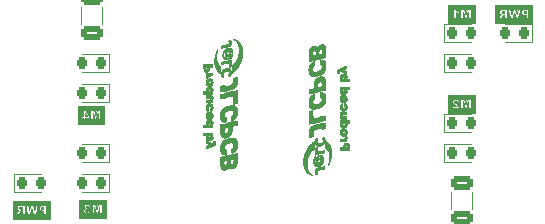
<source format=gbr>
%TF.GenerationSoftware,KiCad,Pcbnew,7.0.6*%
%TF.CreationDate,2023-12-17T00:49:34+09:00*%
%TF.ProjectId,MotorDriver_TB6612FNG_20230704,4d6f746f-7244-4726-9976-65725f544236,rev?*%
%TF.SameCoordinates,Original*%
%TF.FileFunction,Legend,Bot*%
%TF.FilePolarity,Positive*%
%FSLAX46Y46*%
G04 Gerber Fmt 4.6, Leading zero omitted, Abs format (unit mm)*
G04 Created by KiCad (PCBNEW 7.0.6) date 2023-12-17 00:49:34*
%MOMM*%
%LPD*%
G01*
G04 APERTURE LIST*
G04 Aperture macros list*
%AMRoundRect*
0 Rectangle with rounded corners*
0 $1 Rounding radius*
0 $2 $3 $4 $5 $6 $7 $8 $9 X,Y pos of 4 corners*
0 Add a 4 corners polygon primitive as box body*
4,1,4,$2,$3,$4,$5,$6,$7,$8,$9,$2,$3,0*
0 Add four circle primitives for the rounded corners*
1,1,$1+$1,$2,$3*
1,1,$1+$1,$4,$5*
1,1,$1+$1,$6,$7*
1,1,$1+$1,$8,$9*
0 Add four rect primitives between the rounded corners*
20,1,$1+$1,$2,$3,$4,$5,0*
20,1,$1+$1,$4,$5,$6,$7,0*
20,1,$1+$1,$6,$7,$8,$9,0*
20,1,$1+$1,$8,$9,$2,$3,0*%
G04 Aperture macros list end*
%ADD10C,0.004000*%
%ADD11C,0.008000*%
%ADD12C,0.120000*%
%ADD13RoundRect,0.250001X1.555634X0.000000X0.000000X1.555634X-1.555634X0.000000X0.000000X-1.555634X0*%
%ADD14C,2.700000*%
%ADD15C,3.200000*%
%ADD16R,1.720000X1.720000*%
%ADD17C,1.720000*%
%ADD18C,0.700000*%
%ADD19RoundRect,0.250001X0.000000X-1.555634X1.555634X0.000000X0.000000X1.555634X-1.555634X0.000000X0*%
%ADD20RoundRect,0.250001X1.099999X-1.099999X1.099999X1.099999X-1.099999X1.099999X-1.099999X-1.099999X0*%
%ADD21RoundRect,0.250000X-0.725000X0.600000X-0.725000X-0.600000X0.725000X-0.600000X0.725000X0.600000X0*%
%ADD22O,1.950000X1.700000*%
%ADD23RoundRect,0.250000X0.725000X-0.600000X0.725000X0.600000X-0.725000X0.600000X-0.725000X-0.600000X0*%
%ADD24RoundRect,0.250001X-1.555634X0.000000X0.000000X-1.555634X1.555634X0.000000X0.000000X1.555634X0*%
%ADD25RoundRect,0.250001X0.000000X1.555634X-1.555634X0.000000X0.000000X-1.555634X1.555634X0.000000X0*%
%ADD26RoundRect,0.250001X-1.099999X1.099999X-1.099999X-1.099999X1.099999X-1.099999X1.099999X1.099999X0*%
%ADD27RoundRect,0.218750X0.218750X0.256250X-0.218750X0.256250X-0.218750X-0.256250X0.218750X-0.256250X0*%
%ADD28RoundRect,0.218750X-0.218750X-0.256250X0.218750X-0.256250X0.218750X0.256250X-0.218750X0.256250X0*%
%ADD29RoundRect,0.250000X0.650000X-0.325000X0.650000X0.325000X-0.650000X0.325000X-0.650000X-0.325000X0*%
%ADD30RoundRect,0.250000X-0.650000X0.325000X-0.650000X-0.325000X0.650000X-0.325000X0.650000X0.325000X0*%
G04 APERTURE END LIST*
D10*
X83133110Y-107319582D02*
X83074549Y-107319582D01*
X83062373Y-107319423D01*
X83049899Y-107318975D01*
X83037491Y-107318279D01*
X83025513Y-107317377D01*
X83014329Y-107316309D01*
X83004302Y-107315117D01*
X82995797Y-107313842D01*
X82989177Y-107312526D01*
X82984039Y-107311217D01*
X82979079Y-107309678D01*
X82974301Y-107307917D01*
X82969711Y-107305943D01*
X82965311Y-107303767D01*
X82961107Y-107301397D01*
X82957103Y-107298842D01*
X82953304Y-107296111D01*
X82949713Y-107293214D01*
X82946335Y-107290160D01*
X82943175Y-107286957D01*
X82940237Y-107283616D01*
X82937525Y-107280145D01*
X82935044Y-107276554D01*
X82932799Y-107272851D01*
X82930792Y-107269046D01*
X82929030Y-107265148D01*
X82927515Y-107261166D01*
X82926254Y-107257110D01*
X82925250Y-107252988D01*
X82924507Y-107248810D01*
X82924030Y-107244584D01*
X82923823Y-107240321D01*
X82923891Y-107236028D01*
X82924238Y-107231717D01*
X82924868Y-107227394D01*
X82925786Y-107223071D01*
X82926997Y-107218755D01*
X82928504Y-107214456D01*
X82930312Y-107210184D01*
X82932426Y-107205947D01*
X82934849Y-107201754D01*
X82936505Y-107199288D01*
X82938302Y-107196916D01*
X82940243Y-107194637D01*
X82942332Y-107192449D01*
X82944573Y-107190353D01*
X82946969Y-107188347D01*
X82949525Y-107186430D01*
X82952245Y-107184600D01*
X82955133Y-107182857D01*
X82958191Y-107181201D01*
X82961425Y-107179628D01*
X82964838Y-107178140D01*
X82968434Y-107176734D01*
X82972216Y-107175410D01*
X82976189Y-107174166D01*
X82980357Y-107173003D01*
X82984724Y-107171917D01*
X82989292Y-107170909D01*
X82999052Y-107169122D01*
X83009667Y-107167632D01*
X83021169Y-107166432D01*
X83033589Y-107165513D01*
X83046958Y-107164867D01*
X83061306Y-107164485D01*
X83076666Y-107164359D01*
X83133110Y-107164359D01*
X83133110Y-107319582D01*
G36*
X83133110Y-107319582D02*
G01*
X83074549Y-107319582D01*
X83062373Y-107319423D01*
X83049899Y-107318975D01*
X83037491Y-107318279D01*
X83025513Y-107317377D01*
X83014329Y-107316309D01*
X83004302Y-107315117D01*
X82995797Y-107313842D01*
X82989177Y-107312526D01*
X82984039Y-107311217D01*
X82979079Y-107309678D01*
X82974301Y-107307917D01*
X82969711Y-107305943D01*
X82965311Y-107303767D01*
X82961107Y-107301397D01*
X82957103Y-107298842D01*
X82953304Y-107296111D01*
X82949713Y-107293214D01*
X82946335Y-107290160D01*
X82943175Y-107286957D01*
X82940237Y-107283616D01*
X82937525Y-107280145D01*
X82935044Y-107276554D01*
X82932799Y-107272851D01*
X82930792Y-107269046D01*
X82929030Y-107265148D01*
X82927515Y-107261166D01*
X82926254Y-107257110D01*
X82925250Y-107252988D01*
X82924507Y-107248810D01*
X82924030Y-107244584D01*
X82923823Y-107240321D01*
X82923891Y-107236028D01*
X82924238Y-107231717D01*
X82924868Y-107227394D01*
X82925786Y-107223071D01*
X82926997Y-107218755D01*
X82928504Y-107214456D01*
X82930312Y-107210184D01*
X82932426Y-107205947D01*
X82934849Y-107201754D01*
X82936505Y-107199288D01*
X82938302Y-107196916D01*
X82940243Y-107194637D01*
X82942332Y-107192449D01*
X82944573Y-107190353D01*
X82946969Y-107188347D01*
X82949525Y-107186430D01*
X82952245Y-107184600D01*
X82955133Y-107182857D01*
X82958191Y-107181201D01*
X82961425Y-107179628D01*
X82964838Y-107178140D01*
X82968434Y-107176734D01*
X82972216Y-107175410D01*
X82976189Y-107174166D01*
X82980357Y-107173003D01*
X82984724Y-107171917D01*
X82989292Y-107170909D01*
X82999052Y-107169122D01*
X83009667Y-107167632D01*
X83021169Y-107166432D01*
X83033589Y-107165513D01*
X83046958Y-107164867D01*
X83061306Y-107164485D01*
X83076666Y-107164359D01*
X83133110Y-107164359D01*
X83133110Y-107319582D01*
G37*
X85503777Y-108166248D02*
X82399332Y-108166248D01*
X82399332Y-107771137D01*
X82624405Y-107771137D01*
X82891104Y-107771137D01*
X82959543Y-107642021D01*
X82984288Y-107596651D01*
X83005890Y-107559129D01*
X83015647Y-107543137D01*
X83024780Y-107528899D01*
X83033342Y-107516345D01*
X83041388Y-107505407D01*
X83048971Y-107496016D01*
X83056144Y-107488101D01*
X83062962Y-107481593D01*
X83069478Y-107476425D01*
X83075746Y-107472525D01*
X83081820Y-107469825D01*
X83087753Y-107468256D01*
X83093599Y-107467748D01*
X83095358Y-107467724D01*
X83097185Y-107467653D01*
X83100985Y-107467385D01*
X83104885Y-107466967D01*
X83108768Y-107466425D01*
X83112519Y-107465785D01*
X83116022Y-107465069D01*
X83119162Y-107464305D01*
X83121821Y-107463515D01*
X83122723Y-107463243D01*
X83123155Y-107463155D01*
X83123576Y-107463102D01*
X83123985Y-107463087D01*
X83124382Y-107463112D01*
X83124768Y-107463179D01*
X83125142Y-107463290D01*
X83125506Y-107463449D01*
X83125858Y-107463658D01*
X83126200Y-107463918D01*
X83126531Y-107464233D01*
X83126852Y-107464604D01*
X83127162Y-107465035D01*
X83127462Y-107465527D01*
X83127752Y-107466084D01*
X83128033Y-107466706D01*
X83128303Y-107467398D01*
X83128565Y-107468161D01*
X83128816Y-107468997D01*
X83129293Y-107470900D01*
X83129734Y-107473127D01*
X83130141Y-107475696D01*
X83130515Y-107478627D01*
X83130857Y-107481939D01*
X83131170Y-107485652D01*
X83131453Y-107489784D01*
X83131709Y-107494355D01*
X83131938Y-107499384D01*
X83132143Y-107504891D01*
X83132323Y-107510894D01*
X83132481Y-107517413D01*
X83132735Y-107532075D01*
X83132915Y-107549032D01*
X83133030Y-107568437D01*
X83133092Y-107590445D01*
X83133110Y-107615209D01*
X83133110Y-107771137D01*
X83372999Y-107771137D01*
X83372999Y-107017604D01*
X83450610Y-107017604D01*
X83475569Y-107128905D01*
X83533866Y-107393665D01*
X83617121Y-107767609D01*
X83849249Y-107767609D01*
X83912749Y-107540421D01*
X83958963Y-107379025D01*
X83973669Y-107329085D01*
X83979777Y-107309704D01*
X83980057Y-107309873D01*
X83980499Y-107310635D01*
X83981848Y-107313881D01*
X83986292Y-107326847D01*
X83992836Y-107347667D01*
X84001208Y-107375409D01*
X84022342Y-107447916D01*
X84047510Y-107536893D01*
X84111716Y-107767609D01*
X84227427Y-107769726D01*
X84343138Y-107771137D01*
X84423571Y-107406365D01*
X84453683Y-107270733D01*
X84559049Y-107270733D01*
X84559193Y-107278000D01*
X84559483Y-107284760D01*
X84559928Y-107291096D01*
X84560537Y-107297092D01*
X84561320Y-107302832D01*
X84562286Y-107308399D01*
X84563444Y-107313877D01*
X84564803Y-107319350D01*
X84566374Y-107324902D01*
X84568165Y-107330616D01*
X84572443Y-107342865D01*
X84576335Y-107352595D01*
X84580476Y-107361946D01*
X84584876Y-107370921D01*
X84589545Y-107379526D01*
X84594491Y-107387765D01*
X84599725Y-107395643D01*
X84605257Y-107403164D01*
X84611094Y-107410334D01*
X84617249Y-107417156D01*
X84623729Y-107423635D01*
X84630544Y-107429777D01*
X84637704Y-107435585D01*
X84645219Y-107441064D01*
X84653098Y-107446220D01*
X84661351Y-107451056D01*
X84669986Y-107455578D01*
X84679015Y-107459789D01*
X84688446Y-107463695D01*
X84698288Y-107467300D01*
X84708552Y-107470609D01*
X84719247Y-107473627D01*
X84730383Y-107476358D01*
X84741968Y-107478806D01*
X84754014Y-107480978D01*
X84766528Y-107482876D01*
X84779521Y-107484506D01*
X84793003Y-107485873D01*
X84806983Y-107486980D01*
X84836474Y-107488438D01*
X84868071Y-107488915D01*
X84960499Y-107488915D01*
X84960499Y-107771137D01*
X85200388Y-107771137D01*
X85200388Y-107015487D01*
X84958382Y-107017604D01*
X84717082Y-107019721D01*
X84705313Y-107025284D01*
X84678277Y-107038065D01*
X84663504Y-107045399D01*
X84656543Y-107049220D01*
X84649859Y-107053150D01*
X84643449Y-107057199D01*
X84637309Y-107061371D01*
X84631435Y-107065673D01*
X84625823Y-107070113D01*
X84620470Y-107074696D01*
X84615371Y-107079429D01*
X84610523Y-107084320D01*
X84605921Y-107089374D01*
X84601563Y-107094597D01*
X84597443Y-107099998D01*
X84593559Y-107105581D01*
X84589906Y-107111355D01*
X84586480Y-107117324D01*
X84583278Y-107123497D01*
X84580295Y-107129879D01*
X84577528Y-107136478D01*
X84574973Y-107143299D01*
X84572626Y-107150349D01*
X84570483Y-107157635D01*
X84568541Y-107165164D01*
X84566794Y-107172942D01*
X84565241Y-107180976D01*
X84562695Y-107197836D01*
X84560873Y-107215798D01*
X84559743Y-107234915D01*
X84559160Y-107254341D01*
X84559049Y-107270733D01*
X84453683Y-107270733D01*
X84507532Y-107028187D01*
X84507765Y-107027160D01*
X84507924Y-107026193D01*
X84507993Y-107025284D01*
X84507989Y-107024852D01*
X84507957Y-107024433D01*
X84507894Y-107024029D01*
X84507798Y-107023638D01*
X84507668Y-107023261D01*
X84507501Y-107022898D01*
X84507296Y-107022547D01*
X84507051Y-107022210D01*
X84506762Y-107021885D01*
X84506430Y-107021573D01*
X84506051Y-107021273D01*
X84505623Y-107020985D01*
X84505145Y-107020710D01*
X84504614Y-107020446D01*
X84504029Y-107020194D01*
X84503387Y-107019953D01*
X84502687Y-107019724D01*
X84501926Y-107019506D01*
X84501103Y-107019298D01*
X84500215Y-107019101D01*
X84498238Y-107018739D01*
X84495979Y-107018417D01*
X84493421Y-107018133D01*
X84490549Y-107017887D01*
X84487347Y-107017676D01*
X84483799Y-107017500D01*
X84479889Y-107017356D01*
X84475600Y-107017243D01*
X84470917Y-107017160D01*
X84465824Y-107017104D01*
X84460304Y-107017075D01*
X84447922Y-107017089D01*
X84433642Y-107017191D01*
X84417336Y-107017366D01*
X84398877Y-107017604D01*
X84286693Y-107019721D01*
X84247888Y-107222921D01*
X84231329Y-107306760D01*
X84218078Y-107368177D01*
X84212899Y-107389670D01*
X84208796Y-107404590D01*
X84205849Y-107412614D01*
X84204836Y-107413940D01*
X84204449Y-107413913D01*
X84204143Y-107413421D01*
X84201865Y-107407170D01*
X84197826Y-107394238D01*
X84185358Y-107351508D01*
X84168524Y-107291580D01*
X84149110Y-107220804D01*
X84095488Y-107028187D01*
X84095130Y-107027222D01*
X84094708Y-107026308D01*
X84094207Y-107025446D01*
X84093614Y-107024633D01*
X84092913Y-107023869D01*
X84092089Y-107023150D01*
X84091130Y-107022477D01*
X84090020Y-107021848D01*
X84088744Y-107021262D01*
X84087288Y-107020716D01*
X84085639Y-107020209D01*
X84083780Y-107019741D01*
X84081698Y-107019310D01*
X84079378Y-107018914D01*
X84076807Y-107018551D01*
X84073968Y-107018221D01*
X84070849Y-107017922D01*
X84067434Y-107017653D01*
X84063708Y-107017412D01*
X84059659Y-107017197D01*
X84055270Y-107017008D01*
X84050528Y-107016843D01*
X84039925Y-107016579D01*
X84027735Y-107016393D01*
X84013842Y-107016274D01*
X83998129Y-107016211D01*
X83980482Y-107016193D01*
X83868299Y-107016193D01*
X83818910Y-107193993D01*
X83782133Y-107325667D01*
X83763877Y-107392254D01*
X83763456Y-107394228D01*
X83762991Y-107396176D01*
X83762486Y-107398086D01*
X83761947Y-107399949D01*
X83761380Y-107401754D01*
X83760789Y-107403490D01*
X83760179Y-107405149D01*
X83759555Y-107406718D01*
X83758924Y-107408188D01*
X83758289Y-107409548D01*
X83757656Y-107410789D01*
X83757031Y-107411899D01*
X83756418Y-107412869D01*
X83755822Y-107413688D01*
X83755249Y-107414346D01*
X83754705Y-107414832D01*
X83754391Y-107414702D01*
X83753981Y-107414055D01*
X83752883Y-107411263D01*
X83751433Y-107406556D01*
X83749655Y-107400037D01*
X83745204Y-107381965D01*
X83739711Y-107357858D01*
X83733359Y-107328525D01*
X83726328Y-107294777D01*
X83718801Y-107257424D01*
X83710960Y-107217276D01*
X83672860Y-107016193D01*
X83562088Y-107016193D01*
X83518773Y-107016314D01*
X83483330Y-107016634D01*
X83459396Y-107017086D01*
X83452882Y-107017341D01*
X83450610Y-107017604D01*
X83372999Y-107017604D01*
X83372999Y-107016193D01*
X83129582Y-107016193D01*
X83024796Y-107016711D01*
X82941111Y-107018221D01*
X82881635Y-107020658D01*
X82861947Y-107022202D01*
X82849477Y-107023954D01*
X82839914Y-107026155D01*
X82830790Y-107028536D01*
X82822080Y-107031109D01*
X82813758Y-107033887D01*
X82805800Y-107036884D01*
X82798181Y-107040114D01*
X82790876Y-107043590D01*
X82783860Y-107047325D01*
X82777109Y-107051334D01*
X82770598Y-107055628D01*
X82764302Y-107060222D01*
X82758195Y-107065130D01*
X82752255Y-107070364D01*
X82746455Y-107075938D01*
X82740770Y-107081865D01*
X82735177Y-107088159D01*
X82727207Y-107098163D01*
X82719971Y-107108825D01*
X82713476Y-107120089D01*
X82707726Y-107131904D01*
X82702729Y-107144215D01*
X82698491Y-107156968D01*
X82695017Y-107170109D01*
X82692314Y-107183586D01*
X82690389Y-107197344D01*
X82689247Y-107211329D01*
X82688894Y-107225487D01*
X82689338Y-107239766D01*
X82690583Y-107254110D01*
X82692637Y-107268468D01*
X82695505Y-107282783D01*
X82699193Y-107297004D01*
X82702441Y-107306337D01*
X82706584Y-107315771D01*
X82711560Y-107325246D01*
X82717306Y-107334696D01*
X82723760Y-107344060D01*
X82730857Y-107353273D01*
X82738535Y-107362274D01*
X82746730Y-107370999D01*
X82755381Y-107379385D01*
X82764423Y-107387369D01*
X82773794Y-107394888D01*
X82783430Y-107401878D01*
X82793269Y-107408278D01*
X82803248Y-107414023D01*
X82813303Y-107419051D01*
X82823371Y-107423298D01*
X82861471Y-107437409D01*
X82831132Y-107452932D01*
X82827247Y-107454998D01*
X82823391Y-107457237D01*
X82819558Y-107459657D01*
X82815740Y-107462271D01*
X82811928Y-107465087D01*
X82808117Y-107468117D01*
X82804297Y-107471371D01*
X82800463Y-107474859D01*
X82796605Y-107478592D01*
X82792718Y-107482581D01*
X82784822Y-107491367D01*
X82776715Y-107501299D01*
X82768338Y-107512463D01*
X82759630Y-107524941D01*
X82750531Y-107538818D01*
X82740981Y-107554177D01*
X82730921Y-107571101D01*
X82720291Y-107589675D01*
X82709030Y-107609983D01*
X82697079Y-107632107D01*
X82684377Y-107656132D01*
X82624405Y-107771137D01*
X82399332Y-107771137D01*
X82399332Y-106670471D01*
X85503777Y-106670471D01*
X85503777Y-107015487D01*
X85503777Y-108166248D01*
G36*
X85503777Y-108166248D02*
G01*
X82399332Y-108166248D01*
X82399332Y-107771137D01*
X82624405Y-107771137D01*
X82891104Y-107771137D01*
X82959543Y-107642021D01*
X82984288Y-107596651D01*
X83005890Y-107559129D01*
X83015647Y-107543137D01*
X83024780Y-107528899D01*
X83033342Y-107516345D01*
X83041388Y-107505407D01*
X83048971Y-107496016D01*
X83056144Y-107488101D01*
X83062962Y-107481593D01*
X83069478Y-107476425D01*
X83075746Y-107472525D01*
X83081820Y-107469825D01*
X83087753Y-107468256D01*
X83093599Y-107467748D01*
X83095358Y-107467724D01*
X83097185Y-107467653D01*
X83100985Y-107467385D01*
X83104885Y-107466967D01*
X83108768Y-107466425D01*
X83112519Y-107465785D01*
X83116022Y-107465069D01*
X83119162Y-107464305D01*
X83121821Y-107463515D01*
X83122723Y-107463243D01*
X83123155Y-107463155D01*
X83123576Y-107463102D01*
X83123985Y-107463087D01*
X83124382Y-107463112D01*
X83124768Y-107463179D01*
X83125142Y-107463290D01*
X83125506Y-107463449D01*
X83125858Y-107463658D01*
X83126200Y-107463918D01*
X83126531Y-107464233D01*
X83126852Y-107464604D01*
X83127162Y-107465035D01*
X83127462Y-107465527D01*
X83127752Y-107466084D01*
X83128033Y-107466706D01*
X83128303Y-107467398D01*
X83128565Y-107468161D01*
X83128816Y-107468997D01*
X83129293Y-107470900D01*
X83129734Y-107473127D01*
X83130141Y-107475696D01*
X83130515Y-107478627D01*
X83130857Y-107481939D01*
X83131170Y-107485652D01*
X83131453Y-107489784D01*
X83131709Y-107494355D01*
X83131938Y-107499384D01*
X83132143Y-107504891D01*
X83132323Y-107510894D01*
X83132481Y-107517413D01*
X83132735Y-107532075D01*
X83132915Y-107549032D01*
X83133030Y-107568437D01*
X83133092Y-107590445D01*
X83133110Y-107615209D01*
X83133110Y-107771137D01*
X83372999Y-107771137D01*
X83372999Y-107017604D01*
X83450610Y-107017604D01*
X83475569Y-107128905D01*
X83533866Y-107393665D01*
X83617121Y-107767609D01*
X83849249Y-107767609D01*
X83912749Y-107540421D01*
X83958963Y-107379025D01*
X83973669Y-107329085D01*
X83979777Y-107309704D01*
X83980057Y-107309873D01*
X83980499Y-107310635D01*
X83981848Y-107313881D01*
X83986292Y-107326847D01*
X83992836Y-107347667D01*
X84001208Y-107375409D01*
X84022342Y-107447916D01*
X84047510Y-107536893D01*
X84111716Y-107767609D01*
X84227427Y-107769726D01*
X84343138Y-107771137D01*
X84423571Y-107406365D01*
X84453683Y-107270733D01*
X84559049Y-107270733D01*
X84559193Y-107278000D01*
X84559483Y-107284760D01*
X84559928Y-107291096D01*
X84560537Y-107297092D01*
X84561320Y-107302832D01*
X84562286Y-107308399D01*
X84563444Y-107313877D01*
X84564803Y-107319350D01*
X84566374Y-107324902D01*
X84568165Y-107330616D01*
X84572443Y-107342865D01*
X84576335Y-107352595D01*
X84580476Y-107361946D01*
X84584876Y-107370921D01*
X84589545Y-107379526D01*
X84594491Y-107387765D01*
X84599725Y-107395643D01*
X84605257Y-107403164D01*
X84611094Y-107410334D01*
X84617249Y-107417156D01*
X84623729Y-107423635D01*
X84630544Y-107429777D01*
X84637704Y-107435585D01*
X84645219Y-107441064D01*
X84653098Y-107446220D01*
X84661351Y-107451056D01*
X84669986Y-107455578D01*
X84679015Y-107459789D01*
X84688446Y-107463695D01*
X84698288Y-107467300D01*
X84708552Y-107470609D01*
X84719247Y-107473627D01*
X84730383Y-107476358D01*
X84741968Y-107478806D01*
X84754014Y-107480978D01*
X84766528Y-107482876D01*
X84779521Y-107484506D01*
X84793003Y-107485873D01*
X84806983Y-107486980D01*
X84836474Y-107488438D01*
X84868071Y-107488915D01*
X84960499Y-107488915D01*
X84960499Y-107771137D01*
X85200388Y-107771137D01*
X85200388Y-107015487D01*
X84958382Y-107017604D01*
X84717082Y-107019721D01*
X84705313Y-107025284D01*
X84678277Y-107038065D01*
X84663504Y-107045399D01*
X84656543Y-107049220D01*
X84649859Y-107053150D01*
X84643449Y-107057199D01*
X84637309Y-107061371D01*
X84631435Y-107065673D01*
X84625823Y-107070113D01*
X84620470Y-107074696D01*
X84615371Y-107079429D01*
X84610523Y-107084320D01*
X84605921Y-107089374D01*
X84601563Y-107094597D01*
X84597443Y-107099998D01*
X84593559Y-107105581D01*
X84589906Y-107111355D01*
X84586480Y-107117324D01*
X84583278Y-107123497D01*
X84580295Y-107129879D01*
X84577528Y-107136478D01*
X84574973Y-107143299D01*
X84572626Y-107150349D01*
X84570483Y-107157635D01*
X84568541Y-107165164D01*
X84566794Y-107172942D01*
X84565241Y-107180976D01*
X84562695Y-107197836D01*
X84560873Y-107215798D01*
X84559743Y-107234915D01*
X84559160Y-107254341D01*
X84559049Y-107270733D01*
X84453683Y-107270733D01*
X84507532Y-107028187D01*
X84507765Y-107027160D01*
X84507924Y-107026193D01*
X84507993Y-107025284D01*
X84507989Y-107024852D01*
X84507957Y-107024433D01*
X84507894Y-107024029D01*
X84507798Y-107023638D01*
X84507668Y-107023261D01*
X84507501Y-107022898D01*
X84507296Y-107022547D01*
X84507051Y-107022210D01*
X84506762Y-107021885D01*
X84506430Y-107021573D01*
X84506051Y-107021273D01*
X84505623Y-107020985D01*
X84505145Y-107020710D01*
X84504614Y-107020446D01*
X84504029Y-107020194D01*
X84503387Y-107019953D01*
X84502687Y-107019724D01*
X84501926Y-107019506D01*
X84501103Y-107019298D01*
X84500215Y-107019101D01*
X84498238Y-107018739D01*
X84495979Y-107018417D01*
X84493421Y-107018133D01*
X84490549Y-107017887D01*
X84487347Y-107017676D01*
X84483799Y-107017500D01*
X84479889Y-107017356D01*
X84475600Y-107017243D01*
X84470917Y-107017160D01*
X84465824Y-107017104D01*
X84460304Y-107017075D01*
X84447922Y-107017089D01*
X84433642Y-107017191D01*
X84417336Y-107017366D01*
X84398877Y-107017604D01*
X84286693Y-107019721D01*
X84247888Y-107222921D01*
X84231329Y-107306760D01*
X84218078Y-107368177D01*
X84212899Y-107389670D01*
X84208796Y-107404590D01*
X84205849Y-107412614D01*
X84204836Y-107413940D01*
X84204449Y-107413913D01*
X84204143Y-107413421D01*
X84201865Y-107407170D01*
X84197826Y-107394238D01*
X84185358Y-107351508D01*
X84168524Y-107291580D01*
X84149110Y-107220804D01*
X84095488Y-107028187D01*
X84095130Y-107027222D01*
X84094708Y-107026308D01*
X84094207Y-107025446D01*
X84093614Y-107024633D01*
X84092913Y-107023869D01*
X84092089Y-107023150D01*
X84091130Y-107022477D01*
X84090020Y-107021848D01*
X84088744Y-107021262D01*
X84087288Y-107020716D01*
X84085639Y-107020209D01*
X84083780Y-107019741D01*
X84081698Y-107019310D01*
X84079378Y-107018914D01*
X84076807Y-107018551D01*
X84073968Y-107018221D01*
X84070849Y-107017922D01*
X84067434Y-107017653D01*
X84063708Y-107017412D01*
X84059659Y-107017197D01*
X84055270Y-107017008D01*
X84050528Y-107016843D01*
X84039925Y-107016579D01*
X84027735Y-107016393D01*
X84013842Y-107016274D01*
X83998129Y-107016211D01*
X83980482Y-107016193D01*
X83868299Y-107016193D01*
X83818910Y-107193993D01*
X83782133Y-107325667D01*
X83763877Y-107392254D01*
X83763456Y-107394228D01*
X83762991Y-107396176D01*
X83762486Y-107398086D01*
X83761947Y-107399949D01*
X83761380Y-107401754D01*
X83760789Y-107403490D01*
X83760179Y-107405149D01*
X83759555Y-107406718D01*
X83758924Y-107408188D01*
X83758289Y-107409548D01*
X83757656Y-107410789D01*
X83757031Y-107411899D01*
X83756418Y-107412869D01*
X83755822Y-107413688D01*
X83755249Y-107414346D01*
X83754705Y-107414832D01*
X83754391Y-107414702D01*
X83753981Y-107414055D01*
X83752883Y-107411263D01*
X83751433Y-107406556D01*
X83749655Y-107400037D01*
X83745204Y-107381965D01*
X83739711Y-107357858D01*
X83733359Y-107328525D01*
X83726328Y-107294777D01*
X83718801Y-107257424D01*
X83710960Y-107217276D01*
X83672860Y-107016193D01*
X83562088Y-107016193D01*
X83518773Y-107016314D01*
X83483330Y-107016634D01*
X83459396Y-107017086D01*
X83452882Y-107017341D01*
X83450610Y-107017604D01*
X83372999Y-107017604D01*
X83372999Y-107016193D01*
X83129582Y-107016193D01*
X83024796Y-107016711D01*
X82941111Y-107018221D01*
X82881635Y-107020658D01*
X82861947Y-107022202D01*
X82849477Y-107023954D01*
X82839914Y-107026155D01*
X82830790Y-107028536D01*
X82822080Y-107031109D01*
X82813758Y-107033887D01*
X82805800Y-107036884D01*
X82798181Y-107040114D01*
X82790876Y-107043590D01*
X82783860Y-107047325D01*
X82777109Y-107051334D01*
X82770598Y-107055628D01*
X82764302Y-107060222D01*
X82758195Y-107065130D01*
X82752255Y-107070364D01*
X82746455Y-107075938D01*
X82740770Y-107081865D01*
X82735177Y-107088159D01*
X82727207Y-107098163D01*
X82719971Y-107108825D01*
X82713476Y-107120089D01*
X82707726Y-107131904D01*
X82702729Y-107144215D01*
X82698491Y-107156968D01*
X82695017Y-107170109D01*
X82692314Y-107183586D01*
X82690389Y-107197344D01*
X82689247Y-107211329D01*
X82688894Y-107225487D01*
X82689338Y-107239766D01*
X82690583Y-107254110D01*
X82692637Y-107268468D01*
X82695505Y-107282783D01*
X82699193Y-107297004D01*
X82702441Y-107306337D01*
X82706584Y-107315771D01*
X82711560Y-107325246D01*
X82717306Y-107334696D01*
X82723760Y-107344060D01*
X82730857Y-107353273D01*
X82738535Y-107362274D01*
X82746730Y-107370999D01*
X82755381Y-107379385D01*
X82764423Y-107387369D01*
X82773794Y-107394888D01*
X82783430Y-107401878D01*
X82793269Y-107408278D01*
X82803248Y-107414023D01*
X82813303Y-107419051D01*
X82823371Y-107423298D01*
X82861471Y-107437409D01*
X82831132Y-107452932D01*
X82827247Y-107454998D01*
X82823391Y-107457237D01*
X82819558Y-107459657D01*
X82815740Y-107462271D01*
X82811928Y-107465087D01*
X82808117Y-107468117D01*
X82804297Y-107471371D01*
X82800463Y-107474859D01*
X82796605Y-107478592D01*
X82792718Y-107482581D01*
X82784822Y-107491367D01*
X82776715Y-107501299D01*
X82768338Y-107512463D01*
X82759630Y-107524941D01*
X82750531Y-107538818D01*
X82740981Y-107554177D01*
X82730921Y-107571101D01*
X82720291Y-107589675D01*
X82709030Y-107609983D01*
X82697079Y-107632107D01*
X82684377Y-107656132D01*
X82624405Y-107771137D01*
X82399332Y-107771137D01*
X82399332Y-106670471D01*
X85503777Y-106670471D01*
X85503777Y-107015487D01*
X85503777Y-108166248D01*
G37*
X110629602Y-101721145D02*
X110647948Y-101721628D01*
X110663367Y-101722525D01*
X110670162Y-101723152D01*
X110676446Y-101723910D01*
X110682292Y-101724809D01*
X110687772Y-101725857D01*
X110692961Y-101727065D01*
X110697932Y-101728441D01*
X110702759Y-101729995D01*
X110707514Y-101731736D01*
X110717104Y-101735817D01*
X110724941Y-101739694D01*
X110732575Y-101743915D01*
X110740000Y-101748478D01*
X110747211Y-101753378D01*
X110754203Y-101758614D01*
X110760971Y-101764181D01*
X110767509Y-101770076D01*
X110773813Y-101776298D01*
X110779877Y-101782842D01*
X110785696Y-101789705D01*
X110791264Y-101796884D01*
X110796578Y-101804377D01*
X110801631Y-101812179D01*
X110806419Y-101820289D01*
X110810935Y-101828702D01*
X110815176Y-101837417D01*
X110833520Y-101876222D01*
X110835637Y-102117522D01*
X110837754Y-102359528D01*
X110683237Y-102359528D01*
X110082104Y-102359528D01*
X110082104Y-102119639D01*
X110364326Y-102119639D01*
X110519548Y-102119639D01*
X110683237Y-102119639D01*
X110680415Y-102052611D01*
X110679622Y-102032216D01*
X110678706Y-102016054D01*
X110678142Y-102009334D01*
X110677475Y-102003398D01*
X110676683Y-101998158D01*
X110675741Y-101993521D01*
X110674625Y-101989396D01*
X110673311Y-101985693D01*
X110671776Y-101982321D01*
X110669997Y-101979189D01*
X110667949Y-101976206D01*
X110665608Y-101973280D01*
X110662951Y-101970321D01*
X110659954Y-101967239D01*
X110656223Y-101963811D01*
X110652318Y-101960671D01*
X110648253Y-101957815D01*
X110644043Y-101955243D01*
X110639704Y-101952951D01*
X110635251Y-101950937D01*
X110630700Y-101949200D01*
X110626065Y-101947737D01*
X110621362Y-101946545D01*
X110616606Y-101945623D01*
X110611812Y-101944969D01*
X110606996Y-101944580D01*
X110602172Y-101944453D01*
X110597357Y-101944588D01*
X110592564Y-101944981D01*
X110587811Y-101945631D01*
X110583111Y-101946535D01*
X110578480Y-101947691D01*
X110573933Y-101949097D01*
X110569486Y-101950750D01*
X110565153Y-101952649D01*
X110560950Y-101954792D01*
X110556893Y-101957175D01*
X110552996Y-101959797D01*
X110549275Y-101962656D01*
X110545744Y-101965750D01*
X110542420Y-101969075D01*
X110539318Y-101972631D01*
X110536452Y-101976415D01*
X110533837Y-101980424D01*
X110531491Y-101984657D01*
X110529426Y-101989111D01*
X110528385Y-101991975D01*
X110527381Y-101995253D01*
X110526418Y-101998913D01*
X110525501Y-102002924D01*
X110524634Y-102007254D01*
X110523820Y-102011869D01*
X110522370Y-102021831D01*
X110521185Y-102032554D01*
X110520298Y-102043780D01*
X110519741Y-102055255D01*
X110519548Y-102066722D01*
X110519548Y-102119639D01*
X110364326Y-102119639D01*
X110364326Y-102027211D01*
X110364753Y-101996995D01*
X110366057Y-101968738D01*
X110368270Y-101942367D01*
X110371426Y-101917806D01*
X110375557Y-101894981D01*
X110380697Y-101873819D01*
X110386879Y-101854244D01*
X110394136Y-101836182D01*
X110402500Y-101819559D01*
X110412006Y-101804300D01*
X110422686Y-101790330D01*
X110434573Y-101777577D01*
X110447700Y-101765964D01*
X110462101Y-101755418D01*
X110477807Y-101745864D01*
X110494854Y-101737228D01*
X110500393Y-101734720D01*
X110505695Y-101732479D01*
X110510854Y-101730490D01*
X110515965Y-101728739D01*
X110521122Y-101727211D01*
X110526418Y-101725892D01*
X110531947Y-101724767D01*
X110537804Y-101723822D01*
X110544083Y-101723043D01*
X110550878Y-101722414D01*
X110558282Y-101721921D01*
X110566390Y-101721551D01*
X110575297Y-101721288D01*
X110585095Y-101721118D01*
X110607743Y-101721000D01*
X110629602Y-101721145D01*
G36*
X110629602Y-101721145D02*
G01*
X110647948Y-101721628D01*
X110663367Y-101722525D01*
X110670162Y-101723152D01*
X110676446Y-101723910D01*
X110682292Y-101724809D01*
X110687772Y-101725857D01*
X110692961Y-101727065D01*
X110697932Y-101728441D01*
X110702759Y-101729995D01*
X110707514Y-101731736D01*
X110717104Y-101735817D01*
X110724941Y-101739694D01*
X110732575Y-101743915D01*
X110740000Y-101748478D01*
X110747211Y-101753378D01*
X110754203Y-101758614D01*
X110760971Y-101764181D01*
X110767509Y-101770076D01*
X110773813Y-101776298D01*
X110779877Y-101782842D01*
X110785696Y-101789705D01*
X110791264Y-101796884D01*
X110796578Y-101804377D01*
X110801631Y-101812179D01*
X110806419Y-101820289D01*
X110810935Y-101828702D01*
X110815176Y-101837417D01*
X110833520Y-101876222D01*
X110835637Y-102117522D01*
X110837754Y-102359528D01*
X110683237Y-102359528D01*
X110082104Y-102359528D01*
X110082104Y-102119639D01*
X110364326Y-102119639D01*
X110519548Y-102119639D01*
X110683237Y-102119639D01*
X110680415Y-102052611D01*
X110679622Y-102032216D01*
X110678706Y-102016054D01*
X110678142Y-102009334D01*
X110677475Y-102003398D01*
X110676683Y-101998158D01*
X110675741Y-101993521D01*
X110674625Y-101989396D01*
X110673311Y-101985693D01*
X110671776Y-101982321D01*
X110669997Y-101979189D01*
X110667949Y-101976206D01*
X110665608Y-101973280D01*
X110662951Y-101970321D01*
X110659954Y-101967239D01*
X110656223Y-101963811D01*
X110652318Y-101960671D01*
X110648253Y-101957815D01*
X110644043Y-101955243D01*
X110639704Y-101952951D01*
X110635251Y-101950937D01*
X110630700Y-101949200D01*
X110626065Y-101947737D01*
X110621362Y-101946545D01*
X110616606Y-101945623D01*
X110611812Y-101944969D01*
X110606996Y-101944580D01*
X110602172Y-101944453D01*
X110597357Y-101944588D01*
X110592564Y-101944981D01*
X110587811Y-101945631D01*
X110583111Y-101946535D01*
X110578480Y-101947691D01*
X110573933Y-101949097D01*
X110569486Y-101950750D01*
X110565153Y-101952649D01*
X110560950Y-101954792D01*
X110556893Y-101957175D01*
X110552996Y-101959797D01*
X110549275Y-101962656D01*
X110545744Y-101965750D01*
X110542420Y-101969075D01*
X110539318Y-101972631D01*
X110536452Y-101976415D01*
X110533837Y-101980424D01*
X110531491Y-101984657D01*
X110529426Y-101989111D01*
X110528385Y-101991975D01*
X110527381Y-101995253D01*
X110526418Y-101998913D01*
X110525501Y-102002924D01*
X110524634Y-102007254D01*
X110523820Y-102011869D01*
X110522370Y-102021831D01*
X110521185Y-102032554D01*
X110520298Y-102043780D01*
X110519741Y-102055255D01*
X110519548Y-102066722D01*
X110519548Y-102119639D01*
X110364326Y-102119639D01*
X110364326Y-102027211D01*
X110364753Y-101996995D01*
X110366057Y-101968738D01*
X110368270Y-101942367D01*
X110371426Y-101917806D01*
X110375557Y-101894981D01*
X110380697Y-101873819D01*
X110386879Y-101854244D01*
X110394136Y-101836182D01*
X110402500Y-101819559D01*
X110412006Y-101804300D01*
X110422686Y-101790330D01*
X110434573Y-101777577D01*
X110447700Y-101765964D01*
X110462101Y-101755418D01*
X110477807Y-101745864D01*
X110494854Y-101737228D01*
X110500393Y-101734720D01*
X110505695Y-101732479D01*
X110510854Y-101730490D01*
X110515965Y-101728739D01*
X110521122Y-101727211D01*
X110526418Y-101725892D01*
X110531947Y-101724767D01*
X110537804Y-101723822D01*
X110544083Y-101723043D01*
X110550878Y-101722414D01*
X110558282Y-101721921D01*
X110566390Y-101721551D01*
X110575297Y-101721288D01*
X110585095Y-101721118D01*
X110607743Y-101721000D01*
X110629602Y-101721145D01*
G37*
X110632437Y-99339750D02*
X110479332Y-99339750D01*
X110417595Y-99340356D01*
X110363268Y-99341955D01*
X110340701Y-99343023D01*
X110322169Y-99344215D01*
X110308400Y-99345489D01*
X110300121Y-99346805D01*
X110292788Y-99349103D01*
X110285876Y-99351755D01*
X110279392Y-99354755D01*
X110276312Y-99356383D01*
X110273342Y-99358094D01*
X110270483Y-99359888D01*
X110267736Y-99361764D01*
X110265100Y-99363720D01*
X110262579Y-99365756D01*
X110260171Y-99367871D01*
X110257878Y-99370063D01*
X110255702Y-99372331D01*
X110253642Y-99374675D01*
X110251700Y-99377093D01*
X110249877Y-99379585D01*
X110248173Y-99382149D01*
X110246591Y-99384784D01*
X110245129Y-99387490D01*
X110243790Y-99390265D01*
X110242574Y-99393108D01*
X110241482Y-99396018D01*
X110240515Y-99398994D01*
X110239675Y-99402036D01*
X110238961Y-99405141D01*
X110238375Y-99408310D01*
X110237917Y-99411541D01*
X110237589Y-99414832D01*
X110237392Y-99418184D01*
X110237326Y-99421594D01*
X110237458Y-99434162D01*
X110237678Y-99439869D01*
X110238049Y-99445207D01*
X110238610Y-99450189D01*
X110239396Y-99454828D01*
X110240444Y-99459135D01*
X110241791Y-99463123D01*
X110243474Y-99466804D01*
X110245530Y-99470190D01*
X110247995Y-99473294D01*
X110250907Y-99476127D01*
X110254301Y-99478703D01*
X110258216Y-99481033D01*
X110262688Y-99483130D01*
X110267753Y-99485006D01*
X110273449Y-99486673D01*
X110279812Y-99488144D01*
X110286879Y-99489430D01*
X110294687Y-99490545D01*
X110303273Y-99491499D01*
X110312673Y-99492307D01*
X110322924Y-99492979D01*
X110334064Y-99493528D01*
X110359156Y-99494307D01*
X110388242Y-99494742D01*
X110421617Y-99494931D01*
X110459576Y-99494972D01*
X110632437Y-99494972D01*
X110632437Y-99706639D01*
X110429237Y-99706639D01*
X110352041Y-99706374D01*
X110291224Y-99705316D01*
X110244182Y-99703067D01*
X110225012Y-99701372D01*
X110208310Y-99699230D01*
X110193749Y-99696593D01*
X110181004Y-99693410D01*
X110169750Y-99689631D01*
X110159660Y-99685207D01*
X110150409Y-99680089D01*
X110141672Y-99674227D01*
X110133123Y-99667571D01*
X110124437Y-99660072D01*
X110117797Y-99653719D01*
X110111631Y-99647087D01*
X110105934Y-99640159D01*
X110100702Y-99632919D01*
X110095928Y-99625353D01*
X110091608Y-99617445D01*
X110087737Y-99609180D01*
X110084309Y-99600541D01*
X110081319Y-99591514D01*
X110078762Y-99582082D01*
X110076633Y-99572231D01*
X110074927Y-99561945D01*
X110073638Y-99551208D01*
X110072762Y-99540005D01*
X110072293Y-99528321D01*
X110072226Y-99516139D01*
X110072443Y-99504086D01*
X110073105Y-99492507D01*
X110074226Y-99481364D01*
X110075820Y-99470620D01*
X110077902Y-99460234D01*
X110080486Y-99450171D01*
X110083587Y-99440390D01*
X110087219Y-99430855D01*
X110091397Y-99421526D01*
X110096135Y-99412366D01*
X110101448Y-99403336D01*
X110107349Y-99394397D01*
X110113855Y-99385513D01*
X110120978Y-99376644D01*
X110128734Y-99367753D01*
X110137137Y-99358800D01*
X110169593Y-99325639D01*
X110082104Y-99325639D01*
X110082104Y-99128083D01*
X110632437Y-99128083D01*
X110632437Y-99339750D01*
G36*
X110632437Y-99339750D02*
G01*
X110479332Y-99339750D01*
X110417595Y-99340356D01*
X110363268Y-99341955D01*
X110340701Y-99343023D01*
X110322169Y-99344215D01*
X110308400Y-99345489D01*
X110300121Y-99346805D01*
X110292788Y-99349103D01*
X110285876Y-99351755D01*
X110279392Y-99354755D01*
X110276312Y-99356383D01*
X110273342Y-99358094D01*
X110270483Y-99359888D01*
X110267736Y-99361764D01*
X110265100Y-99363720D01*
X110262579Y-99365756D01*
X110260171Y-99367871D01*
X110257878Y-99370063D01*
X110255702Y-99372331D01*
X110253642Y-99374675D01*
X110251700Y-99377093D01*
X110249877Y-99379585D01*
X110248173Y-99382149D01*
X110246591Y-99384784D01*
X110245129Y-99387490D01*
X110243790Y-99390265D01*
X110242574Y-99393108D01*
X110241482Y-99396018D01*
X110240515Y-99398994D01*
X110239675Y-99402036D01*
X110238961Y-99405141D01*
X110238375Y-99408310D01*
X110237917Y-99411541D01*
X110237589Y-99414832D01*
X110237392Y-99418184D01*
X110237326Y-99421594D01*
X110237458Y-99434162D01*
X110237678Y-99439869D01*
X110238049Y-99445207D01*
X110238610Y-99450189D01*
X110239396Y-99454828D01*
X110240444Y-99459135D01*
X110241791Y-99463123D01*
X110243474Y-99466804D01*
X110245530Y-99470190D01*
X110247995Y-99473294D01*
X110250907Y-99476127D01*
X110254301Y-99478703D01*
X110258216Y-99481033D01*
X110262688Y-99483130D01*
X110267753Y-99485006D01*
X110273449Y-99486673D01*
X110279812Y-99488144D01*
X110286879Y-99489430D01*
X110294687Y-99490545D01*
X110303273Y-99491499D01*
X110312673Y-99492307D01*
X110322924Y-99492979D01*
X110334064Y-99493528D01*
X110359156Y-99494307D01*
X110388242Y-99494742D01*
X110421617Y-99494931D01*
X110459576Y-99494972D01*
X110632437Y-99494972D01*
X110632437Y-99706639D01*
X110429237Y-99706639D01*
X110352041Y-99706374D01*
X110291224Y-99705316D01*
X110244182Y-99703067D01*
X110225012Y-99701372D01*
X110208310Y-99699230D01*
X110193749Y-99696593D01*
X110181004Y-99693410D01*
X110169750Y-99689631D01*
X110159660Y-99685207D01*
X110150409Y-99680089D01*
X110141672Y-99674227D01*
X110133123Y-99667571D01*
X110124437Y-99660072D01*
X110117797Y-99653719D01*
X110111631Y-99647087D01*
X110105934Y-99640159D01*
X110100702Y-99632919D01*
X110095928Y-99625353D01*
X110091608Y-99617445D01*
X110087737Y-99609180D01*
X110084309Y-99600541D01*
X110081319Y-99591514D01*
X110078762Y-99582082D01*
X110076633Y-99572231D01*
X110074927Y-99561945D01*
X110073638Y-99551208D01*
X110072762Y-99540005D01*
X110072293Y-99528321D01*
X110072226Y-99516139D01*
X110072443Y-99504086D01*
X110073105Y-99492507D01*
X110074226Y-99481364D01*
X110075820Y-99470620D01*
X110077902Y-99460234D01*
X110080486Y-99450171D01*
X110083587Y-99440390D01*
X110087219Y-99430855D01*
X110091397Y-99421526D01*
X110096135Y-99412366D01*
X110101448Y-99403336D01*
X110107349Y-99394397D01*
X110113855Y-99385513D01*
X110120978Y-99376644D01*
X110128734Y-99367753D01*
X110137137Y-99358800D01*
X110169593Y-99325639D01*
X110082104Y-99325639D01*
X110082104Y-99128083D01*
X110632437Y-99128083D01*
X110632437Y-99339750D01*
G37*
X110366443Y-97690866D02*
X110397127Y-97693729D01*
X110425950Y-97698353D01*
X110439666Y-97701329D01*
X110452920Y-97704749D01*
X110465711Y-97708615D01*
X110478042Y-97712926D01*
X110489912Y-97717685D01*
X110501324Y-97722893D01*
X110512278Y-97728551D01*
X110522774Y-97734659D01*
X110532814Y-97741220D01*
X110542399Y-97748234D01*
X110551529Y-97755703D01*
X110560206Y-97763627D01*
X110568430Y-97772008D01*
X110576202Y-97780847D01*
X110583523Y-97790145D01*
X110590395Y-97799904D01*
X110596817Y-97810124D01*
X110602791Y-97820807D01*
X110608318Y-97831953D01*
X110613398Y-97843564D01*
X110618033Y-97855642D01*
X110622224Y-97868187D01*
X110625970Y-97881200D01*
X110629274Y-97894683D01*
X110632137Y-97908636D01*
X110634558Y-97923062D01*
X110638082Y-97953333D01*
X110639072Y-97965248D01*
X110639923Y-97977476D01*
X110641168Y-98001487D01*
X110641547Y-98012575D01*
X110641753Y-98022588D01*
X110641776Y-98031179D01*
X110641609Y-98038000D01*
X110640287Y-98053941D01*
X110638436Y-98069483D01*
X110636058Y-98084624D01*
X110633154Y-98099362D01*
X110629725Y-98113694D01*
X110625772Y-98127620D01*
X110621295Y-98141136D01*
X110616297Y-98154240D01*
X110610779Y-98166932D01*
X110604740Y-98179208D01*
X110598182Y-98191066D01*
X110591107Y-98202505D01*
X110583515Y-98213522D01*
X110575407Y-98224115D01*
X110566784Y-98234283D01*
X110557648Y-98244022D01*
X110548958Y-98252263D01*
X110539838Y-98260052D01*
X110530313Y-98267386D01*
X110520407Y-98274263D01*
X110510145Y-98280683D01*
X110499551Y-98286641D01*
X110488651Y-98292138D01*
X110477468Y-98297170D01*
X110466029Y-98301737D01*
X110454356Y-98305835D01*
X110430413Y-98312620D01*
X110406659Y-98317345D01*
X110405834Y-98317509D01*
X110380818Y-98320487D01*
X110355563Y-98321538D01*
X110330265Y-98320648D01*
X110305122Y-98317800D01*
X110280332Y-98312979D01*
X110268130Y-98309824D01*
X110256091Y-98306170D01*
X110244239Y-98302014D01*
X110232598Y-98297356D01*
X110221193Y-98292193D01*
X110210049Y-98286523D01*
X110199191Y-98280345D01*
X110188643Y-98273655D01*
X110175507Y-98264450D01*
X110163328Y-98255048D01*
X110152071Y-98245383D01*
X110146778Y-98240432D01*
X110141701Y-98235390D01*
X110136838Y-98230251D01*
X110132183Y-98225005D01*
X110127732Y-98219644D01*
X110123481Y-98214162D01*
X110119425Y-98208548D01*
X110115560Y-98202795D01*
X110111882Y-98196896D01*
X110108386Y-98190841D01*
X110105067Y-98184623D01*
X110101922Y-98178234D01*
X110098946Y-98171664D01*
X110096135Y-98164908D01*
X110093484Y-98157955D01*
X110090988Y-98150799D01*
X110086447Y-98135841D01*
X110082477Y-98119969D01*
X110079042Y-98103119D01*
X110076107Y-98085225D01*
X110073637Y-98066222D01*
X110071651Y-98044968D01*
X110070444Y-98023850D01*
X110070005Y-98002939D01*
X110070319Y-97982305D01*
X110071373Y-97962018D01*
X110073153Y-97942149D01*
X110075647Y-97922768D01*
X110078841Y-97903944D01*
X110082720Y-97885750D01*
X110087273Y-97868253D01*
X110092485Y-97851526D01*
X110098343Y-97835638D01*
X110104833Y-97820659D01*
X110111942Y-97806660D01*
X110119658Y-97793712D01*
X110127965Y-97781883D01*
X110133468Y-97775136D01*
X110139578Y-97768191D01*
X110146173Y-97761147D01*
X110153133Y-97754102D01*
X110160338Y-97747157D01*
X110167665Y-97740410D01*
X110174994Y-97733961D01*
X110182204Y-97727908D01*
X110189175Y-97722352D01*
X110195785Y-97717391D01*
X110201913Y-97713125D01*
X110207439Y-97709652D01*
X110212241Y-97707072D01*
X110216199Y-97705485D01*
X110217824Y-97705094D01*
X110219192Y-97704989D01*
X110220288Y-97705181D01*
X110221098Y-97705683D01*
X110221373Y-97706073D01*
X110221667Y-97706708D01*
X110222311Y-97708689D01*
X110223021Y-97711573D01*
X110223788Y-97715308D01*
X110225464Y-97725118D01*
X110227272Y-97737698D01*
X110229146Y-97752626D01*
X110231020Y-97769481D01*
X110232828Y-97787841D01*
X110234504Y-97807284D01*
X110242970Y-97903239D01*
X110223215Y-97926523D01*
X110218778Y-97931832D01*
X110214727Y-97937299D01*
X110211058Y-97942908D01*
X110207768Y-97948643D01*
X110204854Y-97954487D01*
X110202312Y-97960424D01*
X110200140Y-97966439D01*
X110198333Y-97972516D01*
X110196889Y-97978638D01*
X110195805Y-97984789D01*
X110195077Y-97990954D01*
X110194702Y-97997116D01*
X110194677Y-98003260D01*
X110194998Y-98009369D01*
X110195663Y-98015428D01*
X110196668Y-98021419D01*
X110198010Y-98027329D01*
X110199686Y-98033139D01*
X110201692Y-98038835D01*
X110204026Y-98044400D01*
X110206683Y-98049818D01*
X110209661Y-98055073D01*
X110212957Y-98060150D01*
X110216567Y-98065032D01*
X110220488Y-98069702D01*
X110224717Y-98074147D01*
X110229251Y-98078348D01*
X110234086Y-98082290D01*
X110239219Y-98085957D01*
X110244648Y-98089334D01*
X110250368Y-98092403D01*
X110256376Y-98095150D01*
X110271858Y-98101938D01*
X110275068Y-98103181D01*
X110278032Y-98104157D01*
X110280761Y-98104824D01*
X110283264Y-98105138D01*
X110284434Y-98105150D01*
X110285552Y-98105058D01*
X110286617Y-98104856D01*
X110287632Y-98104540D01*
X110288599Y-98104103D01*
X110289517Y-98103542D01*
X110290388Y-98102849D01*
X110291214Y-98102021D01*
X110291996Y-98101051D01*
X110292734Y-98099935D01*
X110293431Y-98098667D01*
X110294087Y-98097241D01*
X110295282Y-98093896D01*
X110296328Y-98089858D01*
X110297236Y-98085085D01*
X110298015Y-98079532D01*
X110298675Y-98073159D01*
X110299226Y-98065922D01*
X110299677Y-98057778D01*
X110300038Y-98048686D01*
X110300318Y-98038601D01*
X110300528Y-98027483D01*
X110300775Y-98001972D01*
X110300855Y-97971813D01*
X110300828Y-97900417D01*
X110406659Y-97900417D01*
X110406659Y-98107144D01*
X110431354Y-98102911D01*
X110437450Y-98101642D01*
X110443545Y-98099964D01*
X110449605Y-98097899D01*
X110455596Y-98095470D01*
X110461484Y-98092697D01*
X110467234Y-98089603D01*
X110472812Y-98086210D01*
X110478185Y-98082538D01*
X110483318Y-98078610D01*
X110488177Y-98074448D01*
X110492728Y-98070072D01*
X110496937Y-98065506D01*
X110500770Y-98060770D01*
X110504193Y-98055886D01*
X110507171Y-98050876D01*
X110509670Y-98045761D01*
X110511854Y-98040489D01*
X110513649Y-98034771D01*
X110515061Y-98028675D01*
X110516098Y-98022268D01*
X110516767Y-98015617D01*
X110517075Y-98008790D01*
X110517029Y-98001852D01*
X110516638Y-97994873D01*
X110515907Y-97987918D01*
X110514845Y-97981055D01*
X110513458Y-97974352D01*
X110511754Y-97967874D01*
X110509740Y-97961691D01*
X110507423Y-97955867D01*
X110504810Y-97950472D01*
X110501909Y-97945572D01*
X110500808Y-97943929D01*
X110499620Y-97942307D01*
X110498346Y-97940705D01*
X110496987Y-97939126D01*
X110495543Y-97937568D01*
X110494015Y-97936032D01*
X110490709Y-97933026D01*
X110487071Y-97930112D01*
X110483107Y-97927291D01*
X110478821Y-97924565D01*
X110474216Y-97921936D01*
X110469297Y-97919406D01*
X110464068Y-97916978D01*
X110458533Y-97914653D01*
X110452697Y-97912433D01*
X110446562Y-97910321D01*
X110440135Y-97908318D01*
X110433417Y-97906427D01*
X110426415Y-97904650D01*
X110406659Y-97900417D01*
X110300828Y-97900417D01*
X110300826Y-97896183D01*
X110300826Y-97686634D01*
X110366443Y-97690866D01*
G36*
X110366443Y-97690866D02*
G01*
X110397127Y-97693729D01*
X110425950Y-97698353D01*
X110439666Y-97701329D01*
X110452920Y-97704749D01*
X110465711Y-97708615D01*
X110478042Y-97712926D01*
X110489912Y-97717685D01*
X110501324Y-97722893D01*
X110512278Y-97728551D01*
X110522774Y-97734659D01*
X110532814Y-97741220D01*
X110542399Y-97748234D01*
X110551529Y-97755703D01*
X110560206Y-97763627D01*
X110568430Y-97772008D01*
X110576202Y-97780847D01*
X110583523Y-97790145D01*
X110590395Y-97799904D01*
X110596817Y-97810124D01*
X110602791Y-97820807D01*
X110608318Y-97831953D01*
X110613398Y-97843564D01*
X110618033Y-97855642D01*
X110622224Y-97868187D01*
X110625970Y-97881200D01*
X110629274Y-97894683D01*
X110632137Y-97908636D01*
X110634558Y-97923062D01*
X110638082Y-97953333D01*
X110639072Y-97965248D01*
X110639923Y-97977476D01*
X110641168Y-98001487D01*
X110641547Y-98012575D01*
X110641753Y-98022588D01*
X110641776Y-98031179D01*
X110641609Y-98038000D01*
X110640287Y-98053941D01*
X110638436Y-98069483D01*
X110636058Y-98084624D01*
X110633154Y-98099362D01*
X110629725Y-98113694D01*
X110625772Y-98127620D01*
X110621295Y-98141136D01*
X110616297Y-98154240D01*
X110610779Y-98166932D01*
X110604740Y-98179208D01*
X110598182Y-98191066D01*
X110591107Y-98202505D01*
X110583515Y-98213522D01*
X110575407Y-98224115D01*
X110566784Y-98234283D01*
X110557648Y-98244022D01*
X110548958Y-98252263D01*
X110539838Y-98260052D01*
X110530313Y-98267386D01*
X110520407Y-98274263D01*
X110510145Y-98280683D01*
X110499551Y-98286641D01*
X110488651Y-98292138D01*
X110477468Y-98297170D01*
X110466029Y-98301737D01*
X110454356Y-98305835D01*
X110430413Y-98312620D01*
X110406659Y-98317345D01*
X110405834Y-98317509D01*
X110380818Y-98320487D01*
X110355563Y-98321538D01*
X110330265Y-98320648D01*
X110305122Y-98317800D01*
X110280332Y-98312979D01*
X110268130Y-98309824D01*
X110256091Y-98306170D01*
X110244239Y-98302014D01*
X110232598Y-98297356D01*
X110221193Y-98292193D01*
X110210049Y-98286523D01*
X110199191Y-98280345D01*
X110188643Y-98273655D01*
X110175507Y-98264450D01*
X110163328Y-98255048D01*
X110152071Y-98245383D01*
X110146778Y-98240432D01*
X110141701Y-98235390D01*
X110136838Y-98230251D01*
X110132183Y-98225005D01*
X110127732Y-98219644D01*
X110123481Y-98214162D01*
X110119425Y-98208548D01*
X110115560Y-98202795D01*
X110111882Y-98196896D01*
X110108386Y-98190841D01*
X110105067Y-98184623D01*
X110101922Y-98178234D01*
X110098946Y-98171664D01*
X110096135Y-98164908D01*
X110093484Y-98157955D01*
X110090988Y-98150799D01*
X110086447Y-98135841D01*
X110082477Y-98119969D01*
X110079042Y-98103119D01*
X110076107Y-98085225D01*
X110073637Y-98066222D01*
X110071651Y-98044968D01*
X110070444Y-98023850D01*
X110070005Y-98002939D01*
X110070319Y-97982305D01*
X110071373Y-97962018D01*
X110073153Y-97942149D01*
X110075647Y-97922768D01*
X110078841Y-97903944D01*
X110082720Y-97885750D01*
X110087273Y-97868253D01*
X110092485Y-97851526D01*
X110098343Y-97835638D01*
X110104833Y-97820659D01*
X110111942Y-97806660D01*
X110119658Y-97793712D01*
X110127965Y-97781883D01*
X110133468Y-97775136D01*
X110139578Y-97768191D01*
X110146173Y-97761147D01*
X110153133Y-97754102D01*
X110160338Y-97747157D01*
X110167665Y-97740410D01*
X110174994Y-97733961D01*
X110182204Y-97727908D01*
X110189175Y-97722352D01*
X110195785Y-97717391D01*
X110201913Y-97713125D01*
X110207439Y-97709652D01*
X110212241Y-97707072D01*
X110216199Y-97705485D01*
X110217824Y-97705094D01*
X110219192Y-97704989D01*
X110220288Y-97705181D01*
X110221098Y-97705683D01*
X110221373Y-97706073D01*
X110221667Y-97706708D01*
X110222311Y-97708689D01*
X110223021Y-97711573D01*
X110223788Y-97715308D01*
X110225464Y-97725118D01*
X110227272Y-97737698D01*
X110229146Y-97752626D01*
X110231020Y-97769481D01*
X110232828Y-97787841D01*
X110234504Y-97807284D01*
X110242970Y-97903239D01*
X110223215Y-97926523D01*
X110218778Y-97931832D01*
X110214727Y-97937299D01*
X110211058Y-97942908D01*
X110207768Y-97948643D01*
X110204854Y-97954487D01*
X110202312Y-97960424D01*
X110200140Y-97966439D01*
X110198333Y-97972516D01*
X110196889Y-97978638D01*
X110195805Y-97984789D01*
X110195077Y-97990954D01*
X110194702Y-97997116D01*
X110194677Y-98003260D01*
X110194998Y-98009369D01*
X110195663Y-98015428D01*
X110196668Y-98021419D01*
X110198010Y-98027329D01*
X110199686Y-98033139D01*
X110201692Y-98038835D01*
X110204026Y-98044400D01*
X110206683Y-98049818D01*
X110209661Y-98055073D01*
X110212957Y-98060150D01*
X110216567Y-98065032D01*
X110220488Y-98069702D01*
X110224717Y-98074147D01*
X110229251Y-98078348D01*
X110234086Y-98082290D01*
X110239219Y-98085957D01*
X110244648Y-98089334D01*
X110250368Y-98092403D01*
X110256376Y-98095150D01*
X110271858Y-98101938D01*
X110275068Y-98103181D01*
X110278032Y-98104157D01*
X110280761Y-98104824D01*
X110283264Y-98105138D01*
X110284434Y-98105150D01*
X110285552Y-98105058D01*
X110286617Y-98104856D01*
X110287632Y-98104540D01*
X110288599Y-98104103D01*
X110289517Y-98103542D01*
X110290388Y-98102849D01*
X110291214Y-98102021D01*
X110291996Y-98101051D01*
X110292734Y-98099935D01*
X110293431Y-98098667D01*
X110294087Y-98097241D01*
X110295282Y-98093896D01*
X110296328Y-98089858D01*
X110297236Y-98085085D01*
X110298015Y-98079532D01*
X110298675Y-98073159D01*
X110299226Y-98065922D01*
X110299677Y-98057778D01*
X110300038Y-98048686D01*
X110300318Y-98038601D01*
X110300528Y-98027483D01*
X110300775Y-98001972D01*
X110300855Y-97971813D01*
X110300828Y-97900417D01*
X110406659Y-97900417D01*
X110406659Y-98107144D01*
X110431354Y-98102911D01*
X110437450Y-98101642D01*
X110443545Y-98099964D01*
X110449605Y-98097899D01*
X110455596Y-98095470D01*
X110461484Y-98092697D01*
X110467234Y-98089603D01*
X110472812Y-98086210D01*
X110478185Y-98082538D01*
X110483318Y-98078610D01*
X110488177Y-98074448D01*
X110492728Y-98070072D01*
X110496937Y-98065506D01*
X110500770Y-98060770D01*
X110504193Y-98055886D01*
X110507171Y-98050876D01*
X110509670Y-98045761D01*
X110511854Y-98040489D01*
X110513649Y-98034771D01*
X110515061Y-98028675D01*
X110516098Y-98022268D01*
X110516767Y-98015617D01*
X110517075Y-98008790D01*
X110517029Y-98001852D01*
X110516638Y-97994873D01*
X110515907Y-97987918D01*
X110514845Y-97981055D01*
X110513458Y-97974352D01*
X110511754Y-97967874D01*
X110509740Y-97961691D01*
X110507423Y-97955867D01*
X110504810Y-97950472D01*
X110501909Y-97945572D01*
X110500808Y-97943929D01*
X110499620Y-97942307D01*
X110498346Y-97940705D01*
X110496987Y-97939126D01*
X110495543Y-97937568D01*
X110494015Y-97936032D01*
X110490709Y-97933026D01*
X110487071Y-97930112D01*
X110483107Y-97927291D01*
X110478821Y-97924565D01*
X110474216Y-97921936D01*
X110469297Y-97919406D01*
X110464068Y-97916978D01*
X110458533Y-97914653D01*
X110452697Y-97912433D01*
X110446562Y-97910321D01*
X110440135Y-97908318D01*
X110433417Y-97906427D01*
X110426415Y-97904650D01*
X110406659Y-97900417D01*
X110300828Y-97900417D01*
X110300826Y-97896183D01*
X110300826Y-97686634D01*
X110366443Y-97690866D01*
G37*
X99005563Y-100906840D02*
X99278982Y-100906840D01*
X99278982Y-101104395D01*
X99203488Y-101104395D01*
X99231710Y-101134029D01*
X99239212Y-101142188D01*
X99246117Y-101150289D01*
X99252442Y-101158374D01*
X99258201Y-101166484D01*
X99263411Y-101174660D01*
X99268086Y-101182944D01*
X99272242Y-101191376D01*
X99275895Y-101199998D01*
X99279061Y-101208852D01*
X99281753Y-101217979D01*
X99283989Y-101227420D01*
X99285784Y-101237216D01*
X99287153Y-101247410D01*
X99288112Y-101258041D01*
X99288676Y-101269152D01*
X99288860Y-101280785D01*
X99288678Y-101295783D01*
X99288432Y-101302520D01*
X99288066Y-101308830D01*
X99287568Y-101314777D01*
X99286925Y-101320422D01*
X99286125Y-101325828D01*
X99285156Y-101331055D01*
X99284004Y-101336167D01*
X99282659Y-101341225D01*
X99281106Y-101346291D01*
X99279335Y-101351428D01*
X99277332Y-101356697D01*
X99275085Y-101362160D01*
X99269810Y-101373918D01*
X99265084Y-101383041D01*
X99259910Y-101391887D01*
X99254297Y-101400451D01*
X99248255Y-101408728D01*
X99241794Y-101416715D01*
X99234925Y-101424406D01*
X99227658Y-101431797D01*
X99220002Y-101438884D01*
X99211968Y-101445662D01*
X99203566Y-101452126D01*
X99194806Y-101458272D01*
X99185697Y-101464095D01*
X99176251Y-101469592D01*
X99166477Y-101474756D01*
X99156385Y-101479585D01*
X99145985Y-101484073D01*
X99135288Y-101488215D01*
X99124303Y-101492008D01*
X99113040Y-101495447D01*
X99101510Y-101498527D01*
X99089723Y-101501244D01*
X99077688Y-101503592D01*
X99065417Y-101505569D01*
X99052918Y-101507169D01*
X99040202Y-101508387D01*
X99027279Y-101509219D01*
X99014159Y-101509661D01*
X99000853Y-101509708D01*
X98987370Y-101509356D01*
X98973720Y-101508599D01*
X98959913Y-101507435D01*
X98945960Y-101505857D01*
X98927788Y-101503253D01*
X98910316Y-101499942D01*
X98893551Y-101495928D01*
X98877499Y-101491216D01*
X98862167Y-101485809D01*
X98847560Y-101479712D01*
X98833685Y-101472929D01*
X98820548Y-101465463D01*
X98808155Y-101457320D01*
X98796512Y-101448502D01*
X98785626Y-101439015D01*
X98775502Y-101428863D01*
X98766148Y-101418049D01*
X98757568Y-101406577D01*
X98749770Y-101394452D01*
X98742760Y-101381679D01*
X98740004Y-101376297D01*
X98737546Y-101371202D01*
X98735368Y-101366298D01*
X98733456Y-101361493D01*
X98731791Y-101356692D01*
X98730358Y-101351802D01*
X98729140Y-101346727D01*
X98728120Y-101341374D01*
X98727282Y-101335649D01*
X98726609Y-101329458D01*
X98726086Y-101322707D01*
X98725694Y-101315301D01*
X98725419Y-101307148D01*
X98725242Y-101298152D01*
X98725121Y-101277257D01*
X98725267Y-101257152D01*
X98725761Y-101240380D01*
X98726163Y-101233065D01*
X98726684Y-101226370D01*
X98727333Y-101220222D01*
X98727819Y-101216717D01*
X98876790Y-101216717D01*
X98877118Y-101221960D01*
X98877797Y-101227162D01*
X98878832Y-101232306D01*
X98880230Y-101237375D01*
X98881996Y-101242353D01*
X98884137Y-101247221D01*
X98886659Y-101251963D01*
X98889568Y-101256562D01*
X98892870Y-101261001D01*
X98896571Y-101265262D01*
X98899070Y-101267858D01*
X98901672Y-101270355D01*
X98904376Y-101272753D01*
X98907181Y-101275052D01*
X98913093Y-101279351D01*
X98919402Y-101283254D01*
X98926105Y-101286759D01*
X98933195Y-101289868D01*
X98940668Y-101292580D01*
X98948518Y-101294895D01*
X98956740Y-101296814D01*
X98965328Y-101298335D01*
X98974279Y-101299460D01*
X98983586Y-101300187D01*
X98993244Y-101300518D01*
X99003249Y-101300452D01*
X99013595Y-101299989D01*
X99024277Y-101299129D01*
X99038303Y-101297332D01*
X99051289Y-101295107D01*
X99063254Y-101292437D01*
X99074217Y-101289307D01*
X99084195Y-101285701D01*
X99093209Y-101281605D01*
X99097359Y-101279367D01*
X99101276Y-101277002D01*
X99104960Y-101274505D01*
X99108414Y-101271877D01*
X99111641Y-101269114D01*
X99114643Y-101266215D01*
X99117423Y-101263177D01*
X99119981Y-101259999D01*
X99122322Y-101256680D01*
X99124447Y-101253216D01*
X99126359Y-101249606D01*
X99128059Y-101245848D01*
X99129551Y-101241941D01*
X99130837Y-101237881D01*
X99131918Y-101233668D01*
X99132797Y-101229299D01*
X99133960Y-101220087D01*
X99134343Y-101210229D01*
X99134300Y-101205146D01*
X99134160Y-101200456D01*
X99133911Y-101196121D01*
X99133539Y-101192105D01*
X99133030Y-101188370D01*
X99132371Y-101184878D01*
X99131550Y-101181594D01*
X99130551Y-101178479D01*
X99129362Y-101175496D01*
X99127970Y-101172609D01*
X99126361Y-101169779D01*
X99124521Y-101166970D01*
X99122437Y-101164144D01*
X99120096Y-101161265D01*
X99117484Y-101158294D01*
X99114588Y-101155196D01*
X99111483Y-101152145D01*
X99108128Y-101149212D01*
X99104535Y-101146399D01*
X99100715Y-101143707D01*
X99092436Y-101138696D01*
X99083378Y-101134194D01*
X99073630Y-101130218D01*
X99063279Y-101126782D01*
X99052414Y-101123902D01*
X99041122Y-101121594D01*
X99029491Y-101119872D01*
X99017608Y-101118753D01*
X99005563Y-101118253D01*
X98993442Y-101118385D01*
X98981333Y-101119167D01*
X98969325Y-101120614D01*
X98957504Y-101122740D01*
X98945960Y-101125562D01*
X98940113Y-101127389D01*
X98934484Y-101129550D01*
X98929077Y-101132028D01*
X98923899Y-101134806D01*
X98918956Y-101137868D01*
X98914255Y-101141195D01*
X98909801Y-101144772D01*
X98905600Y-101148581D01*
X98901659Y-101152605D01*
X98897983Y-101156826D01*
X98894578Y-101161229D01*
X98891452Y-101165795D01*
X98888609Y-101170508D01*
X98886056Y-101175351D01*
X98883798Y-101180307D01*
X98881843Y-101185358D01*
X98880195Y-101190488D01*
X98878862Y-101195679D01*
X98877849Y-101200914D01*
X98877161Y-101206177D01*
X98876807Y-101211451D01*
X98876790Y-101216717D01*
X98727819Y-101216717D01*
X98728120Y-101214550D01*
X98729056Y-101209284D01*
X98730151Y-101204351D01*
X98731416Y-101199681D01*
X98732860Y-101195202D01*
X98734495Y-101190844D01*
X98736330Y-101186533D01*
X98738376Y-101182200D01*
X98740643Y-101177773D01*
X98743964Y-101171912D01*
X98747500Y-101166076D01*
X98751136Y-101160422D01*
X98754754Y-101155107D01*
X98758241Y-101150288D01*
X98761479Y-101146123D01*
X98764354Y-101142767D01*
X98765619Y-101141443D01*
X98766749Y-101140379D01*
X98767922Y-101139313D01*
X98769057Y-101138236D01*
X98770149Y-101137153D01*
X98771192Y-101136068D01*
X98772181Y-101134988D01*
X98773111Y-101133917D01*
X98773978Y-101132861D01*
X98774775Y-101131824D01*
X98775497Y-101130812D01*
X98776140Y-101129830D01*
X98776699Y-101128883D01*
X98777167Y-101127977D01*
X98777540Y-101127116D01*
X98777813Y-101126305D01*
X98777981Y-101125551D01*
X98778023Y-101125196D01*
X98778038Y-101124857D01*
X98777872Y-101124528D01*
X98777379Y-101124204D01*
X98775446Y-101123571D01*
X98772303Y-101122961D01*
X98768017Y-101122376D01*
X98762651Y-101121821D01*
X98756272Y-101121297D01*
X98740732Y-101120359D01*
X98721917Y-101119586D01*
X98700350Y-101119003D01*
X98676549Y-101118635D01*
X98651038Y-101118507D01*
X98524038Y-101118507D01*
X98524038Y-100906840D01*
X99005563Y-100906840D01*
G36*
X99005563Y-100906840D02*
G01*
X99278982Y-100906840D01*
X99278982Y-101104395D01*
X99203488Y-101104395D01*
X99231710Y-101134029D01*
X99239212Y-101142188D01*
X99246117Y-101150289D01*
X99252442Y-101158374D01*
X99258201Y-101166484D01*
X99263411Y-101174660D01*
X99268086Y-101182944D01*
X99272242Y-101191376D01*
X99275895Y-101199998D01*
X99279061Y-101208852D01*
X99281753Y-101217979D01*
X99283989Y-101227420D01*
X99285784Y-101237216D01*
X99287153Y-101247410D01*
X99288112Y-101258041D01*
X99288676Y-101269152D01*
X99288860Y-101280785D01*
X99288678Y-101295783D01*
X99288432Y-101302520D01*
X99288066Y-101308830D01*
X99287568Y-101314777D01*
X99286925Y-101320422D01*
X99286125Y-101325828D01*
X99285156Y-101331055D01*
X99284004Y-101336167D01*
X99282659Y-101341225D01*
X99281106Y-101346291D01*
X99279335Y-101351428D01*
X99277332Y-101356697D01*
X99275085Y-101362160D01*
X99269810Y-101373918D01*
X99265084Y-101383041D01*
X99259910Y-101391887D01*
X99254297Y-101400451D01*
X99248255Y-101408728D01*
X99241794Y-101416715D01*
X99234925Y-101424406D01*
X99227658Y-101431797D01*
X99220002Y-101438884D01*
X99211968Y-101445662D01*
X99203566Y-101452126D01*
X99194806Y-101458272D01*
X99185697Y-101464095D01*
X99176251Y-101469592D01*
X99166477Y-101474756D01*
X99156385Y-101479585D01*
X99145985Y-101484073D01*
X99135288Y-101488215D01*
X99124303Y-101492008D01*
X99113040Y-101495447D01*
X99101510Y-101498527D01*
X99089723Y-101501244D01*
X99077688Y-101503592D01*
X99065417Y-101505569D01*
X99052918Y-101507169D01*
X99040202Y-101508387D01*
X99027279Y-101509219D01*
X99014159Y-101509661D01*
X99000853Y-101509708D01*
X98987370Y-101509356D01*
X98973720Y-101508599D01*
X98959913Y-101507435D01*
X98945960Y-101505857D01*
X98927788Y-101503253D01*
X98910316Y-101499942D01*
X98893551Y-101495928D01*
X98877499Y-101491216D01*
X98862167Y-101485809D01*
X98847560Y-101479712D01*
X98833685Y-101472929D01*
X98820548Y-101465463D01*
X98808155Y-101457320D01*
X98796512Y-101448502D01*
X98785626Y-101439015D01*
X98775502Y-101428863D01*
X98766148Y-101418049D01*
X98757568Y-101406577D01*
X98749770Y-101394452D01*
X98742760Y-101381679D01*
X98740004Y-101376297D01*
X98737546Y-101371202D01*
X98735368Y-101366298D01*
X98733456Y-101361493D01*
X98731791Y-101356692D01*
X98730358Y-101351802D01*
X98729140Y-101346727D01*
X98728120Y-101341374D01*
X98727282Y-101335649D01*
X98726609Y-101329458D01*
X98726086Y-101322707D01*
X98725694Y-101315301D01*
X98725419Y-101307148D01*
X98725242Y-101298152D01*
X98725121Y-101277257D01*
X98725267Y-101257152D01*
X98725761Y-101240380D01*
X98726163Y-101233065D01*
X98726684Y-101226370D01*
X98727333Y-101220222D01*
X98727819Y-101216717D01*
X98876790Y-101216717D01*
X98877118Y-101221960D01*
X98877797Y-101227162D01*
X98878832Y-101232306D01*
X98880230Y-101237375D01*
X98881996Y-101242353D01*
X98884137Y-101247221D01*
X98886659Y-101251963D01*
X98889568Y-101256562D01*
X98892870Y-101261001D01*
X98896571Y-101265262D01*
X98899070Y-101267858D01*
X98901672Y-101270355D01*
X98904376Y-101272753D01*
X98907181Y-101275052D01*
X98913093Y-101279351D01*
X98919402Y-101283254D01*
X98926105Y-101286759D01*
X98933195Y-101289868D01*
X98940668Y-101292580D01*
X98948518Y-101294895D01*
X98956740Y-101296814D01*
X98965328Y-101298335D01*
X98974279Y-101299460D01*
X98983586Y-101300187D01*
X98993244Y-101300518D01*
X99003249Y-101300452D01*
X99013595Y-101299989D01*
X99024277Y-101299129D01*
X99038303Y-101297332D01*
X99051289Y-101295107D01*
X99063254Y-101292437D01*
X99074217Y-101289307D01*
X99084195Y-101285701D01*
X99093209Y-101281605D01*
X99097359Y-101279367D01*
X99101276Y-101277002D01*
X99104960Y-101274505D01*
X99108414Y-101271877D01*
X99111641Y-101269114D01*
X99114643Y-101266215D01*
X99117423Y-101263177D01*
X99119981Y-101259999D01*
X99122322Y-101256680D01*
X99124447Y-101253216D01*
X99126359Y-101249606D01*
X99128059Y-101245848D01*
X99129551Y-101241941D01*
X99130837Y-101237881D01*
X99131918Y-101233668D01*
X99132797Y-101229299D01*
X99133960Y-101220087D01*
X99134343Y-101210229D01*
X99134300Y-101205146D01*
X99134160Y-101200456D01*
X99133911Y-101196121D01*
X99133539Y-101192105D01*
X99133030Y-101188370D01*
X99132371Y-101184878D01*
X99131550Y-101181594D01*
X99130551Y-101178479D01*
X99129362Y-101175496D01*
X99127970Y-101172609D01*
X99126361Y-101169779D01*
X99124521Y-101166970D01*
X99122437Y-101164144D01*
X99120096Y-101161265D01*
X99117484Y-101158294D01*
X99114588Y-101155196D01*
X99111483Y-101152145D01*
X99108128Y-101149212D01*
X99104535Y-101146399D01*
X99100715Y-101143707D01*
X99092436Y-101138696D01*
X99083378Y-101134194D01*
X99073630Y-101130218D01*
X99063279Y-101126782D01*
X99052414Y-101123902D01*
X99041122Y-101121594D01*
X99029491Y-101119872D01*
X99017608Y-101118753D01*
X99005563Y-101118253D01*
X98993442Y-101118385D01*
X98981333Y-101119167D01*
X98969325Y-101120614D01*
X98957504Y-101122740D01*
X98945960Y-101125562D01*
X98940113Y-101127389D01*
X98934484Y-101129550D01*
X98929077Y-101132028D01*
X98923899Y-101134806D01*
X98918956Y-101137868D01*
X98914255Y-101141195D01*
X98909801Y-101144772D01*
X98905600Y-101148581D01*
X98901659Y-101152605D01*
X98897983Y-101156826D01*
X98894578Y-101161229D01*
X98891452Y-101165795D01*
X98888609Y-101170508D01*
X98886056Y-101175351D01*
X98883798Y-101180307D01*
X98881843Y-101185358D01*
X98880195Y-101190488D01*
X98878862Y-101195679D01*
X98877849Y-101200914D01*
X98877161Y-101206177D01*
X98876807Y-101211451D01*
X98876790Y-101216717D01*
X98727819Y-101216717D01*
X98728120Y-101214550D01*
X98729056Y-101209284D01*
X98730151Y-101204351D01*
X98731416Y-101199681D01*
X98732860Y-101195202D01*
X98734495Y-101190844D01*
X98736330Y-101186533D01*
X98738376Y-101182200D01*
X98740643Y-101177773D01*
X98743964Y-101171912D01*
X98747500Y-101166076D01*
X98751136Y-101160422D01*
X98754754Y-101155107D01*
X98758241Y-101150288D01*
X98761479Y-101146123D01*
X98764354Y-101142767D01*
X98765619Y-101141443D01*
X98766749Y-101140379D01*
X98767922Y-101139313D01*
X98769057Y-101138236D01*
X98770149Y-101137153D01*
X98771192Y-101136068D01*
X98772181Y-101134988D01*
X98773111Y-101133917D01*
X98773978Y-101132861D01*
X98774775Y-101131824D01*
X98775497Y-101130812D01*
X98776140Y-101129830D01*
X98776699Y-101128883D01*
X98777167Y-101127977D01*
X98777540Y-101127116D01*
X98777813Y-101126305D01*
X98777981Y-101125551D01*
X98778023Y-101125196D01*
X98778038Y-101124857D01*
X98777872Y-101124528D01*
X98777379Y-101124204D01*
X98775446Y-101123571D01*
X98772303Y-101122961D01*
X98768017Y-101122376D01*
X98762651Y-101121821D01*
X98756272Y-101121297D01*
X98740732Y-101120359D01*
X98721917Y-101119586D01*
X98700350Y-101119003D01*
X98676549Y-101118635D01*
X98651038Y-101118507D01*
X98524038Y-101118507D01*
X98524038Y-100906840D01*
X99005563Y-100906840D01*
G37*
X98677849Y-95078951D02*
X99278982Y-95078951D01*
X99278982Y-95318840D01*
X98996760Y-95318840D01*
X98996760Y-95411268D01*
X98996333Y-95441484D01*
X98995029Y-95469741D01*
X98992816Y-95496112D01*
X98989660Y-95520673D01*
X98985529Y-95543498D01*
X98980389Y-95564660D01*
X98974207Y-95584235D01*
X98966950Y-95602297D01*
X98958586Y-95618920D01*
X98949080Y-95634179D01*
X98938400Y-95648149D01*
X98926513Y-95660902D01*
X98913386Y-95672515D01*
X98898985Y-95683061D01*
X98883279Y-95692615D01*
X98866232Y-95701251D01*
X98860693Y-95703759D01*
X98855391Y-95706000D01*
X98850232Y-95707989D01*
X98845121Y-95709740D01*
X98839964Y-95711268D01*
X98834668Y-95712587D01*
X98829139Y-95713712D01*
X98823282Y-95714657D01*
X98817003Y-95715436D01*
X98810208Y-95716065D01*
X98802804Y-95716558D01*
X98794696Y-95716928D01*
X98785789Y-95717191D01*
X98775991Y-95717361D01*
X98753343Y-95717479D01*
X98731484Y-95717334D01*
X98713138Y-95716851D01*
X98697719Y-95715954D01*
X98690924Y-95715327D01*
X98684640Y-95714569D01*
X98678794Y-95713670D01*
X98673314Y-95712622D01*
X98668125Y-95711414D01*
X98663154Y-95710038D01*
X98658327Y-95708484D01*
X98653572Y-95706743D01*
X98643982Y-95702662D01*
X98636145Y-95698785D01*
X98628511Y-95694564D01*
X98621086Y-95690001D01*
X98613875Y-95685101D01*
X98606883Y-95679865D01*
X98600115Y-95674298D01*
X98593577Y-95668403D01*
X98587273Y-95662181D01*
X98581209Y-95655637D01*
X98575390Y-95648774D01*
X98569822Y-95641595D01*
X98564508Y-95634102D01*
X98559455Y-95626300D01*
X98554667Y-95618190D01*
X98550151Y-95609777D01*
X98545910Y-95601062D01*
X98527566Y-95562257D01*
X98525449Y-95320957D01*
X98525430Y-95318840D01*
X98677849Y-95318840D01*
X98680671Y-95385868D01*
X98681464Y-95406263D01*
X98682380Y-95422425D01*
X98682944Y-95429145D01*
X98683611Y-95435081D01*
X98684403Y-95440321D01*
X98685345Y-95444958D01*
X98686461Y-95449083D01*
X98687775Y-95452786D01*
X98689310Y-95456158D01*
X98691089Y-95459290D01*
X98693137Y-95462273D01*
X98695478Y-95465199D01*
X98698135Y-95468158D01*
X98701132Y-95471240D01*
X98704863Y-95474668D01*
X98708768Y-95477808D01*
X98712833Y-95480664D01*
X98717043Y-95483236D01*
X98721382Y-95485528D01*
X98725835Y-95487542D01*
X98730386Y-95489279D01*
X98735021Y-95490742D01*
X98739724Y-95491934D01*
X98744480Y-95492856D01*
X98749274Y-95493510D01*
X98754090Y-95493899D01*
X98758914Y-95494026D01*
X98763729Y-95493891D01*
X98768522Y-95493498D01*
X98773275Y-95492848D01*
X98777975Y-95491944D01*
X98782606Y-95490788D01*
X98787153Y-95489382D01*
X98791600Y-95487729D01*
X98795933Y-95485830D01*
X98800136Y-95483687D01*
X98804193Y-95481304D01*
X98808090Y-95478682D01*
X98811811Y-95475823D01*
X98815342Y-95472729D01*
X98818666Y-95469404D01*
X98821768Y-95465848D01*
X98824634Y-95462064D01*
X98827249Y-95458055D01*
X98829595Y-95453822D01*
X98831660Y-95449368D01*
X98832701Y-95446504D01*
X98833705Y-95443226D01*
X98834668Y-95439566D01*
X98835585Y-95435555D01*
X98836452Y-95431225D01*
X98837266Y-95426610D01*
X98838716Y-95416648D01*
X98839901Y-95405925D01*
X98840788Y-95394699D01*
X98841345Y-95383224D01*
X98841538Y-95371757D01*
X98841538Y-95318840D01*
X98677849Y-95318840D01*
X98525430Y-95318840D01*
X98523332Y-95078951D01*
X98677849Y-95078951D01*
G36*
X98677849Y-95078951D02*
G01*
X99278982Y-95078951D01*
X99278982Y-95318840D01*
X98996760Y-95318840D01*
X98996760Y-95411268D01*
X98996333Y-95441484D01*
X98995029Y-95469741D01*
X98992816Y-95496112D01*
X98989660Y-95520673D01*
X98985529Y-95543498D01*
X98980389Y-95564660D01*
X98974207Y-95584235D01*
X98966950Y-95602297D01*
X98958586Y-95618920D01*
X98949080Y-95634179D01*
X98938400Y-95648149D01*
X98926513Y-95660902D01*
X98913386Y-95672515D01*
X98898985Y-95683061D01*
X98883279Y-95692615D01*
X98866232Y-95701251D01*
X98860693Y-95703759D01*
X98855391Y-95706000D01*
X98850232Y-95707989D01*
X98845121Y-95709740D01*
X98839964Y-95711268D01*
X98834668Y-95712587D01*
X98829139Y-95713712D01*
X98823282Y-95714657D01*
X98817003Y-95715436D01*
X98810208Y-95716065D01*
X98802804Y-95716558D01*
X98794696Y-95716928D01*
X98785789Y-95717191D01*
X98775991Y-95717361D01*
X98753343Y-95717479D01*
X98731484Y-95717334D01*
X98713138Y-95716851D01*
X98697719Y-95715954D01*
X98690924Y-95715327D01*
X98684640Y-95714569D01*
X98678794Y-95713670D01*
X98673314Y-95712622D01*
X98668125Y-95711414D01*
X98663154Y-95710038D01*
X98658327Y-95708484D01*
X98653572Y-95706743D01*
X98643982Y-95702662D01*
X98636145Y-95698785D01*
X98628511Y-95694564D01*
X98621086Y-95690001D01*
X98613875Y-95685101D01*
X98606883Y-95679865D01*
X98600115Y-95674298D01*
X98593577Y-95668403D01*
X98587273Y-95662181D01*
X98581209Y-95655637D01*
X98575390Y-95648774D01*
X98569822Y-95641595D01*
X98564508Y-95634102D01*
X98559455Y-95626300D01*
X98554667Y-95618190D01*
X98550151Y-95609777D01*
X98545910Y-95601062D01*
X98527566Y-95562257D01*
X98525449Y-95320957D01*
X98525430Y-95318840D01*
X98677849Y-95318840D01*
X98680671Y-95385868D01*
X98681464Y-95406263D01*
X98682380Y-95422425D01*
X98682944Y-95429145D01*
X98683611Y-95435081D01*
X98684403Y-95440321D01*
X98685345Y-95444958D01*
X98686461Y-95449083D01*
X98687775Y-95452786D01*
X98689310Y-95456158D01*
X98691089Y-95459290D01*
X98693137Y-95462273D01*
X98695478Y-95465199D01*
X98698135Y-95468158D01*
X98701132Y-95471240D01*
X98704863Y-95474668D01*
X98708768Y-95477808D01*
X98712833Y-95480664D01*
X98717043Y-95483236D01*
X98721382Y-95485528D01*
X98725835Y-95487542D01*
X98730386Y-95489279D01*
X98735021Y-95490742D01*
X98739724Y-95491934D01*
X98744480Y-95492856D01*
X98749274Y-95493510D01*
X98754090Y-95493899D01*
X98758914Y-95494026D01*
X98763729Y-95493891D01*
X98768522Y-95493498D01*
X98773275Y-95492848D01*
X98777975Y-95491944D01*
X98782606Y-95490788D01*
X98787153Y-95489382D01*
X98791600Y-95487729D01*
X98795933Y-95485830D01*
X98800136Y-95483687D01*
X98804193Y-95481304D01*
X98808090Y-95478682D01*
X98811811Y-95475823D01*
X98815342Y-95472729D01*
X98818666Y-95469404D01*
X98821768Y-95465848D01*
X98824634Y-95462064D01*
X98827249Y-95458055D01*
X98829595Y-95453822D01*
X98831660Y-95449368D01*
X98832701Y-95446504D01*
X98833705Y-95443226D01*
X98834668Y-95439566D01*
X98835585Y-95435555D01*
X98836452Y-95431225D01*
X98837266Y-95426610D01*
X98838716Y-95416648D01*
X98839901Y-95405925D01*
X98840788Y-95394699D01*
X98841345Y-95383224D01*
X98841538Y-95371757D01*
X98841538Y-95318840D01*
X98677849Y-95318840D01*
X98525430Y-95318840D01*
X98523332Y-95078951D01*
X98677849Y-95078951D01*
G37*
X110373342Y-100516045D02*
X110388772Y-100516947D01*
X110404110Y-100518610D01*
X110419310Y-100521039D01*
X110434330Y-100524238D01*
X110449125Y-100528214D01*
X110463651Y-100532971D01*
X110477865Y-100538515D01*
X110491722Y-100544850D01*
X110505178Y-100551983D01*
X110518190Y-100559917D01*
X110530714Y-100568658D01*
X110542705Y-100578212D01*
X110554120Y-100588583D01*
X110565412Y-100600415D01*
X110575995Y-100613126D01*
X110585855Y-100626668D01*
X110594976Y-100640993D01*
X110603346Y-100656054D01*
X110610948Y-100671803D01*
X110617769Y-100688193D01*
X110623794Y-100705176D01*
X110629009Y-100722705D01*
X110633399Y-100740732D01*
X110636950Y-100759210D01*
X110639647Y-100778091D01*
X110641476Y-100797327D01*
X110642422Y-100816872D01*
X110642472Y-100836677D01*
X110641609Y-100856694D01*
X110638723Y-100884591D01*
X110634060Y-100911361D01*
X110627666Y-100936953D01*
X110619583Y-100961315D01*
X110609854Y-100984395D01*
X110598524Y-101006143D01*
X110585634Y-101026505D01*
X110578619Y-101036150D01*
X110571230Y-101045430D01*
X110563473Y-101054338D01*
X110555354Y-101062868D01*
X110546878Y-101071012D01*
X110538050Y-101078765D01*
X110528875Y-101086120D01*
X110519360Y-101093071D01*
X110509510Y-101099611D01*
X110499330Y-101105733D01*
X110488825Y-101111432D01*
X110478001Y-101116701D01*
X110466863Y-101121533D01*
X110455417Y-101125922D01*
X110443668Y-101129861D01*
X110431622Y-101133344D01*
X110419284Y-101136365D01*
X110406659Y-101138916D01*
X110393331Y-101141057D01*
X110380079Y-101142591D01*
X110366918Y-101143526D01*
X110353861Y-101143872D01*
X110352949Y-101143855D01*
X110340923Y-101143637D01*
X110328118Y-101142829D01*
X110315461Y-101141459D01*
X110302965Y-101139534D01*
X110290644Y-101137063D01*
X110278514Y-101134055D01*
X110266587Y-101130520D01*
X110254879Y-101126464D01*
X110243404Y-101121899D01*
X110232175Y-101116831D01*
X110221207Y-101111271D01*
X110210515Y-101105226D01*
X110200112Y-101098706D01*
X110190012Y-101091719D01*
X110180230Y-101084275D01*
X110170781Y-101076381D01*
X110161677Y-101068047D01*
X110152934Y-101059282D01*
X110144566Y-101050093D01*
X110136586Y-101040491D01*
X110129009Y-101030484D01*
X110121850Y-101020081D01*
X110115123Y-101009289D01*
X110108841Y-100998119D01*
X110103018Y-100986579D01*
X110097671Y-100974678D01*
X110092811Y-100962425D01*
X110088454Y-100949827D01*
X110083168Y-100931093D01*
X110078938Y-100911508D01*
X110075749Y-100891231D01*
X110073582Y-100870419D01*
X110072419Y-100849232D01*
X110072254Y-100829001D01*
X110214307Y-100829001D01*
X110214600Y-100835350D01*
X110215311Y-100841680D01*
X110216442Y-100847970D01*
X110217991Y-100854197D01*
X110219958Y-100860340D01*
X110222342Y-100866376D01*
X110225144Y-100872282D01*
X110228363Y-100878037D01*
X110231999Y-100883619D01*
X110236050Y-100889004D01*
X110240517Y-100894172D01*
X110245400Y-100899099D01*
X110250697Y-100903764D01*
X110256410Y-100908144D01*
X110262536Y-100912217D01*
X110269076Y-100915961D01*
X110276923Y-100919558D01*
X110285815Y-100922676D01*
X110295606Y-100925317D01*
X110306151Y-100927481D01*
X110317303Y-100929170D01*
X110328917Y-100930385D01*
X110340848Y-100931126D01*
X110352949Y-100931395D01*
X110365075Y-100931193D01*
X110377080Y-100930520D01*
X110388818Y-100929378D01*
X110400144Y-100927768D01*
X110410912Y-100925691D01*
X110420976Y-100923147D01*
X110430190Y-100920139D01*
X110438409Y-100916667D01*
X110443593Y-100913923D01*
X110448559Y-100910990D01*
X110453305Y-100907876D01*
X110457827Y-100904591D01*
X110462124Y-100901143D01*
X110466192Y-100897541D01*
X110470029Y-100893794D01*
X110473632Y-100889911D01*
X110476998Y-100885900D01*
X110480125Y-100881772D01*
X110483010Y-100877534D01*
X110485650Y-100873196D01*
X110488042Y-100868767D01*
X110490184Y-100864255D01*
X110492074Y-100859669D01*
X110493707Y-100855019D01*
X110495082Y-100850312D01*
X110496196Y-100845559D01*
X110497047Y-100840768D01*
X110497631Y-100835948D01*
X110497945Y-100831108D01*
X110497988Y-100826256D01*
X110497756Y-100821402D01*
X110497246Y-100816555D01*
X110496456Y-100811723D01*
X110495384Y-100806916D01*
X110494026Y-100802142D01*
X110492380Y-100797410D01*
X110490443Y-100792729D01*
X110488212Y-100788109D01*
X110485685Y-100783557D01*
X110482859Y-100779083D01*
X110480386Y-100775645D01*
X110477859Y-100772342D01*
X110475274Y-100769172D01*
X110472625Y-100766134D01*
X110469908Y-100763225D01*
X110467119Y-100760444D01*
X110464254Y-100757789D01*
X110461307Y-100755260D01*
X110458274Y-100752853D01*
X110455151Y-100750567D01*
X110451934Y-100748401D01*
X110448616Y-100746353D01*
X110445196Y-100744422D01*
X110441666Y-100742605D01*
X110438024Y-100740900D01*
X110434264Y-100739307D01*
X110430383Y-100737824D01*
X110426374Y-100736448D01*
X110422235Y-100735179D01*
X110417961Y-100734014D01*
X110413546Y-100732952D01*
X110408987Y-100731992D01*
X110404278Y-100731130D01*
X110399416Y-100730367D01*
X110389214Y-100729126D01*
X110378342Y-100728257D01*
X110366766Y-100727745D01*
X110354448Y-100727578D01*
X110338650Y-100727984D01*
X110324903Y-100728713D01*
X110318695Y-100729217D01*
X110312876Y-100729822D01*
X110307403Y-100730538D01*
X110302237Y-100731370D01*
X110297335Y-100732326D01*
X110292657Y-100733414D01*
X110288160Y-100734640D01*
X110283804Y-100736011D01*
X110279548Y-100737536D01*
X110275349Y-100739221D01*
X110271166Y-100741073D01*
X110266959Y-100743100D01*
X110260491Y-100746716D01*
X110254449Y-100750669D01*
X110248832Y-100754937D01*
X110243639Y-100759499D01*
X110238870Y-100764331D01*
X110234526Y-100769411D01*
X110230604Y-100774719D01*
X110227106Y-100780230D01*
X110224031Y-100785923D01*
X110221378Y-100791776D01*
X110219147Y-100797766D01*
X110217338Y-100803871D01*
X110215949Y-100810070D01*
X110214982Y-100816339D01*
X110214434Y-100822657D01*
X110214307Y-100829001D01*
X110072254Y-100829001D01*
X110072244Y-100827826D01*
X110073038Y-100806360D01*
X110074784Y-100784992D01*
X110077464Y-100763881D01*
X110081061Y-100743184D01*
X110085557Y-100723060D01*
X110090934Y-100703666D01*
X110097176Y-100685161D01*
X110104264Y-100667703D01*
X110112181Y-100651450D01*
X110120909Y-100636561D01*
X110129761Y-100623992D01*
X110139355Y-100612086D01*
X110149646Y-100600847D01*
X110160591Y-100590281D01*
X110172146Y-100580393D01*
X110184267Y-100571188D01*
X110196909Y-100562672D01*
X110210030Y-100554849D01*
X110223584Y-100547725D01*
X110237529Y-100541304D01*
X110251820Y-100535593D01*
X110266414Y-100530595D01*
X110281265Y-100526317D01*
X110296332Y-100522764D01*
X110311568Y-100519940D01*
X110326932Y-100517851D01*
X110342378Y-100516502D01*
X110357862Y-100515899D01*
X110373342Y-100516045D01*
G36*
X110373342Y-100516045D02*
G01*
X110388772Y-100516947D01*
X110404110Y-100518610D01*
X110419310Y-100521039D01*
X110434330Y-100524238D01*
X110449125Y-100528214D01*
X110463651Y-100532971D01*
X110477865Y-100538515D01*
X110491722Y-100544850D01*
X110505178Y-100551983D01*
X110518190Y-100559917D01*
X110530714Y-100568658D01*
X110542705Y-100578212D01*
X110554120Y-100588583D01*
X110565412Y-100600415D01*
X110575995Y-100613126D01*
X110585855Y-100626668D01*
X110594976Y-100640993D01*
X110603346Y-100656054D01*
X110610948Y-100671803D01*
X110617769Y-100688193D01*
X110623794Y-100705176D01*
X110629009Y-100722705D01*
X110633399Y-100740732D01*
X110636950Y-100759210D01*
X110639647Y-100778091D01*
X110641476Y-100797327D01*
X110642422Y-100816872D01*
X110642472Y-100836677D01*
X110641609Y-100856694D01*
X110638723Y-100884591D01*
X110634060Y-100911361D01*
X110627666Y-100936953D01*
X110619583Y-100961315D01*
X110609854Y-100984395D01*
X110598524Y-101006143D01*
X110585634Y-101026505D01*
X110578619Y-101036150D01*
X110571230Y-101045430D01*
X110563473Y-101054338D01*
X110555354Y-101062868D01*
X110546878Y-101071012D01*
X110538050Y-101078765D01*
X110528875Y-101086120D01*
X110519360Y-101093071D01*
X110509510Y-101099611D01*
X110499330Y-101105733D01*
X110488825Y-101111432D01*
X110478001Y-101116701D01*
X110466863Y-101121533D01*
X110455417Y-101125922D01*
X110443668Y-101129861D01*
X110431622Y-101133344D01*
X110419284Y-101136365D01*
X110406659Y-101138916D01*
X110393331Y-101141057D01*
X110380079Y-101142591D01*
X110366918Y-101143526D01*
X110353861Y-101143872D01*
X110352949Y-101143855D01*
X110340923Y-101143637D01*
X110328118Y-101142829D01*
X110315461Y-101141459D01*
X110302965Y-101139534D01*
X110290644Y-101137063D01*
X110278514Y-101134055D01*
X110266587Y-101130520D01*
X110254879Y-101126464D01*
X110243404Y-101121899D01*
X110232175Y-101116831D01*
X110221207Y-101111271D01*
X110210515Y-101105226D01*
X110200112Y-101098706D01*
X110190012Y-101091719D01*
X110180230Y-101084275D01*
X110170781Y-101076381D01*
X110161677Y-101068047D01*
X110152934Y-101059282D01*
X110144566Y-101050093D01*
X110136586Y-101040491D01*
X110129009Y-101030484D01*
X110121850Y-101020081D01*
X110115123Y-101009289D01*
X110108841Y-100998119D01*
X110103018Y-100986579D01*
X110097671Y-100974678D01*
X110092811Y-100962425D01*
X110088454Y-100949827D01*
X110083168Y-100931093D01*
X110078938Y-100911508D01*
X110075749Y-100891231D01*
X110073582Y-100870419D01*
X110072419Y-100849232D01*
X110072254Y-100829001D01*
X110214307Y-100829001D01*
X110214600Y-100835350D01*
X110215311Y-100841680D01*
X110216442Y-100847970D01*
X110217991Y-100854197D01*
X110219958Y-100860340D01*
X110222342Y-100866376D01*
X110225144Y-100872282D01*
X110228363Y-100878037D01*
X110231999Y-100883619D01*
X110236050Y-100889004D01*
X110240517Y-100894172D01*
X110245400Y-100899099D01*
X110250697Y-100903764D01*
X110256410Y-100908144D01*
X110262536Y-100912217D01*
X110269076Y-100915961D01*
X110276923Y-100919558D01*
X110285815Y-100922676D01*
X110295606Y-100925317D01*
X110306151Y-100927481D01*
X110317303Y-100929170D01*
X110328917Y-100930385D01*
X110340848Y-100931126D01*
X110352949Y-100931395D01*
X110365075Y-100931193D01*
X110377080Y-100930520D01*
X110388818Y-100929378D01*
X110400144Y-100927768D01*
X110410912Y-100925691D01*
X110420976Y-100923147D01*
X110430190Y-100920139D01*
X110438409Y-100916667D01*
X110443593Y-100913923D01*
X110448559Y-100910990D01*
X110453305Y-100907876D01*
X110457827Y-100904591D01*
X110462124Y-100901143D01*
X110466192Y-100897541D01*
X110470029Y-100893794D01*
X110473632Y-100889911D01*
X110476998Y-100885900D01*
X110480125Y-100881772D01*
X110483010Y-100877534D01*
X110485650Y-100873196D01*
X110488042Y-100868767D01*
X110490184Y-100864255D01*
X110492074Y-100859669D01*
X110493707Y-100855019D01*
X110495082Y-100850312D01*
X110496196Y-100845559D01*
X110497047Y-100840768D01*
X110497631Y-100835948D01*
X110497945Y-100831108D01*
X110497988Y-100826256D01*
X110497756Y-100821402D01*
X110497246Y-100816555D01*
X110496456Y-100811723D01*
X110495384Y-100806916D01*
X110494026Y-100802142D01*
X110492380Y-100797410D01*
X110490443Y-100792729D01*
X110488212Y-100788109D01*
X110485685Y-100783557D01*
X110482859Y-100779083D01*
X110480386Y-100775645D01*
X110477859Y-100772342D01*
X110475274Y-100769172D01*
X110472625Y-100766134D01*
X110469908Y-100763225D01*
X110467119Y-100760444D01*
X110464254Y-100757789D01*
X110461307Y-100755260D01*
X110458274Y-100752853D01*
X110455151Y-100750567D01*
X110451934Y-100748401D01*
X110448616Y-100746353D01*
X110445196Y-100744422D01*
X110441666Y-100742605D01*
X110438024Y-100740900D01*
X110434264Y-100739307D01*
X110430383Y-100737824D01*
X110426374Y-100736448D01*
X110422235Y-100735179D01*
X110417961Y-100734014D01*
X110413546Y-100732952D01*
X110408987Y-100731992D01*
X110404278Y-100731130D01*
X110399416Y-100730367D01*
X110389214Y-100729126D01*
X110378342Y-100728257D01*
X110366766Y-100727745D01*
X110354448Y-100727578D01*
X110338650Y-100727984D01*
X110324903Y-100728713D01*
X110318695Y-100729217D01*
X110312876Y-100729822D01*
X110307403Y-100730538D01*
X110302237Y-100731370D01*
X110297335Y-100732326D01*
X110292657Y-100733414D01*
X110288160Y-100734640D01*
X110283804Y-100736011D01*
X110279548Y-100737536D01*
X110275349Y-100739221D01*
X110271166Y-100741073D01*
X110266959Y-100743100D01*
X110260491Y-100746716D01*
X110254449Y-100750669D01*
X110248832Y-100754937D01*
X110243639Y-100759499D01*
X110238870Y-100764331D01*
X110234526Y-100769411D01*
X110230604Y-100774719D01*
X110227106Y-100780230D01*
X110224031Y-100785923D01*
X110221378Y-100791776D01*
X110219147Y-100797766D01*
X110217338Y-100803871D01*
X110215949Y-100810070D01*
X110214982Y-100816339D01*
X110214434Y-100822657D01*
X110214307Y-100829001D01*
X110072254Y-100829001D01*
X110072244Y-100827826D01*
X110073038Y-100806360D01*
X110074784Y-100784992D01*
X110077464Y-100763881D01*
X110081061Y-100743184D01*
X110085557Y-100723060D01*
X110090934Y-100703666D01*
X110097176Y-100685161D01*
X110104264Y-100667703D01*
X110112181Y-100651450D01*
X110120909Y-100636561D01*
X110129761Y-100623992D01*
X110139355Y-100612086D01*
X110149646Y-100600847D01*
X110160591Y-100590281D01*
X110172146Y-100580393D01*
X110184267Y-100571188D01*
X110196909Y-100562672D01*
X110210030Y-100554849D01*
X110223584Y-100547725D01*
X110237529Y-100541304D01*
X110251820Y-100535593D01*
X110266414Y-100530595D01*
X110281265Y-100526317D01*
X110296332Y-100522764D01*
X110311568Y-100519940D01*
X110326932Y-100517851D01*
X110342378Y-100516502D01*
X110357862Y-100515899D01*
X110373342Y-100516045D01*
G37*
X90250000Y-108095776D02*
X88006334Y-108095776D01*
X88006334Y-107462523D01*
X88319576Y-107462523D01*
X88320618Y-107481332D01*
X88323139Y-107500235D01*
X88327097Y-107519073D01*
X88332452Y-107537687D01*
X88339164Y-107555920D01*
X88347193Y-107573614D01*
X88356498Y-107590610D01*
X88367040Y-107606750D01*
X88378777Y-107621876D01*
X88385082Y-107629009D01*
X88391670Y-107635830D01*
X88398537Y-107642318D01*
X88405678Y-107648454D01*
X88414033Y-107654927D01*
X88422939Y-107661109D01*
X88432371Y-107666991D01*
X88442301Y-107672564D01*
X88452702Y-107677819D01*
X88463547Y-107682747D01*
X88474810Y-107687337D01*
X88486464Y-107691581D01*
X88498481Y-107695470D01*
X88510836Y-107698994D01*
X88523500Y-107702143D01*
X88536448Y-107704909D01*
X88549652Y-107707283D01*
X88563086Y-107709254D01*
X88576722Y-107710815D01*
X88590533Y-107711954D01*
X88619813Y-107713321D01*
X88648097Y-107713198D01*
X88675347Y-107711602D01*
X88701526Y-107708548D01*
X88726597Y-107704050D01*
X88750524Y-107698125D01*
X88773267Y-107690789D01*
X88794792Y-107682056D01*
X88815059Y-107671943D01*
X88834033Y-107660464D01*
X88851675Y-107647635D01*
X88867949Y-107633472D01*
X88882817Y-107617990D01*
X88896243Y-107601205D01*
X88908188Y-107583132D01*
X88918617Y-107563787D01*
X88929000Y-107542457D01*
X88932900Y-107533865D01*
X88934482Y-107530034D01*
X88935804Y-107526492D01*
X88936851Y-107523224D01*
X88937612Y-107520215D01*
X88938074Y-107517448D01*
X88938225Y-107514910D01*
X89050556Y-107514910D01*
X89050556Y-107700665D01*
X89248111Y-107700665D01*
X89248817Y-107423382D01*
X89248817Y-107146804D01*
X89320783Y-107424087D01*
X89392750Y-107700665D01*
X89480239Y-107699254D01*
X89567728Y-107697137D01*
X89640400Y-107418443D01*
X89713072Y-107139749D01*
X89713072Y-107419854D01*
X89713778Y-107700665D01*
X89904278Y-107700665D01*
X89904278Y-106945721D01*
X89596655Y-106945721D01*
X89541622Y-107158799D01*
X89500700Y-107312610D01*
X89487250Y-107361403D01*
X89483089Y-107375589D01*
X89480944Y-107381754D01*
X89480670Y-107381926D01*
X89480247Y-107381524D01*
X89478972Y-107379055D01*
X89477154Y-107374454D01*
X89474826Y-107367830D01*
X89468778Y-107348950D01*
X89461101Y-107323281D01*
X89452068Y-107291692D01*
X89441951Y-107255052D01*
X89431025Y-107214227D01*
X89419561Y-107170088D01*
X89363117Y-106949249D01*
X89207189Y-106947132D01*
X89050556Y-106945721D01*
X89050556Y-107514910D01*
X88938225Y-107514910D01*
X88938051Y-107512584D01*
X88937542Y-107510454D01*
X88936682Y-107508507D01*
X88935462Y-107506726D01*
X88933867Y-107505095D01*
X88931886Y-107503600D01*
X88929505Y-107502226D01*
X88926713Y-107500956D01*
X88923496Y-107499775D01*
X88919843Y-107498669D01*
X88915740Y-107497621D01*
X88911175Y-107496616D01*
X88900610Y-107494676D01*
X88888048Y-107492723D01*
X88856528Y-107488293D01*
X88815238Y-107482505D01*
X88784440Y-107478503D01*
X88772451Y-107477234D01*
X88762456Y-107476486D01*
X88754245Y-107476283D01*
X88747608Y-107476651D01*
X88742335Y-107477615D01*
X88738216Y-107479198D01*
X88736524Y-107480230D01*
X88735043Y-107481426D01*
X88732604Y-107484324D01*
X88730690Y-107487917D01*
X88729091Y-107492229D01*
X88726000Y-107503110D01*
X88723688Y-107510871D01*
X88720998Y-107518275D01*
X88717948Y-107525318D01*
X88714558Y-107531993D01*
X88710846Y-107538297D01*
X88706831Y-107544223D01*
X88702531Y-107549767D01*
X88697965Y-107554924D01*
X88693153Y-107559688D01*
X88688112Y-107564053D01*
X88682861Y-107568016D01*
X88677420Y-107571571D01*
X88671807Y-107574712D01*
X88666040Y-107577434D01*
X88660139Y-107579733D01*
X88654122Y-107581603D01*
X88648007Y-107583038D01*
X88641815Y-107584035D01*
X88635562Y-107584587D01*
X88629269Y-107584690D01*
X88622953Y-107584337D01*
X88616634Y-107583525D01*
X88610330Y-107582248D01*
X88604060Y-107580500D01*
X88597843Y-107578277D01*
X88591697Y-107575574D01*
X88585642Y-107572385D01*
X88579695Y-107568704D01*
X88573876Y-107564528D01*
X88568204Y-107559850D01*
X88562696Y-107554666D01*
X88557372Y-107548971D01*
X88553856Y-107544771D01*
X88550583Y-107540381D01*
X88547554Y-107535817D01*
X88544766Y-107531089D01*
X88542220Y-107526213D01*
X88539916Y-107521202D01*
X88537853Y-107516069D01*
X88536029Y-107510827D01*
X88534446Y-107505490D01*
X88533102Y-107500071D01*
X88531996Y-107494584D01*
X88531129Y-107489043D01*
X88530107Y-107477849D01*
X88530032Y-107466597D01*
X88530899Y-107455395D01*
X88532705Y-107444350D01*
X88533959Y-107438920D01*
X88535446Y-107433570D01*
X88537165Y-107428312D01*
X88539116Y-107423161D01*
X88541299Y-107418130D01*
X88543712Y-107413233D01*
X88546357Y-107408482D01*
X88549231Y-107403891D01*
X88552334Y-107399474D01*
X88555667Y-107395244D01*
X88559228Y-107391214D01*
X88563017Y-107387399D01*
X88565323Y-107385261D01*
X88567741Y-107383216D01*
X88570266Y-107381262D01*
X88572894Y-107379402D01*
X88578445Y-107375962D01*
X88584360Y-107372902D01*
X88590605Y-107370226D01*
X88597148Y-107367939D01*
X88603955Y-107366048D01*
X88610994Y-107364556D01*
X88618232Y-107363470D01*
X88625635Y-107362794D01*
X88633170Y-107362533D01*
X88640804Y-107362693D01*
X88648505Y-107363279D01*
X88656238Y-107364296D01*
X88663972Y-107365749D01*
X88671672Y-107367643D01*
X88681640Y-107370421D01*
X88683709Y-107370914D01*
X88685617Y-107371289D01*
X88687369Y-107371528D01*
X88688969Y-107371612D01*
X88690422Y-107371522D01*
X88691730Y-107371240D01*
X88692332Y-107371021D01*
X88692900Y-107370747D01*
X88693434Y-107370415D01*
X88693934Y-107370024D01*
X88694402Y-107369571D01*
X88694838Y-107369054D01*
X88695242Y-107368470D01*
X88695616Y-107367817D01*
X88696271Y-107366294D01*
X88696808Y-107364468D01*
X88697231Y-107362319D01*
X88697545Y-107359830D01*
X88697754Y-107356980D01*
X88697862Y-107353752D01*
X88697873Y-107350128D01*
X88697792Y-107346088D01*
X88697623Y-107341614D01*
X88697370Y-107336687D01*
X88696629Y-107325401D01*
X88695605Y-107312080D01*
X88692839Y-107278743D01*
X88691561Y-107261476D01*
X88690292Y-107248029D01*
X88689622Y-107242609D01*
X88688907Y-107237989D01*
X88688133Y-107234117D01*
X88687283Y-107230942D01*
X88686342Y-107228411D01*
X88685294Y-107226474D01*
X88684125Y-107225078D01*
X88683489Y-107224568D01*
X88682818Y-107224173D01*
X88681358Y-107223705D01*
X88679730Y-107223624D01*
X88677917Y-107223878D01*
X88675906Y-107224415D01*
X88673854Y-107225009D01*
X88671675Y-107225470D01*
X88669377Y-107225800D01*
X88666968Y-107226004D01*
X88661851Y-107226045D01*
X88656393Y-107225617D01*
X88650662Y-107224747D01*
X88644726Y-107223460D01*
X88638654Y-107221783D01*
X88632514Y-107219741D01*
X88626374Y-107217360D01*
X88620302Y-107214666D01*
X88614366Y-107211684D01*
X88608635Y-107208441D01*
X88603177Y-107204962D01*
X88598060Y-107201274D01*
X88593353Y-107197401D01*
X88589122Y-107193371D01*
X88583796Y-107187334D01*
X88579182Y-107181147D01*
X88575261Y-107174841D01*
X88572013Y-107168443D01*
X88569417Y-107161983D01*
X88567455Y-107155489D01*
X88566107Y-107148991D01*
X88565354Y-107142516D01*
X88565175Y-107136093D01*
X88565551Y-107129753D01*
X88566462Y-107123522D01*
X88567889Y-107117431D01*
X88569813Y-107111508D01*
X88572212Y-107105781D01*
X88575069Y-107100281D01*
X88578363Y-107095034D01*
X88582074Y-107090071D01*
X88586183Y-107085419D01*
X88590670Y-107081109D01*
X88595516Y-107077168D01*
X88600701Y-107073625D01*
X88606206Y-107070510D01*
X88612010Y-107067851D01*
X88618094Y-107065676D01*
X88624439Y-107064016D01*
X88631024Y-107062897D01*
X88637831Y-107062350D01*
X88644839Y-107062403D01*
X88652029Y-107063085D01*
X88659382Y-107064425D01*
X88666876Y-107066451D01*
X88674494Y-107069193D01*
X88679903Y-107071567D01*
X88685020Y-107074197D01*
X88687471Y-107075609D01*
X88689852Y-107077089D01*
X88692162Y-107078635D01*
X88694404Y-107080250D01*
X88696578Y-107081935D01*
X88698684Y-107083689D01*
X88700724Y-107085515D01*
X88702697Y-107087412D01*
X88704606Y-107089382D01*
X88706450Y-107091426D01*
X88708231Y-107093545D01*
X88709949Y-107095740D01*
X88711604Y-107098010D01*
X88713199Y-107100359D01*
X88716208Y-107105291D01*
X88718981Y-107110543D01*
X88721524Y-107116124D01*
X88723844Y-107122039D01*
X88725948Y-107128296D01*
X88727840Y-107134902D01*
X88729528Y-107141865D01*
X88730198Y-107144909D01*
X88730891Y-107147692D01*
X88731610Y-107150218D01*
X88732361Y-107152493D01*
X88733149Y-107154519D01*
X88733980Y-107156302D01*
X88734859Y-107157844D01*
X88735790Y-107159151D01*
X88736277Y-107159718D01*
X88736779Y-107160227D01*
X88737296Y-107160679D01*
X88737830Y-107161075D01*
X88738382Y-107161415D01*
X88738951Y-107161700D01*
X88739538Y-107161930D01*
X88740144Y-107162106D01*
X88740770Y-107162228D01*
X88741416Y-107162297D01*
X88742083Y-107162313D01*
X88742772Y-107162277D01*
X88743483Y-107162189D01*
X88744217Y-107162050D01*
X88745756Y-107161621D01*
X88750025Y-107160543D01*
X88757287Y-107158953D01*
X88779269Y-107154565D01*
X88808660Y-107149119D01*
X88825183Y-107146206D01*
X88842417Y-107143276D01*
X88875534Y-107137037D01*
X88903094Y-107131458D01*
X88922189Y-107127203D01*
X88927651Y-107125778D01*
X88929906Y-107124932D01*
X88930341Y-107124248D01*
X88930593Y-107123266D01*
X88930669Y-107122000D01*
X88930575Y-107120467D01*
X88929909Y-107116660D01*
X88928649Y-107111967D01*
X88926851Y-107106514D01*
X88924573Y-107100425D01*
X88921868Y-107093823D01*
X88918793Y-107086832D01*
X88915404Y-107079577D01*
X88911757Y-107072181D01*
X88907907Y-107064768D01*
X88903910Y-107057463D01*
X88899823Y-107050390D01*
X88895700Y-107043672D01*
X88891598Y-107037433D01*
X88887572Y-107031799D01*
X88880679Y-107022977D01*
X88873237Y-107014508D01*
X88865259Y-107006397D01*
X88856759Y-106998648D01*
X88847751Y-106991268D01*
X88838248Y-106984260D01*
X88828263Y-106977631D01*
X88817810Y-106971385D01*
X88806903Y-106965528D01*
X88795554Y-106960065D01*
X88783777Y-106955000D01*
X88771586Y-106950340D01*
X88758993Y-106946089D01*
X88746013Y-106942252D01*
X88732659Y-106938835D01*
X88718945Y-106935843D01*
X88710782Y-106934699D01*
X88700276Y-106933900D01*
X88673579Y-106933263D01*
X88641541Y-106933784D01*
X88606849Y-106935314D01*
X88572190Y-106937703D01*
X88540251Y-106940804D01*
X88513720Y-106944467D01*
X88503322Y-106946463D01*
X88495283Y-106948543D01*
X88487754Y-106951053D01*
X88480383Y-106953817D01*
X88473175Y-106956829D01*
X88466136Y-106960080D01*
X88459272Y-106963565D01*
X88452587Y-106967277D01*
X88446086Y-106971209D01*
X88439776Y-106975354D01*
X88433661Y-106979706D01*
X88427747Y-106984258D01*
X88422038Y-106989004D01*
X88416541Y-106993936D01*
X88411260Y-106999047D01*
X88406201Y-107004332D01*
X88401369Y-107009784D01*
X88396770Y-107015394D01*
X88392408Y-107021158D01*
X88388290Y-107027068D01*
X88384420Y-107033118D01*
X88380803Y-107039301D01*
X88377445Y-107045609D01*
X88374351Y-107052037D01*
X88371527Y-107058578D01*
X88368978Y-107065224D01*
X88366709Y-107071970D01*
X88364725Y-107078808D01*
X88363032Y-107085732D01*
X88361634Y-107092735D01*
X88360538Y-107099811D01*
X88359749Y-107106952D01*
X88359271Y-107114152D01*
X88359111Y-107121404D01*
X88359437Y-107131133D01*
X88360160Y-107140497D01*
X88361299Y-107149528D01*
X88362871Y-107158258D01*
X88364893Y-107166720D01*
X88367384Y-107174945D01*
X88370360Y-107182965D01*
X88373840Y-107190813D01*
X88377840Y-107198520D01*
X88382379Y-107206119D01*
X88387475Y-107213641D01*
X88393143Y-107221119D01*
X88399403Y-107228584D01*
X88406272Y-107236069D01*
X88413767Y-107243606D01*
X88421906Y-107251226D01*
X88459300Y-107284387D01*
X88440250Y-107291443D01*
X88436496Y-107292759D01*
X88432709Y-107294034D01*
X88428989Y-107295226D01*
X88425433Y-107296294D01*
X88422143Y-107297196D01*
X88419216Y-107297892D01*
X88417920Y-107298150D01*
X88416752Y-107298340D01*
X88415724Y-107298458D01*
X88414850Y-107298499D01*
X88413612Y-107298649D01*
X88412157Y-107299091D01*
X88410499Y-107299810D01*
X88408652Y-107300790D01*
X88404447Y-107303480D01*
X88399658Y-107307042D01*
X88394398Y-107311362D01*
X88388780Y-107316321D01*
X88382918Y-107321803D01*
X88376926Y-107327691D01*
X88370918Y-107333868D01*
X88365006Y-107340219D01*
X88359306Y-107346625D01*
X88353930Y-107352970D01*
X88348992Y-107359137D01*
X88344606Y-107365010D01*
X88340886Y-107370471D01*
X88337944Y-107375404D01*
X88334256Y-107383270D01*
X88330992Y-107391377D01*
X88328149Y-107399704D01*
X88325720Y-107408233D01*
X88323701Y-107416943D01*
X88322087Y-107425815D01*
X88320052Y-107443964D01*
X88319576Y-107462523D01*
X88006334Y-107462523D01*
X88006334Y-106599999D01*
X90250000Y-106599999D01*
X90250000Y-107700665D01*
X90250000Y-108095776D01*
G36*
X90250000Y-108095776D02*
G01*
X88006334Y-108095776D01*
X88006334Y-107462523D01*
X88319576Y-107462523D01*
X88320618Y-107481332D01*
X88323139Y-107500235D01*
X88327097Y-107519073D01*
X88332452Y-107537687D01*
X88339164Y-107555920D01*
X88347193Y-107573614D01*
X88356498Y-107590610D01*
X88367040Y-107606750D01*
X88378777Y-107621876D01*
X88385082Y-107629009D01*
X88391670Y-107635830D01*
X88398537Y-107642318D01*
X88405678Y-107648454D01*
X88414033Y-107654927D01*
X88422939Y-107661109D01*
X88432371Y-107666991D01*
X88442301Y-107672564D01*
X88452702Y-107677819D01*
X88463547Y-107682747D01*
X88474810Y-107687337D01*
X88486464Y-107691581D01*
X88498481Y-107695470D01*
X88510836Y-107698994D01*
X88523500Y-107702143D01*
X88536448Y-107704909D01*
X88549652Y-107707283D01*
X88563086Y-107709254D01*
X88576722Y-107710815D01*
X88590533Y-107711954D01*
X88619813Y-107713321D01*
X88648097Y-107713198D01*
X88675347Y-107711602D01*
X88701526Y-107708548D01*
X88726597Y-107704050D01*
X88750524Y-107698125D01*
X88773267Y-107690789D01*
X88794792Y-107682056D01*
X88815059Y-107671943D01*
X88834033Y-107660464D01*
X88851675Y-107647635D01*
X88867949Y-107633472D01*
X88882817Y-107617990D01*
X88896243Y-107601205D01*
X88908188Y-107583132D01*
X88918617Y-107563787D01*
X88929000Y-107542457D01*
X88932900Y-107533865D01*
X88934482Y-107530034D01*
X88935804Y-107526492D01*
X88936851Y-107523224D01*
X88937612Y-107520215D01*
X88938074Y-107517448D01*
X88938225Y-107514910D01*
X89050556Y-107514910D01*
X89050556Y-107700665D01*
X89248111Y-107700665D01*
X89248817Y-107423382D01*
X89248817Y-107146804D01*
X89320783Y-107424087D01*
X89392750Y-107700665D01*
X89480239Y-107699254D01*
X89567728Y-107697137D01*
X89640400Y-107418443D01*
X89713072Y-107139749D01*
X89713072Y-107419854D01*
X89713778Y-107700665D01*
X89904278Y-107700665D01*
X89904278Y-106945721D01*
X89596655Y-106945721D01*
X89541622Y-107158799D01*
X89500700Y-107312610D01*
X89487250Y-107361403D01*
X89483089Y-107375589D01*
X89480944Y-107381754D01*
X89480670Y-107381926D01*
X89480247Y-107381524D01*
X89478972Y-107379055D01*
X89477154Y-107374454D01*
X89474826Y-107367830D01*
X89468778Y-107348950D01*
X89461101Y-107323281D01*
X89452068Y-107291692D01*
X89441951Y-107255052D01*
X89431025Y-107214227D01*
X89419561Y-107170088D01*
X89363117Y-106949249D01*
X89207189Y-106947132D01*
X89050556Y-106945721D01*
X89050556Y-107514910D01*
X88938225Y-107514910D01*
X88938051Y-107512584D01*
X88937542Y-107510454D01*
X88936682Y-107508507D01*
X88935462Y-107506726D01*
X88933867Y-107505095D01*
X88931886Y-107503600D01*
X88929505Y-107502226D01*
X88926713Y-107500956D01*
X88923496Y-107499775D01*
X88919843Y-107498669D01*
X88915740Y-107497621D01*
X88911175Y-107496616D01*
X88900610Y-107494676D01*
X88888048Y-107492723D01*
X88856528Y-107488293D01*
X88815238Y-107482505D01*
X88784440Y-107478503D01*
X88772451Y-107477234D01*
X88762456Y-107476486D01*
X88754245Y-107476283D01*
X88747608Y-107476651D01*
X88742335Y-107477615D01*
X88738216Y-107479198D01*
X88736524Y-107480230D01*
X88735043Y-107481426D01*
X88732604Y-107484324D01*
X88730690Y-107487917D01*
X88729091Y-107492229D01*
X88726000Y-107503110D01*
X88723688Y-107510871D01*
X88720998Y-107518275D01*
X88717948Y-107525318D01*
X88714558Y-107531993D01*
X88710846Y-107538297D01*
X88706831Y-107544223D01*
X88702531Y-107549767D01*
X88697965Y-107554924D01*
X88693153Y-107559688D01*
X88688112Y-107564053D01*
X88682861Y-107568016D01*
X88677420Y-107571571D01*
X88671807Y-107574712D01*
X88666040Y-107577434D01*
X88660139Y-107579733D01*
X88654122Y-107581603D01*
X88648007Y-107583038D01*
X88641815Y-107584035D01*
X88635562Y-107584587D01*
X88629269Y-107584690D01*
X88622953Y-107584337D01*
X88616634Y-107583525D01*
X88610330Y-107582248D01*
X88604060Y-107580500D01*
X88597843Y-107578277D01*
X88591697Y-107575574D01*
X88585642Y-107572385D01*
X88579695Y-107568704D01*
X88573876Y-107564528D01*
X88568204Y-107559850D01*
X88562696Y-107554666D01*
X88557372Y-107548971D01*
X88553856Y-107544771D01*
X88550583Y-107540381D01*
X88547554Y-107535817D01*
X88544766Y-107531089D01*
X88542220Y-107526213D01*
X88539916Y-107521202D01*
X88537853Y-107516069D01*
X88536029Y-107510827D01*
X88534446Y-107505490D01*
X88533102Y-107500071D01*
X88531996Y-107494584D01*
X88531129Y-107489043D01*
X88530107Y-107477849D01*
X88530032Y-107466597D01*
X88530899Y-107455395D01*
X88532705Y-107444350D01*
X88533959Y-107438920D01*
X88535446Y-107433570D01*
X88537165Y-107428312D01*
X88539116Y-107423161D01*
X88541299Y-107418130D01*
X88543712Y-107413233D01*
X88546357Y-107408482D01*
X88549231Y-107403891D01*
X88552334Y-107399474D01*
X88555667Y-107395244D01*
X88559228Y-107391214D01*
X88563017Y-107387399D01*
X88565323Y-107385261D01*
X88567741Y-107383216D01*
X88570266Y-107381262D01*
X88572894Y-107379402D01*
X88578445Y-107375962D01*
X88584360Y-107372902D01*
X88590605Y-107370226D01*
X88597148Y-107367939D01*
X88603955Y-107366048D01*
X88610994Y-107364556D01*
X88618232Y-107363470D01*
X88625635Y-107362794D01*
X88633170Y-107362533D01*
X88640804Y-107362693D01*
X88648505Y-107363279D01*
X88656238Y-107364296D01*
X88663972Y-107365749D01*
X88671672Y-107367643D01*
X88681640Y-107370421D01*
X88683709Y-107370914D01*
X88685617Y-107371289D01*
X88687369Y-107371528D01*
X88688969Y-107371612D01*
X88690422Y-107371522D01*
X88691730Y-107371240D01*
X88692332Y-107371021D01*
X88692900Y-107370747D01*
X88693434Y-107370415D01*
X88693934Y-107370024D01*
X88694402Y-107369571D01*
X88694838Y-107369054D01*
X88695242Y-107368470D01*
X88695616Y-107367817D01*
X88696271Y-107366294D01*
X88696808Y-107364468D01*
X88697231Y-107362319D01*
X88697545Y-107359830D01*
X88697754Y-107356980D01*
X88697862Y-107353752D01*
X88697873Y-107350128D01*
X88697792Y-107346088D01*
X88697623Y-107341614D01*
X88697370Y-107336687D01*
X88696629Y-107325401D01*
X88695605Y-107312080D01*
X88692839Y-107278743D01*
X88691561Y-107261476D01*
X88690292Y-107248029D01*
X88689622Y-107242609D01*
X88688907Y-107237989D01*
X88688133Y-107234117D01*
X88687283Y-107230942D01*
X88686342Y-107228411D01*
X88685294Y-107226474D01*
X88684125Y-107225078D01*
X88683489Y-107224568D01*
X88682818Y-107224173D01*
X88681358Y-107223705D01*
X88679730Y-107223624D01*
X88677917Y-107223878D01*
X88675906Y-107224415D01*
X88673854Y-107225009D01*
X88671675Y-107225470D01*
X88669377Y-107225800D01*
X88666968Y-107226004D01*
X88661851Y-107226045D01*
X88656393Y-107225617D01*
X88650662Y-107224747D01*
X88644726Y-107223460D01*
X88638654Y-107221783D01*
X88632514Y-107219741D01*
X88626374Y-107217360D01*
X88620302Y-107214666D01*
X88614366Y-107211684D01*
X88608635Y-107208441D01*
X88603177Y-107204962D01*
X88598060Y-107201274D01*
X88593353Y-107197401D01*
X88589122Y-107193371D01*
X88583796Y-107187334D01*
X88579182Y-107181147D01*
X88575261Y-107174841D01*
X88572013Y-107168443D01*
X88569417Y-107161983D01*
X88567455Y-107155489D01*
X88566107Y-107148991D01*
X88565354Y-107142516D01*
X88565175Y-107136093D01*
X88565551Y-107129753D01*
X88566462Y-107123522D01*
X88567889Y-107117431D01*
X88569813Y-107111508D01*
X88572212Y-107105781D01*
X88575069Y-107100281D01*
X88578363Y-107095034D01*
X88582074Y-107090071D01*
X88586183Y-107085419D01*
X88590670Y-107081109D01*
X88595516Y-107077168D01*
X88600701Y-107073625D01*
X88606206Y-107070510D01*
X88612010Y-107067851D01*
X88618094Y-107065676D01*
X88624439Y-107064016D01*
X88631024Y-107062897D01*
X88637831Y-107062350D01*
X88644839Y-107062403D01*
X88652029Y-107063085D01*
X88659382Y-107064425D01*
X88666876Y-107066451D01*
X88674494Y-107069193D01*
X88679903Y-107071567D01*
X88685020Y-107074197D01*
X88687471Y-107075609D01*
X88689852Y-107077089D01*
X88692162Y-107078635D01*
X88694404Y-107080250D01*
X88696578Y-107081935D01*
X88698684Y-107083689D01*
X88700724Y-107085515D01*
X88702697Y-107087412D01*
X88704606Y-107089382D01*
X88706450Y-107091426D01*
X88708231Y-107093545D01*
X88709949Y-107095740D01*
X88711604Y-107098010D01*
X88713199Y-107100359D01*
X88716208Y-107105291D01*
X88718981Y-107110543D01*
X88721524Y-107116124D01*
X88723844Y-107122039D01*
X88725948Y-107128296D01*
X88727840Y-107134902D01*
X88729528Y-107141865D01*
X88730198Y-107144909D01*
X88730891Y-107147692D01*
X88731610Y-107150218D01*
X88732361Y-107152493D01*
X88733149Y-107154519D01*
X88733980Y-107156302D01*
X88734859Y-107157844D01*
X88735790Y-107159151D01*
X88736277Y-107159718D01*
X88736779Y-107160227D01*
X88737296Y-107160679D01*
X88737830Y-107161075D01*
X88738382Y-107161415D01*
X88738951Y-107161700D01*
X88739538Y-107161930D01*
X88740144Y-107162106D01*
X88740770Y-107162228D01*
X88741416Y-107162297D01*
X88742083Y-107162313D01*
X88742772Y-107162277D01*
X88743483Y-107162189D01*
X88744217Y-107162050D01*
X88745756Y-107161621D01*
X88750025Y-107160543D01*
X88757287Y-107158953D01*
X88779269Y-107154565D01*
X88808660Y-107149119D01*
X88825183Y-107146206D01*
X88842417Y-107143276D01*
X88875534Y-107137037D01*
X88903094Y-107131458D01*
X88922189Y-107127203D01*
X88927651Y-107125778D01*
X88929906Y-107124932D01*
X88930341Y-107124248D01*
X88930593Y-107123266D01*
X88930669Y-107122000D01*
X88930575Y-107120467D01*
X88929909Y-107116660D01*
X88928649Y-107111967D01*
X88926851Y-107106514D01*
X88924573Y-107100425D01*
X88921868Y-107093823D01*
X88918793Y-107086832D01*
X88915404Y-107079577D01*
X88911757Y-107072181D01*
X88907907Y-107064768D01*
X88903910Y-107057463D01*
X88899823Y-107050390D01*
X88895700Y-107043672D01*
X88891598Y-107037433D01*
X88887572Y-107031799D01*
X88880679Y-107022977D01*
X88873237Y-107014508D01*
X88865259Y-107006397D01*
X88856759Y-106998648D01*
X88847751Y-106991268D01*
X88838248Y-106984260D01*
X88828263Y-106977631D01*
X88817810Y-106971385D01*
X88806903Y-106965528D01*
X88795554Y-106960065D01*
X88783777Y-106955000D01*
X88771586Y-106950340D01*
X88758993Y-106946089D01*
X88746013Y-106942252D01*
X88732659Y-106938835D01*
X88718945Y-106935843D01*
X88710782Y-106934699D01*
X88700276Y-106933900D01*
X88673579Y-106933263D01*
X88641541Y-106933784D01*
X88606849Y-106935314D01*
X88572190Y-106937703D01*
X88540251Y-106940804D01*
X88513720Y-106944467D01*
X88503322Y-106946463D01*
X88495283Y-106948543D01*
X88487754Y-106951053D01*
X88480383Y-106953817D01*
X88473175Y-106956829D01*
X88466136Y-106960080D01*
X88459272Y-106963565D01*
X88452587Y-106967277D01*
X88446086Y-106971209D01*
X88439776Y-106975354D01*
X88433661Y-106979706D01*
X88427747Y-106984258D01*
X88422038Y-106989004D01*
X88416541Y-106993936D01*
X88411260Y-106999047D01*
X88406201Y-107004332D01*
X88401369Y-107009784D01*
X88396770Y-107015394D01*
X88392408Y-107021158D01*
X88388290Y-107027068D01*
X88384420Y-107033118D01*
X88380803Y-107039301D01*
X88377445Y-107045609D01*
X88374351Y-107052037D01*
X88371527Y-107058578D01*
X88368978Y-107065224D01*
X88366709Y-107071970D01*
X88364725Y-107078808D01*
X88363032Y-107085732D01*
X88361634Y-107092735D01*
X88360538Y-107099811D01*
X88359749Y-107106952D01*
X88359271Y-107114152D01*
X88359111Y-107121404D01*
X88359437Y-107131133D01*
X88360160Y-107140497D01*
X88361299Y-107149528D01*
X88362871Y-107158258D01*
X88364893Y-107166720D01*
X88367384Y-107174945D01*
X88370360Y-107182965D01*
X88373840Y-107190813D01*
X88377840Y-107198520D01*
X88382379Y-107206119D01*
X88387475Y-107213641D01*
X88393143Y-107221119D01*
X88399403Y-107228584D01*
X88406272Y-107236069D01*
X88413767Y-107243606D01*
X88421906Y-107251226D01*
X88459300Y-107284387D01*
X88440250Y-107291443D01*
X88436496Y-107292759D01*
X88432709Y-107294034D01*
X88428989Y-107295226D01*
X88425433Y-107296294D01*
X88422143Y-107297196D01*
X88419216Y-107297892D01*
X88417920Y-107298150D01*
X88416752Y-107298340D01*
X88415724Y-107298458D01*
X88414850Y-107298499D01*
X88413612Y-107298649D01*
X88412157Y-107299091D01*
X88410499Y-107299810D01*
X88408652Y-107300790D01*
X88404447Y-107303480D01*
X88399658Y-107307042D01*
X88394398Y-107311362D01*
X88388780Y-107316321D01*
X88382918Y-107321803D01*
X88376926Y-107327691D01*
X88370918Y-107333868D01*
X88365006Y-107340219D01*
X88359306Y-107346625D01*
X88353930Y-107352970D01*
X88348992Y-107359137D01*
X88344606Y-107365010D01*
X88340886Y-107370471D01*
X88337944Y-107375404D01*
X88334256Y-107383270D01*
X88330992Y-107391377D01*
X88328149Y-107399704D01*
X88325720Y-107408233D01*
X88323701Y-107416943D01*
X88322087Y-107425815D01*
X88320052Y-107443964D01*
X88319576Y-107462523D01*
X88006334Y-107462523D01*
X88006334Y-106599999D01*
X90250000Y-106599999D01*
X90250000Y-107700665D01*
X90250000Y-108095776D01*
G37*
X110270304Y-98396729D02*
X110270805Y-98396896D01*
X110271193Y-98397128D01*
X110271534Y-98397447D01*
X110271894Y-98398004D01*
X110272670Y-98399807D01*
X110273512Y-98402486D01*
X110274412Y-98405991D01*
X110275361Y-98410274D01*
X110276352Y-98415285D01*
X110278425Y-98427290D01*
X110280563Y-98441611D01*
X110282702Y-98457850D01*
X110284775Y-98475610D01*
X110286715Y-98494495D01*
X110289485Y-98524065D01*
X110291411Y-98546772D01*
X110292445Y-98563625D01*
X110292611Y-98570172D01*
X110292536Y-98575633D01*
X110292212Y-98580136D01*
X110291634Y-98583805D01*
X110290796Y-98586768D01*
X110289691Y-98589149D01*
X110288314Y-98591076D01*
X110286657Y-98592674D01*
X110284715Y-98594070D01*
X110282482Y-98595389D01*
X110281038Y-98596179D01*
X110279367Y-98597216D01*
X110277490Y-98598480D01*
X110275426Y-98599953D01*
X110270823Y-98603450D01*
X110265725Y-98607560D01*
X110260295Y-98612132D01*
X110254700Y-98617019D01*
X110249106Y-98622071D01*
X110243676Y-98627139D01*
X110239091Y-98631804D01*
X110234860Y-98636660D01*
X110230980Y-98641694D01*
X110227450Y-98646889D01*
X110224267Y-98652231D01*
X110221431Y-98657704D01*
X110218938Y-98663295D01*
X110216788Y-98668987D01*
X110214977Y-98674766D01*
X110213505Y-98680617D01*
X110212368Y-98686525D01*
X110211566Y-98692474D01*
X110211097Y-98698451D01*
X110210957Y-98704439D01*
X110211146Y-98710424D01*
X110211661Y-98716392D01*
X110212501Y-98722326D01*
X110213664Y-98728212D01*
X110215147Y-98734035D01*
X110216949Y-98739780D01*
X110219068Y-98745432D01*
X110221501Y-98750976D01*
X110224248Y-98756396D01*
X110227305Y-98761679D01*
X110230671Y-98766809D01*
X110234345Y-98771772D01*
X110238323Y-98776551D01*
X110242605Y-98781132D01*
X110247188Y-98785500D01*
X110252071Y-98789641D01*
X110257251Y-98793538D01*
X110262726Y-98797178D01*
X110266987Y-98799693D01*
X110271087Y-98801957D01*
X110275093Y-98803980D01*
X110279075Y-98805777D01*
X110283103Y-98807358D01*
X110287245Y-98808737D01*
X110291572Y-98809925D01*
X110296152Y-98810936D01*
X110301054Y-98811781D01*
X110306348Y-98812474D01*
X110312103Y-98813026D01*
X110318388Y-98813450D01*
X110325272Y-98813758D01*
X110332825Y-98813962D01*
X110341117Y-98814076D01*
X110350215Y-98814111D01*
X110367730Y-98813729D01*
X110384040Y-98812575D01*
X110399164Y-98810637D01*
X110413120Y-98807904D01*
X110425926Y-98804366D01*
X110431904Y-98802291D01*
X110437602Y-98800010D01*
X110443021Y-98797521D01*
X110448165Y-98794824D01*
X110453036Y-98791918D01*
X110457636Y-98788799D01*
X110461967Y-98785468D01*
X110466031Y-98781922D01*
X110469831Y-98778161D01*
X110473370Y-98774182D01*
X110476649Y-98769985D01*
X110479672Y-98765568D01*
X110482439Y-98760929D01*
X110484954Y-98756068D01*
X110487219Y-98750982D01*
X110489236Y-98745671D01*
X110491007Y-98740132D01*
X110492536Y-98734365D01*
X110494873Y-98722140D01*
X110496265Y-98708983D01*
X110496688Y-98700627D01*
X110496638Y-98692503D01*
X110496124Y-98684630D01*
X110495151Y-98677024D01*
X110493728Y-98669703D01*
X110491862Y-98662685D01*
X110489559Y-98655988D01*
X110486828Y-98649628D01*
X110483675Y-98643624D01*
X110480107Y-98637994D01*
X110476133Y-98632753D01*
X110471758Y-98627921D01*
X110466990Y-98623515D01*
X110461837Y-98619553D01*
X110456306Y-98616051D01*
X110450404Y-98613028D01*
X110446895Y-98611361D01*
X110443767Y-98609782D01*
X110441003Y-98608264D01*
X110438586Y-98606777D01*
X110437502Y-98606037D01*
X110436499Y-98605294D01*
X110435575Y-98604546D01*
X110434727Y-98603788D01*
X110433954Y-98603017D01*
X110433253Y-98602230D01*
X110432622Y-98601423D01*
X110432059Y-98600592D01*
X110431563Y-98599735D01*
X110431131Y-98598847D01*
X110430760Y-98597926D01*
X110430450Y-98596967D01*
X110430197Y-98595967D01*
X110430001Y-98594923D01*
X110429858Y-98593831D01*
X110429766Y-98592688D01*
X110429725Y-98591490D01*
X110429730Y-98590234D01*
X110429877Y-98587533D01*
X110430188Y-98584557D01*
X110430648Y-98581278D01*
X110432820Y-98567111D01*
X110435852Y-98544677D01*
X110439280Y-98517083D01*
X110442643Y-98487439D01*
X110444790Y-98471459D01*
X110446986Y-98456968D01*
X110449216Y-98444130D01*
X110451462Y-98433111D01*
X110453708Y-98424077D01*
X110454826Y-98420355D01*
X110455938Y-98417192D01*
X110457041Y-98414607D01*
X110458135Y-98412622D01*
X110459215Y-98411257D01*
X110460282Y-98410533D01*
X110461674Y-98410182D01*
X110463330Y-98410051D01*
X110465234Y-98410131D01*
X110467372Y-98410415D01*
X110472292Y-98411559D01*
X110477976Y-98413421D01*
X110484309Y-98415937D01*
X110491176Y-98419041D01*
X110498463Y-98422671D01*
X110506054Y-98426761D01*
X110513836Y-98431248D01*
X110521694Y-98436068D01*
X110529512Y-98441157D01*
X110537176Y-98446450D01*
X110544572Y-98451884D01*
X110551583Y-98457395D01*
X110558097Y-98462918D01*
X110563998Y-98468389D01*
X110569647Y-98474069D01*
X110575085Y-98479996D01*
X110585326Y-98492586D01*
X110594717Y-98506149D01*
X110603256Y-98520677D01*
X110610938Y-98536160D01*
X110617762Y-98552588D01*
X110623724Y-98569953D01*
X110628821Y-98588245D01*
X110633050Y-98607455D01*
X110636407Y-98627573D01*
X110638890Y-98648590D01*
X110640496Y-98670497D01*
X110641221Y-98693285D01*
X110641062Y-98716944D01*
X110640017Y-98741465D01*
X110638082Y-98766839D01*
X110635914Y-98786127D01*
X110632611Y-98805059D01*
X110628212Y-98823575D01*
X110622758Y-98841617D01*
X110616286Y-98859125D01*
X110608837Y-98876041D01*
X110600449Y-98892307D01*
X110591162Y-98907862D01*
X110581015Y-98922648D01*
X110570048Y-98936606D01*
X110558299Y-98949678D01*
X110545808Y-98961804D01*
X110532614Y-98972925D01*
X110518757Y-98982983D01*
X110504276Y-98991918D01*
X110489209Y-98999672D01*
X110474120Y-99006105D01*
X110458059Y-99011647D01*
X110441177Y-99016301D01*
X110423626Y-99020067D01*
X110405558Y-99022949D01*
X110387126Y-99024948D01*
X110368480Y-99026067D01*
X110349774Y-99026307D01*
X110331159Y-99025671D01*
X110312786Y-99024160D01*
X110294808Y-99021777D01*
X110277377Y-99018524D01*
X110260645Y-99014402D01*
X110244763Y-99009415D01*
X110229884Y-99003563D01*
X110216159Y-98996850D01*
X110208277Y-98992405D01*
X110200637Y-98987800D01*
X110193237Y-98983030D01*
X110186074Y-98978093D01*
X110179147Y-98972985D01*
X110172453Y-98967703D01*
X110165992Y-98962242D01*
X110159759Y-98956600D01*
X110153754Y-98950773D01*
X110147974Y-98944757D01*
X110142417Y-98938550D01*
X110137082Y-98932147D01*
X110131966Y-98925545D01*
X110127066Y-98918740D01*
X110122382Y-98911730D01*
X110117911Y-98904510D01*
X110113650Y-98897078D01*
X110109598Y-98889428D01*
X110105753Y-98881559D01*
X110102113Y-98873467D01*
X110098675Y-98865148D01*
X110095438Y-98856598D01*
X110092399Y-98847815D01*
X110089556Y-98838794D01*
X110084452Y-98820027D01*
X110080108Y-98800269D01*
X110076509Y-98779491D01*
X110073637Y-98757667D01*
X110070999Y-98726531D01*
X110069959Y-98696631D01*
X110070513Y-98667979D01*
X110072656Y-98640589D01*
X110076382Y-98614471D01*
X110081686Y-98589640D01*
X110088564Y-98566106D01*
X110097009Y-98543883D01*
X110107017Y-98522983D01*
X110118582Y-98503419D01*
X110131700Y-98485202D01*
X110146364Y-98468345D01*
X110162571Y-98452860D01*
X110180315Y-98438761D01*
X110199591Y-98426059D01*
X110220393Y-98414767D01*
X110229318Y-98410449D01*
X110237954Y-98406554D01*
X110246078Y-98403171D01*
X110253466Y-98400391D01*
X110259894Y-98398306D01*
X110262679Y-98397552D01*
X110265140Y-98397007D01*
X110267250Y-98396680D01*
X110268981Y-98396583D01*
X110270304Y-98396729D01*
G36*
X110270304Y-98396729D02*
G01*
X110270805Y-98396896D01*
X110271193Y-98397128D01*
X110271534Y-98397447D01*
X110271894Y-98398004D01*
X110272670Y-98399807D01*
X110273512Y-98402486D01*
X110274412Y-98405991D01*
X110275361Y-98410274D01*
X110276352Y-98415285D01*
X110278425Y-98427290D01*
X110280563Y-98441611D01*
X110282702Y-98457850D01*
X110284775Y-98475610D01*
X110286715Y-98494495D01*
X110289485Y-98524065D01*
X110291411Y-98546772D01*
X110292445Y-98563625D01*
X110292611Y-98570172D01*
X110292536Y-98575633D01*
X110292212Y-98580136D01*
X110291634Y-98583805D01*
X110290796Y-98586768D01*
X110289691Y-98589149D01*
X110288314Y-98591076D01*
X110286657Y-98592674D01*
X110284715Y-98594070D01*
X110282482Y-98595389D01*
X110281038Y-98596179D01*
X110279367Y-98597216D01*
X110277490Y-98598480D01*
X110275426Y-98599953D01*
X110270823Y-98603450D01*
X110265725Y-98607560D01*
X110260295Y-98612132D01*
X110254700Y-98617019D01*
X110249106Y-98622071D01*
X110243676Y-98627139D01*
X110239091Y-98631804D01*
X110234860Y-98636660D01*
X110230980Y-98641694D01*
X110227450Y-98646889D01*
X110224267Y-98652231D01*
X110221431Y-98657704D01*
X110218938Y-98663295D01*
X110216788Y-98668987D01*
X110214977Y-98674766D01*
X110213505Y-98680617D01*
X110212368Y-98686525D01*
X110211566Y-98692474D01*
X110211097Y-98698451D01*
X110210957Y-98704439D01*
X110211146Y-98710424D01*
X110211661Y-98716392D01*
X110212501Y-98722326D01*
X110213664Y-98728212D01*
X110215147Y-98734035D01*
X110216949Y-98739780D01*
X110219068Y-98745432D01*
X110221501Y-98750976D01*
X110224248Y-98756396D01*
X110227305Y-98761679D01*
X110230671Y-98766809D01*
X110234345Y-98771772D01*
X110238323Y-98776551D01*
X110242605Y-98781132D01*
X110247188Y-98785500D01*
X110252071Y-98789641D01*
X110257251Y-98793538D01*
X110262726Y-98797178D01*
X110266987Y-98799693D01*
X110271087Y-98801957D01*
X110275093Y-98803980D01*
X110279075Y-98805777D01*
X110283103Y-98807358D01*
X110287245Y-98808737D01*
X110291572Y-98809925D01*
X110296152Y-98810936D01*
X110301054Y-98811781D01*
X110306348Y-98812474D01*
X110312103Y-98813026D01*
X110318388Y-98813450D01*
X110325272Y-98813758D01*
X110332825Y-98813962D01*
X110341117Y-98814076D01*
X110350215Y-98814111D01*
X110367730Y-98813729D01*
X110384040Y-98812575D01*
X110399164Y-98810637D01*
X110413120Y-98807904D01*
X110425926Y-98804366D01*
X110431904Y-98802291D01*
X110437602Y-98800010D01*
X110443021Y-98797521D01*
X110448165Y-98794824D01*
X110453036Y-98791918D01*
X110457636Y-98788799D01*
X110461967Y-98785468D01*
X110466031Y-98781922D01*
X110469831Y-98778161D01*
X110473370Y-98774182D01*
X110476649Y-98769985D01*
X110479672Y-98765568D01*
X110482439Y-98760929D01*
X110484954Y-98756068D01*
X110487219Y-98750982D01*
X110489236Y-98745671D01*
X110491007Y-98740132D01*
X110492536Y-98734365D01*
X110494873Y-98722140D01*
X110496265Y-98708983D01*
X110496688Y-98700627D01*
X110496638Y-98692503D01*
X110496124Y-98684630D01*
X110495151Y-98677024D01*
X110493728Y-98669703D01*
X110491862Y-98662685D01*
X110489559Y-98655988D01*
X110486828Y-98649628D01*
X110483675Y-98643624D01*
X110480107Y-98637994D01*
X110476133Y-98632753D01*
X110471758Y-98627921D01*
X110466990Y-98623515D01*
X110461837Y-98619553D01*
X110456306Y-98616051D01*
X110450404Y-98613028D01*
X110446895Y-98611361D01*
X110443767Y-98609782D01*
X110441003Y-98608264D01*
X110438586Y-98606777D01*
X110437502Y-98606037D01*
X110436499Y-98605294D01*
X110435575Y-98604546D01*
X110434727Y-98603788D01*
X110433954Y-98603017D01*
X110433253Y-98602230D01*
X110432622Y-98601423D01*
X110432059Y-98600592D01*
X110431563Y-98599735D01*
X110431131Y-98598847D01*
X110430760Y-98597926D01*
X110430450Y-98596967D01*
X110430197Y-98595967D01*
X110430001Y-98594923D01*
X110429858Y-98593831D01*
X110429766Y-98592688D01*
X110429725Y-98591490D01*
X110429730Y-98590234D01*
X110429877Y-98587533D01*
X110430188Y-98584557D01*
X110430648Y-98581278D01*
X110432820Y-98567111D01*
X110435852Y-98544677D01*
X110439280Y-98517083D01*
X110442643Y-98487439D01*
X110444790Y-98471459D01*
X110446986Y-98456968D01*
X110449216Y-98444130D01*
X110451462Y-98433111D01*
X110453708Y-98424077D01*
X110454826Y-98420355D01*
X110455938Y-98417192D01*
X110457041Y-98414607D01*
X110458135Y-98412622D01*
X110459215Y-98411257D01*
X110460282Y-98410533D01*
X110461674Y-98410182D01*
X110463330Y-98410051D01*
X110465234Y-98410131D01*
X110467372Y-98410415D01*
X110472292Y-98411559D01*
X110477976Y-98413421D01*
X110484309Y-98415937D01*
X110491176Y-98419041D01*
X110498463Y-98422671D01*
X110506054Y-98426761D01*
X110513836Y-98431248D01*
X110521694Y-98436068D01*
X110529512Y-98441157D01*
X110537176Y-98446450D01*
X110544572Y-98451884D01*
X110551583Y-98457395D01*
X110558097Y-98462918D01*
X110563998Y-98468389D01*
X110569647Y-98474069D01*
X110575085Y-98479996D01*
X110585326Y-98492586D01*
X110594717Y-98506149D01*
X110603256Y-98520677D01*
X110610938Y-98536160D01*
X110617762Y-98552588D01*
X110623724Y-98569953D01*
X110628821Y-98588245D01*
X110633050Y-98607455D01*
X110636407Y-98627573D01*
X110638890Y-98648590D01*
X110640496Y-98670497D01*
X110641221Y-98693285D01*
X110641062Y-98716944D01*
X110640017Y-98741465D01*
X110638082Y-98766839D01*
X110635914Y-98786127D01*
X110632611Y-98805059D01*
X110628212Y-98823575D01*
X110622758Y-98841617D01*
X110616286Y-98859125D01*
X110608837Y-98876041D01*
X110600449Y-98892307D01*
X110591162Y-98907862D01*
X110581015Y-98922648D01*
X110570048Y-98936606D01*
X110558299Y-98949678D01*
X110545808Y-98961804D01*
X110532614Y-98972925D01*
X110518757Y-98982983D01*
X110504276Y-98991918D01*
X110489209Y-98999672D01*
X110474120Y-99006105D01*
X110458059Y-99011647D01*
X110441177Y-99016301D01*
X110423626Y-99020067D01*
X110405558Y-99022949D01*
X110387126Y-99024948D01*
X110368480Y-99026067D01*
X110349774Y-99026307D01*
X110331159Y-99025671D01*
X110312786Y-99024160D01*
X110294808Y-99021777D01*
X110277377Y-99018524D01*
X110260645Y-99014402D01*
X110244763Y-99009415D01*
X110229884Y-99003563D01*
X110216159Y-98996850D01*
X110208277Y-98992405D01*
X110200637Y-98987800D01*
X110193237Y-98983030D01*
X110186074Y-98978093D01*
X110179147Y-98972985D01*
X110172453Y-98967703D01*
X110165992Y-98962242D01*
X110159759Y-98956600D01*
X110153754Y-98950773D01*
X110147974Y-98944757D01*
X110142417Y-98938550D01*
X110137082Y-98932147D01*
X110131966Y-98925545D01*
X110127066Y-98918740D01*
X110122382Y-98911730D01*
X110117911Y-98904510D01*
X110113650Y-98897078D01*
X110109598Y-98889428D01*
X110105753Y-98881559D01*
X110102113Y-98873467D01*
X110098675Y-98865148D01*
X110095438Y-98856598D01*
X110092399Y-98847815D01*
X110089556Y-98838794D01*
X110084452Y-98820027D01*
X110080108Y-98800269D01*
X110076509Y-98779491D01*
X110073637Y-98757667D01*
X110070999Y-98726531D01*
X110069959Y-98696631D01*
X110070513Y-98667979D01*
X110072656Y-98640589D01*
X110076382Y-98614471D01*
X110081686Y-98589640D01*
X110088564Y-98566106D01*
X110097009Y-98543883D01*
X110107017Y-98522983D01*
X110118582Y-98503419D01*
X110131700Y-98485202D01*
X110146364Y-98468345D01*
X110162571Y-98452860D01*
X110180315Y-98438761D01*
X110199591Y-98426059D01*
X110220393Y-98414767D01*
X110229318Y-98410449D01*
X110237954Y-98406554D01*
X110246078Y-98403171D01*
X110253466Y-98400391D01*
X110259894Y-98398306D01*
X110262679Y-98397552D01*
X110265140Y-98397007D01*
X110267250Y-98396680D01*
X110268981Y-98396583D01*
X110270304Y-98396729D01*
G37*
X123973778Y-90743334D02*
X123915217Y-90743334D01*
X123903041Y-90743175D01*
X123890567Y-90742727D01*
X123878159Y-90742031D01*
X123866181Y-90741129D01*
X123854997Y-90740061D01*
X123844970Y-90738869D01*
X123836465Y-90737594D01*
X123829845Y-90736278D01*
X123824707Y-90734969D01*
X123819747Y-90733430D01*
X123814969Y-90731669D01*
X123810379Y-90729695D01*
X123805979Y-90727519D01*
X123801775Y-90725149D01*
X123797771Y-90722594D01*
X123793972Y-90719863D01*
X123790381Y-90716966D01*
X123787003Y-90713912D01*
X123783843Y-90710709D01*
X123780905Y-90707368D01*
X123778193Y-90703897D01*
X123775712Y-90700306D01*
X123773467Y-90696603D01*
X123771460Y-90692798D01*
X123769698Y-90688900D01*
X123768183Y-90684918D01*
X123766922Y-90680862D01*
X123765918Y-90676740D01*
X123765175Y-90672562D01*
X123764698Y-90668336D01*
X123764491Y-90664073D01*
X123764559Y-90659780D01*
X123764906Y-90655469D01*
X123765536Y-90651146D01*
X123766454Y-90646823D01*
X123767665Y-90642507D01*
X123769172Y-90638208D01*
X123770980Y-90633936D01*
X123773094Y-90629699D01*
X123775517Y-90625506D01*
X123777173Y-90623040D01*
X123778970Y-90620668D01*
X123780911Y-90618389D01*
X123783000Y-90616201D01*
X123785241Y-90614105D01*
X123787637Y-90612099D01*
X123790193Y-90610182D01*
X123792913Y-90608352D01*
X123795801Y-90606609D01*
X123798859Y-90604953D01*
X123802093Y-90603380D01*
X123805506Y-90601892D01*
X123809102Y-90600486D01*
X123812884Y-90599162D01*
X123816857Y-90597918D01*
X123821025Y-90596755D01*
X123825392Y-90595669D01*
X123829960Y-90594661D01*
X123839720Y-90592874D01*
X123850335Y-90591384D01*
X123861837Y-90590184D01*
X123874257Y-90589265D01*
X123887626Y-90588619D01*
X123901974Y-90588237D01*
X123917334Y-90588111D01*
X123973778Y-90588111D01*
X123973778Y-90743334D01*
G36*
X123973778Y-90743334D02*
G01*
X123915217Y-90743334D01*
X123903041Y-90743175D01*
X123890567Y-90742727D01*
X123878159Y-90742031D01*
X123866181Y-90741129D01*
X123854997Y-90740061D01*
X123844970Y-90738869D01*
X123836465Y-90737594D01*
X123829845Y-90736278D01*
X123824707Y-90734969D01*
X123819747Y-90733430D01*
X123814969Y-90731669D01*
X123810379Y-90729695D01*
X123805979Y-90727519D01*
X123801775Y-90725149D01*
X123797771Y-90722594D01*
X123793972Y-90719863D01*
X123790381Y-90716966D01*
X123787003Y-90713912D01*
X123783843Y-90710709D01*
X123780905Y-90707368D01*
X123778193Y-90703897D01*
X123775712Y-90700306D01*
X123773467Y-90696603D01*
X123771460Y-90692798D01*
X123769698Y-90688900D01*
X123768183Y-90684918D01*
X123766922Y-90680862D01*
X123765918Y-90676740D01*
X123765175Y-90672562D01*
X123764698Y-90668336D01*
X123764491Y-90664073D01*
X123764559Y-90659780D01*
X123764906Y-90655469D01*
X123765536Y-90651146D01*
X123766454Y-90646823D01*
X123767665Y-90642507D01*
X123769172Y-90638208D01*
X123770980Y-90633936D01*
X123773094Y-90629699D01*
X123775517Y-90625506D01*
X123777173Y-90623040D01*
X123778970Y-90620668D01*
X123780911Y-90618389D01*
X123783000Y-90616201D01*
X123785241Y-90614105D01*
X123787637Y-90612099D01*
X123790193Y-90610182D01*
X123792913Y-90608352D01*
X123795801Y-90606609D01*
X123798859Y-90604953D01*
X123802093Y-90603380D01*
X123805506Y-90601892D01*
X123809102Y-90600486D01*
X123812884Y-90599162D01*
X123816857Y-90597918D01*
X123821025Y-90596755D01*
X123825392Y-90595669D01*
X123829960Y-90594661D01*
X123839720Y-90592874D01*
X123850335Y-90591384D01*
X123861837Y-90590184D01*
X123874257Y-90589265D01*
X123887626Y-90588619D01*
X123901974Y-90588237D01*
X123917334Y-90588111D01*
X123973778Y-90588111D01*
X123973778Y-90743334D01*
G37*
X110837048Y-97223083D02*
X110710048Y-97223083D01*
X110660736Y-97223447D01*
X110620354Y-97224406D01*
X110604814Y-97225047D01*
X110593069Y-97225762D01*
X110585640Y-97226527D01*
X110583707Y-97226920D01*
X110583048Y-97227317D01*
X110583073Y-97227546D01*
X110583146Y-97227835D01*
X110583431Y-97228587D01*
X110583895Y-97229558D01*
X110584525Y-97230734D01*
X110585313Y-97232100D01*
X110586248Y-97233642D01*
X110588516Y-97237194D01*
X110591247Y-97241276D01*
X110594359Y-97245771D01*
X110597768Y-97250564D01*
X110601393Y-97255539D01*
X110606231Y-97262042D01*
X110610699Y-97268607D01*
X110614804Y-97275260D01*
X110618558Y-97282030D01*
X110621968Y-97288945D01*
X110625044Y-97296033D01*
X110627796Y-97303321D01*
X110630232Y-97310837D01*
X110632363Y-97318610D01*
X110634197Y-97326666D01*
X110635744Y-97335035D01*
X110637012Y-97343744D01*
X110638012Y-97352821D01*
X110638753Y-97362294D01*
X110639243Y-97372191D01*
X110639493Y-97382539D01*
X110639317Y-97394451D01*
X110638780Y-97405868D01*
X110637869Y-97416824D01*
X110636571Y-97427353D01*
X110634872Y-97437489D01*
X110632758Y-97447267D01*
X110630217Y-97456720D01*
X110627234Y-97465883D01*
X110623796Y-97474789D01*
X110619890Y-97483473D01*
X110615503Y-97491970D01*
X110610620Y-97500312D01*
X110605229Y-97508534D01*
X110599316Y-97516670D01*
X110592868Y-97524755D01*
X110585870Y-97532822D01*
X110578318Y-97540802D01*
X110570467Y-97548343D01*
X110562297Y-97555452D01*
X110553790Y-97562136D01*
X110544927Y-97568402D01*
X110535691Y-97574258D01*
X110526061Y-97579711D01*
X110516020Y-97584769D01*
X110505550Y-97589437D01*
X110494630Y-97593725D01*
X110483244Y-97597638D01*
X110471372Y-97601184D01*
X110458995Y-97604370D01*
X110446096Y-97607204D01*
X110432655Y-97609693D01*
X110418654Y-97611844D01*
X110388456Y-97615005D01*
X110358810Y-97616067D01*
X110355418Y-97615953D01*
X110329851Y-97615094D01*
X110301719Y-97612153D01*
X110274550Y-97607311D01*
X110248481Y-97600633D01*
X110223651Y-97592185D01*
X110200196Y-97582035D01*
X110178254Y-97570247D01*
X110157963Y-97556888D01*
X110139460Y-97542025D01*
X110122883Y-97525723D01*
X110115359Y-97517053D01*
X110108368Y-97508048D01*
X110101927Y-97498717D01*
X110096054Y-97489067D01*
X110090765Y-97479107D01*
X110086077Y-97468846D01*
X110082009Y-97458291D01*
X110078576Y-97447450D01*
X110074914Y-97432921D01*
X110072134Y-97418693D01*
X110070240Y-97404755D01*
X110069238Y-97391094D01*
X110069134Y-97377697D01*
X110069932Y-97364553D01*
X110071637Y-97351648D01*
X110074254Y-97338971D01*
X110077790Y-97326509D01*
X110082039Y-97314825D01*
X110225473Y-97314825D01*
X110225548Y-97319470D01*
X110225890Y-97324108D01*
X110226501Y-97328726D01*
X110227383Y-97333313D01*
X110228540Y-97337857D01*
X110229972Y-97342347D01*
X110231682Y-97346769D01*
X110233673Y-97351114D01*
X110235947Y-97355368D01*
X110238505Y-97359521D01*
X110241350Y-97363560D01*
X110244484Y-97367474D01*
X110247909Y-97371250D01*
X110252429Y-97375546D01*
X110257372Y-97379568D01*
X110262711Y-97383316D01*
X110268416Y-97386790D01*
X110274461Y-97389990D01*
X110280817Y-97392916D01*
X110287458Y-97395566D01*
X110294355Y-97397940D01*
X110308806Y-97401861D01*
X110323948Y-97404675D01*
X110339560Y-97406378D01*
X110355418Y-97406969D01*
X110371302Y-97406443D01*
X110386988Y-97404798D01*
X110402254Y-97402031D01*
X110416879Y-97398138D01*
X110423881Y-97395769D01*
X110430639Y-97393117D01*
X110437126Y-97390182D01*
X110443314Y-97386964D01*
X110449174Y-97383462D01*
X110454680Y-97379676D01*
X110459802Y-97375606D01*
X110464515Y-97371250D01*
X110467411Y-97368276D01*
X110470023Y-97365417D01*
X110472364Y-97362638D01*
X110474448Y-97359906D01*
X110476288Y-97357186D01*
X110477120Y-97355821D01*
X110477897Y-97354445D01*
X110478619Y-97353055D01*
X110479289Y-97351648D01*
X110479908Y-97350217D01*
X110480478Y-97348760D01*
X110481000Y-97347273D01*
X110481477Y-97345749D01*
X110482298Y-97342580D01*
X110482957Y-97339218D01*
X110483466Y-97335631D01*
X110483838Y-97331782D01*
X110484087Y-97327639D01*
X110484227Y-97323168D01*
X110484270Y-97318333D01*
X110484226Y-97313266D01*
X110484080Y-97308616D01*
X110483815Y-97304337D01*
X110483410Y-97300386D01*
X110482849Y-97296716D01*
X110482112Y-97293281D01*
X110481181Y-97290036D01*
X110480037Y-97286936D01*
X110478661Y-97283936D01*
X110477036Y-97280989D01*
X110475141Y-97278050D01*
X110472959Y-97275074D01*
X110470472Y-97272015D01*
X110467660Y-97268829D01*
X110464504Y-97265468D01*
X110460987Y-97261889D01*
X110458361Y-97259377D01*
X110455526Y-97256878D01*
X110452502Y-97254404D01*
X110449312Y-97251967D01*
X110445978Y-97249580D01*
X110442520Y-97247254D01*
X110438961Y-97245003D01*
X110435323Y-97242839D01*
X110431626Y-97240774D01*
X110427894Y-97238821D01*
X110424146Y-97236991D01*
X110420407Y-97235298D01*
X110416696Y-97233754D01*
X110413036Y-97232371D01*
X110409448Y-97231162D01*
X110405954Y-97230139D01*
X110398619Y-97228343D01*
X110390702Y-97226919D01*
X110382296Y-97225856D01*
X110373498Y-97225145D01*
X110364402Y-97224778D01*
X110355104Y-97224744D01*
X110345698Y-97225035D01*
X110336280Y-97225641D01*
X110326945Y-97226553D01*
X110317787Y-97227762D01*
X110308902Y-97229258D01*
X110300385Y-97231032D01*
X110292331Y-97233075D01*
X110284835Y-97235377D01*
X110277993Y-97237929D01*
X110271898Y-97240722D01*
X110267314Y-97243281D01*
X110262955Y-97246056D01*
X110258824Y-97249035D01*
X110254922Y-97252205D01*
X110251253Y-97255557D01*
X110247818Y-97259076D01*
X110244619Y-97262753D01*
X110241659Y-97266574D01*
X110238939Y-97270529D01*
X110236463Y-97274606D01*
X110234232Y-97278792D01*
X110232248Y-97283076D01*
X110230514Y-97287447D01*
X110229031Y-97291892D01*
X110227803Y-97296400D01*
X110226831Y-97300959D01*
X110226117Y-97305557D01*
X110225664Y-97310183D01*
X110225473Y-97314825D01*
X110082039Y-97314825D01*
X110082248Y-97314249D01*
X110087635Y-97302179D01*
X110093955Y-97290288D01*
X110101213Y-97278561D01*
X110109415Y-97266988D01*
X110118566Y-97255555D01*
X110128670Y-97244250D01*
X110161832Y-97208972D01*
X110082104Y-97208972D01*
X110082104Y-97011417D01*
X110837048Y-97011417D01*
X110837048Y-97223083D01*
G36*
X110837048Y-97223083D02*
G01*
X110710048Y-97223083D01*
X110660736Y-97223447D01*
X110620354Y-97224406D01*
X110604814Y-97225047D01*
X110593069Y-97225762D01*
X110585640Y-97226527D01*
X110583707Y-97226920D01*
X110583048Y-97227317D01*
X110583073Y-97227546D01*
X110583146Y-97227835D01*
X110583431Y-97228587D01*
X110583895Y-97229558D01*
X110584525Y-97230734D01*
X110585313Y-97232100D01*
X110586248Y-97233642D01*
X110588516Y-97237194D01*
X110591247Y-97241276D01*
X110594359Y-97245771D01*
X110597768Y-97250564D01*
X110601393Y-97255539D01*
X110606231Y-97262042D01*
X110610699Y-97268607D01*
X110614804Y-97275260D01*
X110618558Y-97282030D01*
X110621968Y-97288945D01*
X110625044Y-97296033D01*
X110627796Y-97303321D01*
X110630232Y-97310837D01*
X110632363Y-97318610D01*
X110634197Y-97326666D01*
X110635744Y-97335035D01*
X110637012Y-97343744D01*
X110638012Y-97352821D01*
X110638753Y-97362294D01*
X110639243Y-97372191D01*
X110639493Y-97382539D01*
X110639317Y-97394451D01*
X110638780Y-97405868D01*
X110637869Y-97416824D01*
X110636571Y-97427353D01*
X110634872Y-97437489D01*
X110632758Y-97447267D01*
X110630217Y-97456720D01*
X110627234Y-97465883D01*
X110623796Y-97474789D01*
X110619890Y-97483473D01*
X110615503Y-97491970D01*
X110610620Y-97500312D01*
X110605229Y-97508534D01*
X110599316Y-97516670D01*
X110592868Y-97524755D01*
X110585870Y-97532822D01*
X110578318Y-97540802D01*
X110570467Y-97548343D01*
X110562297Y-97555452D01*
X110553790Y-97562136D01*
X110544927Y-97568402D01*
X110535691Y-97574258D01*
X110526061Y-97579711D01*
X110516020Y-97584769D01*
X110505550Y-97589437D01*
X110494630Y-97593725D01*
X110483244Y-97597638D01*
X110471372Y-97601184D01*
X110458995Y-97604370D01*
X110446096Y-97607204D01*
X110432655Y-97609693D01*
X110418654Y-97611844D01*
X110388456Y-97615005D01*
X110358810Y-97616067D01*
X110355418Y-97615953D01*
X110329851Y-97615094D01*
X110301719Y-97612153D01*
X110274550Y-97607311D01*
X110248481Y-97600633D01*
X110223651Y-97592185D01*
X110200196Y-97582035D01*
X110178254Y-97570247D01*
X110157963Y-97556888D01*
X110139460Y-97542025D01*
X110122883Y-97525723D01*
X110115359Y-97517053D01*
X110108368Y-97508048D01*
X110101927Y-97498717D01*
X110096054Y-97489067D01*
X110090765Y-97479107D01*
X110086077Y-97468846D01*
X110082009Y-97458291D01*
X110078576Y-97447450D01*
X110074914Y-97432921D01*
X110072134Y-97418693D01*
X110070240Y-97404755D01*
X110069238Y-97391094D01*
X110069134Y-97377697D01*
X110069932Y-97364553D01*
X110071637Y-97351648D01*
X110074254Y-97338971D01*
X110077790Y-97326509D01*
X110082039Y-97314825D01*
X110225473Y-97314825D01*
X110225548Y-97319470D01*
X110225890Y-97324108D01*
X110226501Y-97328726D01*
X110227383Y-97333313D01*
X110228540Y-97337857D01*
X110229972Y-97342347D01*
X110231682Y-97346769D01*
X110233673Y-97351114D01*
X110235947Y-97355368D01*
X110238505Y-97359521D01*
X110241350Y-97363560D01*
X110244484Y-97367474D01*
X110247909Y-97371250D01*
X110252429Y-97375546D01*
X110257372Y-97379568D01*
X110262711Y-97383316D01*
X110268416Y-97386790D01*
X110274461Y-97389990D01*
X110280817Y-97392916D01*
X110287458Y-97395566D01*
X110294355Y-97397940D01*
X110308806Y-97401861D01*
X110323948Y-97404675D01*
X110339560Y-97406378D01*
X110355418Y-97406969D01*
X110371302Y-97406443D01*
X110386988Y-97404798D01*
X110402254Y-97402031D01*
X110416879Y-97398138D01*
X110423881Y-97395769D01*
X110430639Y-97393117D01*
X110437126Y-97390182D01*
X110443314Y-97386964D01*
X110449174Y-97383462D01*
X110454680Y-97379676D01*
X110459802Y-97375606D01*
X110464515Y-97371250D01*
X110467411Y-97368276D01*
X110470023Y-97365417D01*
X110472364Y-97362638D01*
X110474448Y-97359906D01*
X110476288Y-97357186D01*
X110477120Y-97355821D01*
X110477897Y-97354445D01*
X110478619Y-97353055D01*
X110479289Y-97351648D01*
X110479908Y-97350217D01*
X110480478Y-97348760D01*
X110481000Y-97347273D01*
X110481477Y-97345749D01*
X110482298Y-97342580D01*
X110482957Y-97339218D01*
X110483466Y-97335631D01*
X110483838Y-97331782D01*
X110484087Y-97327639D01*
X110484227Y-97323168D01*
X110484270Y-97318333D01*
X110484226Y-97313266D01*
X110484080Y-97308616D01*
X110483815Y-97304337D01*
X110483410Y-97300386D01*
X110482849Y-97296716D01*
X110482112Y-97293281D01*
X110481181Y-97290036D01*
X110480037Y-97286936D01*
X110478661Y-97283936D01*
X110477036Y-97280989D01*
X110475141Y-97278050D01*
X110472959Y-97275074D01*
X110470472Y-97272015D01*
X110467660Y-97268829D01*
X110464504Y-97265468D01*
X110460987Y-97261889D01*
X110458361Y-97259377D01*
X110455526Y-97256878D01*
X110452502Y-97254404D01*
X110449312Y-97251967D01*
X110445978Y-97249580D01*
X110442520Y-97247254D01*
X110438961Y-97245003D01*
X110435323Y-97242839D01*
X110431626Y-97240774D01*
X110427894Y-97238821D01*
X110424146Y-97236991D01*
X110420407Y-97235298D01*
X110416696Y-97233754D01*
X110413036Y-97232371D01*
X110409448Y-97231162D01*
X110405954Y-97230139D01*
X110398619Y-97228343D01*
X110390702Y-97226919D01*
X110382296Y-97225856D01*
X110373498Y-97225145D01*
X110364402Y-97224778D01*
X110355104Y-97224744D01*
X110345698Y-97225035D01*
X110336280Y-97225641D01*
X110326945Y-97226553D01*
X110317787Y-97227762D01*
X110308902Y-97229258D01*
X110300385Y-97231032D01*
X110292331Y-97233075D01*
X110284835Y-97235377D01*
X110277993Y-97237929D01*
X110271898Y-97240722D01*
X110267314Y-97243281D01*
X110262955Y-97246056D01*
X110258824Y-97249035D01*
X110254922Y-97252205D01*
X110251253Y-97255557D01*
X110247818Y-97259076D01*
X110244619Y-97262753D01*
X110241659Y-97266574D01*
X110238939Y-97270529D01*
X110236463Y-97274606D01*
X110234232Y-97278792D01*
X110232248Y-97283076D01*
X110230514Y-97287447D01*
X110229031Y-97291892D01*
X110227803Y-97296400D01*
X110226831Y-97300959D01*
X110226117Y-97305557D01*
X110225664Y-97310183D01*
X110225473Y-97314825D01*
X110082039Y-97314825D01*
X110082248Y-97314249D01*
X110087635Y-97302179D01*
X110093955Y-97290288D01*
X110101213Y-97278561D01*
X110109415Y-97266988D01*
X110118566Y-97255555D01*
X110128670Y-97244250D01*
X110161832Y-97208972D01*
X110082104Y-97208972D01*
X110082104Y-97011417D01*
X110837048Y-97011417D01*
X110837048Y-97223083D01*
G37*
D11*
X100811865Y-94720619D02*
X100812730Y-94720741D01*
X100813571Y-94720919D01*
X100814389Y-94721157D01*
X100815184Y-94721461D01*
X100815955Y-94721833D01*
X100816704Y-94722279D01*
X100817431Y-94722802D01*
X100818136Y-94723407D01*
X100818820Y-94724098D01*
X100819482Y-94724879D01*
X100820123Y-94725755D01*
X100820744Y-94726730D01*
X100821344Y-94727808D01*
X100821924Y-94728993D01*
X100822485Y-94730289D01*
X100823027Y-94731702D01*
X100824053Y-94734892D01*
X100825006Y-94738597D01*
X100825888Y-94742850D01*
X100826702Y-94747687D01*
X100827450Y-94753140D01*
X100828135Y-94759245D01*
X100828760Y-94766034D01*
X100829326Y-94773543D01*
X100829838Y-94781806D01*
X100830297Y-94790856D01*
X100830705Y-94800728D01*
X100831066Y-94811455D01*
X100831383Y-94823073D01*
X100831890Y-94849114D01*
X100832249Y-94879123D01*
X100832480Y-94913374D01*
X100832604Y-94952140D01*
X100832640Y-94995693D01*
X100832781Y-95096278D01*
X100832177Y-95170141D01*
X100831116Y-95198375D01*
X100829291Y-95221515D01*
X100826512Y-95240090D01*
X100822586Y-95254632D01*
X100820132Y-95260554D01*
X100817320Y-95265667D01*
X100814125Y-95270035D01*
X100810523Y-95273726D01*
X100806489Y-95276804D01*
X100802001Y-95279337D01*
X100791564Y-95283030D01*
X100779018Y-95285334D01*
X100764171Y-95286778D01*
X100726807Y-95289204D01*
X100684473Y-95292026D01*
X100680240Y-95119871D01*
X100679041Y-95076355D01*
X100677528Y-95039768D01*
X100675651Y-95009762D01*
X100673361Y-94985991D01*
X100670608Y-94968107D01*
X100669042Y-94961264D01*
X100667342Y-94955763D01*
X100665501Y-94951559D01*
X100663513Y-94948611D01*
X100661373Y-94946873D01*
X100659073Y-94946304D01*
X100649557Y-94947516D01*
X100629242Y-94950978D01*
X100561178Y-94963590D01*
X100350040Y-95004159D01*
X100234814Y-95026384D01*
X100137315Y-95043318D01*
X100098438Y-95049304D01*
X100067862Y-95053372D01*
X100046877Y-95055323D01*
X100040385Y-95055443D01*
X100036773Y-95054959D01*
X100034198Y-95053524D01*
X100031765Y-95051366D01*
X100029474Y-95048531D01*
X100027328Y-95045065D01*
X100025328Y-95041014D01*
X100023475Y-95036424D01*
X100020215Y-95025811D01*
X100017558Y-95013594D01*
X100015516Y-95000141D01*
X100014097Y-94985820D01*
X100013314Y-94970998D01*
X100013175Y-94956045D01*
X100013691Y-94941326D01*
X100014873Y-94927212D01*
X100016731Y-94914069D01*
X100019275Y-94902265D01*
X100020808Y-94896981D01*
X100022516Y-94892169D01*
X100024401Y-94887876D01*
X100026464Y-94884148D01*
X100028706Y-94881031D01*
X100031129Y-94878570D01*
X100067435Y-94868133D01*
X100153036Y-94848518D01*
X100408425Y-94794786D01*
X100669899Y-94743435D01*
X100763107Y-94726796D01*
X100810062Y-94720526D01*
X100811865Y-94720619D01*
G36*
X100811865Y-94720619D02*
G01*
X100812730Y-94720741D01*
X100813571Y-94720919D01*
X100814389Y-94721157D01*
X100815184Y-94721461D01*
X100815955Y-94721833D01*
X100816704Y-94722279D01*
X100817431Y-94722802D01*
X100818136Y-94723407D01*
X100818820Y-94724098D01*
X100819482Y-94724879D01*
X100820123Y-94725755D01*
X100820744Y-94726730D01*
X100821344Y-94727808D01*
X100821924Y-94728993D01*
X100822485Y-94730289D01*
X100823027Y-94731702D01*
X100824053Y-94734892D01*
X100825006Y-94738597D01*
X100825888Y-94742850D01*
X100826702Y-94747687D01*
X100827450Y-94753140D01*
X100828135Y-94759245D01*
X100828760Y-94766034D01*
X100829326Y-94773543D01*
X100829838Y-94781806D01*
X100830297Y-94790856D01*
X100830705Y-94800728D01*
X100831066Y-94811455D01*
X100831383Y-94823073D01*
X100831890Y-94849114D01*
X100832249Y-94879123D01*
X100832480Y-94913374D01*
X100832604Y-94952140D01*
X100832640Y-94995693D01*
X100832781Y-95096278D01*
X100832177Y-95170141D01*
X100831116Y-95198375D01*
X100829291Y-95221515D01*
X100826512Y-95240090D01*
X100822586Y-95254632D01*
X100820132Y-95260554D01*
X100817320Y-95265667D01*
X100814125Y-95270035D01*
X100810523Y-95273726D01*
X100806489Y-95276804D01*
X100802001Y-95279337D01*
X100791564Y-95283030D01*
X100779018Y-95285334D01*
X100764171Y-95286778D01*
X100726807Y-95289204D01*
X100684473Y-95292026D01*
X100680240Y-95119871D01*
X100679041Y-95076355D01*
X100677528Y-95039768D01*
X100675651Y-95009762D01*
X100673361Y-94985991D01*
X100670608Y-94968107D01*
X100669042Y-94961264D01*
X100667342Y-94955763D01*
X100665501Y-94951559D01*
X100663513Y-94948611D01*
X100661373Y-94946873D01*
X100659073Y-94946304D01*
X100649557Y-94947516D01*
X100629242Y-94950978D01*
X100561178Y-94963590D01*
X100350040Y-95004159D01*
X100234814Y-95026384D01*
X100137315Y-95043318D01*
X100098438Y-95049304D01*
X100067862Y-95053372D01*
X100046877Y-95055323D01*
X100040385Y-95055443D01*
X100036773Y-95054959D01*
X100034198Y-95053524D01*
X100031765Y-95051366D01*
X100029474Y-95048531D01*
X100027328Y-95045065D01*
X100025328Y-95041014D01*
X100023475Y-95036424D01*
X100020215Y-95025811D01*
X100017558Y-95013594D01*
X100015516Y-95000141D01*
X100014097Y-94985820D01*
X100013314Y-94970998D01*
X100013175Y-94956045D01*
X100013691Y-94941326D01*
X100014873Y-94927212D01*
X100016731Y-94914069D01*
X100019275Y-94902265D01*
X100020808Y-94896981D01*
X100022516Y-94892169D01*
X100024401Y-94887876D01*
X100026464Y-94884148D01*
X100028706Y-94881031D01*
X100031129Y-94878570D01*
X100067435Y-94868133D01*
X100153036Y-94848518D01*
X100408425Y-94794786D01*
X100669899Y-94743435D01*
X100763107Y-94726796D01*
X100810062Y-94720526D01*
X100811865Y-94720619D01*
G37*
D10*
X84960499Y-107333693D02*
X84907582Y-107333693D01*
X84895904Y-107333543D01*
X84884936Y-107333091D01*
X84874657Y-107332330D01*
X84865050Y-107331256D01*
X84856097Y-107329864D01*
X84847778Y-107328149D01*
X84840075Y-107326105D01*
X84832970Y-107323727D01*
X84826443Y-107321010D01*
X84820476Y-107317949D01*
X84815051Y-107314538D01*
X84810149Y-107310773D01*
X84805752Y-107306649D01*
X84801840Y-107302159D01*
X84798395Y-107297300D01*
X84795399Y-107292065D01*
X84792339Y-107285717D01*
X84789774Y-107279380D01*
X84787700Y-107273066D01*
X84786116Y-107266786D01*
X84785020Y-107260552D01*
X84784410Y-107254374D01*
X84784284Y-107248265D01*
X84784639Y-107242235D01*
X84785474Y-107236296D01*
X84786786Y-107230460D01*
X84788574Y-107224737D01*
X84790835Y-107219139D01*
X84793567Y-107213678D01*
X84796769Y-107208364D01*
X84800437Y-107203210D01*
X84804571Y-107198226D01*
X84808205Y-107194243D01*
X84811515Y-107190739D01*
X84813087Y-107189156D01*
X84814625Y-107187679D01*
X84816143Y-107186306D01*
X84817657Y-107185030D01*
X84819182Y-107183849D01*
X84820735Y-107182757D01*
X84822329Y-107181751D01*
X84823981Y-107180826D01*
X84825705Y-107179978D01*
X84827518Y-107179202D01*
X84829435Y-107178496D01*
X84831470Y-107177853D01*
X84833640Y-107177271D01*
X84835960Y-107176744D01*
X84838445Y-107176268D01*
X84841110Y-107175840D01*
X84843971Y-107175454D01*
X84847043Y-107175108D01*
X84850342Y-107174795D01*
X84853883Y-107174513D01*
X84861752Y-107174021D01*
X84870773Y-107173599D01*
X84881070Y-107173212D01*
X84892765Y-107172826D01*
X84960499Y-107170004D01*
X84960499Y-107333693D01*
G36*
X84960499Y-107333693D02*
G01*
X84907582Y-107333693D01*
X84895904Y-107333543D01*
X84884936Y-107333091D01*
X84874657Y-107332330D01*
X84865050Y-107331256D01*
X84856097Y-107329864D01*
X84847778Y-107328149D01*
X84840075Y-107326105D01*
X84832970Y-107323727D01*
X84826443Y-107321010D01*
X84820476Y-107317949D01*
X84815051Y-107314538D01*
X84810149Y-107310773D01*
X84805752Y-107306649D01*
X84801840Y-107302159D01*
X84798395Y-107297300D01*
X84795399Y-107292065D01*
X84792339Y-107285717D01*
X84789774Y-107279380D01*
X84787700Y-107273066D01*
X84786116Y-107266786D01*
X84785020Y-107260552D01*
X84784410Y-107254374D01*
X84784284Y-107248265D01*
X84784639Y-107242235D01*
X84785474Y-107236296D01*
X84786786Y-107230460D01*
X84788574Y-107224737D01*
X84790835Y-107219139D01*
X84793567Y-107213678D01*
X84796769Y-107208364D01*
X84800437Y-107203210D01*
X84804571Y-107198226D01*
X84808205Y-107194243D01*
X84811515Y-107190739D01*
X84813087Y-107189156D01*
X84814625Y-107187679D01*
X84816143Y-107186306D01*
X84817657Y-107185030D01*
X84819182Y-107183849D01*
X84820735Y-107182757D01*
X84822329Y-107181751D01*
X84823981Y-107180826D01*
X84825705Y-107179978D01*
X84827518Y-107179202D01*
X84829435Y-107178496D01*
X84831470Y-107177853D01*
X84833640Y-107177271D01*
X84835960Y-107176744D01*
X84838445Y-107176268D01*
X84841110Y-107175840D01*
X84843971Y-107175454D01*
X84847043Y-107175108D01*
X84850342Y-107174795D01*
X84853883Y-107174513D01*
X84861752Y-107174021D01*
X84870773Y-107173599D01*
X84881070Y-107173212D01*
X84892765Y-107172826D01*
X84960499Y-107170004D01*
X84960499Y-107333693D01*
G37*
X121483666Y-99190000D02*
X119240000Y-99190000D01*
X119240000Y-98794889D01*
X119557499Y-98794889D01*
X119871472Y-98794889D01*
X120024412Y-98794448D01*
X120120797Y-98792949D01*
X120151027Y-98791720D01*
X120171013Y-98790127D01*
X120182052Y-98788137D01*
X120184623Y-98786983D01*
X120185444Y-98785717D01*
X120284222Y-98785717D01*
X120284222Y-98794889D01*
X120481777Y-98794889D01*
X120482483Y-98517606D01*
X120482483Y-98241028D01*
X120554449Y-98518311D01*
X120626416Y-98794889D01*
X120713905Y-98793478D01*
X120801394Y-98791361D01*
X120874066Y-98512667D01*
X120946738Y-98233973D01*
X120946738Y-98514078D01*
X120947444Y-98794889D01*
X121137944Y-98794889D01*
X121137944Y-98039945D01*
X120830321Y-98039945D01*
X120775288Y-98253023D01*
X120734366Y-98406834D01*
X120720916Y-98455627D01*
X120716755Y-98469813D01*
X120714610Y-98475978D01*
X120714336Y-98476150D01*
X120713913Y-98475748D01*
X120712638Y-98473279D01*
X120710820Y-98468678D01*
X120708492Y-98462054D01*
X120702444Y-98443174D01*
X120694767Y-98417505D01*
X120685734Y-98385916D01*
X120675617Y-98349276D01*
X120664691Y-98308451D01*
X120653227Y-98264312D01*
X120596783Y-98043473D01*
X120440855Y-98041356D01*
X120284222Y-98039945D01*
X120284222Y-98785717D01*
X120185444Y-98785717D01*
X120185210Y-98781533D01*
X120184530Y-98776457D01*
X120183439Y-98770586D01*
X120181971Y-98764021D01*
X120180160Y-98756861D01*
X120178040Y-98749204D01*
X120173008Y-98732800D01*
X120167150Y-98715602D01*
X120160738Y-98698404D01*
X120154045Y-98682000D01*
X120150678Y-98674344D01*
X120147344Y-98667184D01*
X120139832Y-98652346D01*
X120131999Y-98638140D01*
X120123672Y-98624389D01*
X120114679Y-98610916D01*
X120104846Y-98597541D01*
X120094001Y-98584088D01*
X120081972Y-98570379D01*
X120068586Y-98556235D01*
X120053670Y-98541480D01*
X120037053Y-98525935D01*
X120018560Y-98509422D01*
X119998020Y-98491765D01*
X119975259Y-98472785D01*
X119950107Y-98452303D01*
X119891933Y-98406128D01*
X119875711Y-98393162D01*
X119860880Y-98380944D01*
X119847393Y-98369416D01*
X119835202Y-98358514D01*
X119824259Y-98348179D01*
X119814517Y-98338349D01*
X119805929Y-98328964D01*
X119798447Y-98319962D01*
X119792023Y-98311283D01*
X119786609Y-98302865D01*
X119782159Y-98294647D01*
X119778625Y-98286570D01*
X119775959Y-98278570D01*
X119774113Y-98270588D01*
X119773041Y-98262563D01*
X119772694Y-98254434D01*
X119772933Y-98247290D01*
X119773647Y-98240415D01*
X119774833Y-98233810D01*
X119776486Y-98227479D01*
X119778602Y-98221425D01*
X119779832Y-98218503D01*
X119781177Y-98215652D01*
X119782635Y-98212871D01*
X119784207Y-98210161D01*
X119785891Y-98207523D01*
X119787687Y-98204957D01*
X119791614Y-98200042D01*
X119795983Y-98195419D01*
X119800790Y-98191092D01*
X119806031Y-98187064D01*
X119811703Y-98183338D01*
X119817800Y-98179916D01*
X119824319Y-98176803D01*
X119831255Y-98174000D01*
X119835936Y-98172388D01*
X119840226Y-98170991D01*
X119844181Y-98169808D01*
X119847858Y-98168841D01*
X119851311Y-98168089D01*
X119854596Y-98167551D01*
X119857770Y-98167229D01*
X119860888Y-98167121D01*
X119864006Y-98167229D01*
X119867180Y-98167551D01*
X119870466Y-98168089D01*
X119873919Y-98168841D01*
X119877595Y-98169808D01*
X119881550Y-98170991D01*
X119885841Y-98172388D01*
X119890521Y-98174000D01*
X119896700Y-98176492D01*
X119902541Y-98179218D01*
X119908055Y-98182195D01*
X119913254Y-98185444D01*
X119918146Y-98188981D01*
X119920481Y-98190865D01*
X119922743Y-98192827D01*
X119924934Y-98194871D01*
X119927054Y-98196999D01*
X119929106Y-98199214D01*
X119931091Y-98201517D01*
X119933009Y-98203911D01*
X119934863Y-98206398D01*
X119936653Y-98208981D01*
X119938381Y-98211662D01*
X119941655Y-98217327D01*
X119944695Y-98223411D01*
X119947512Y-98229934D01*
X119950116Y-98236913D01*
X119952518Y-98244368D01*
X119954727Y-98252317D01*
X119963194Y-98284067D01*
X120064088Y-98275600D01*
X120103721Y-98271940D01*
X120136672Y-98268545D01*
X120149547Y-98267029D01*
X120159437Y-98265678D01*
X120165905Y-98264526D01*
X120167718Y-98264035D01*
X120168510Y-98263606D01*
X120168956Y-98262913D01*
X120169239Y-98261779D01*
X120169344Y-98258284D01*
X120168881Y-98253321D01*
X120167904Y-98247092D01*
X120166468Y-98239795D01*
X120164628Y-98231633D01*
X120159956Y-98213511D01*
X120154323Y-98194332D01*
X120148171Y-98175698D01*
X120145036Y-98167087D01*
X120141935Y-98159214D01*
X120138923Y-98152279D01*
X120136055Y-98146484D01*
X120133302Y-98141418D01*
X120130341Y-98136410D01*
X120127175Y-98131464D01*
X120123811Y-98126585D01*
X120116510Y-98117041D01*
X120108483Y-98107810D01*
X120099774Y-98098928D01*
X120090427Y-98090425D01*
X120080486Y-98082336D01*
X120069997Y-98074693D01*
X120059004Y-98067530D01*
X120047550Y-98060880D01*
X120035681Y-98054775D01*
X120023442Y-98049249D01*
X120010875Y-98044335D01*
X119998026Y-98040066D01*
X119984940Y-98036475D01*
X119971660Y-98033595D01*
X119961668Y-98031875D01*
X119950093Y-98030417D01*
X119923076Y-98028281D01*
X119892372Y-98027170D01*
X119859742Y-98027068D01*
X119826946Y-98027959D01*
X119795746Y-98029825D01*
X119767902Y-98032650D01*
X119755790Y-98034417D01*
X119745177Y-98036417D01*
X119734599Y-98038822D01*
X119724297Y-98041537D01*
X119714276Y-98044556D01*
X119704539Y-98047875D01*
X119695090Y-98051490D01*
X119685934Y-98055394D01*
X119677074Y-98059584D01*
X119668514Y-98064055D01*
X119660258Y-98068802D01*
X119652309Y-98073820D01*
X119644673Y-98079104D01*
X119637351Y-98084650D01*
X119630349Y-98090452D01*
X119623670Y-98096507D01*
X119617319Y-98102809D01*
X119611298Y-98109354D01*
X119605612Y-98116136D01*
X119600265Y-98123151D01*
X119595261Y-98130395D01*
X119590603Y-98137861D01*
X119586295Y-98145547D01*
X119582342Y-98153446D01*
X119578746Y-98161554D01*
X119575513Y-98169866D01*
X119572646Y-98178378D01*
X119570148Y-98187085D01*
X119568024Y-98195981D01*
X119566277Y-98205063D01*
X119564912Y-98214325D01*
X119563932Y-98223762D01*
X119563342Y-98233371D01*
X119563144Y-98243145D01*
X119563749Y-98261615D01*
X119565606Y-98279513D01*
X119567023Y-98288275D01*
X119568776Y-98296929D01*
X119570872Y-98305485D01*
X119573319Y-98313954D01*
X119576125Y-98322348D01*
X119579297Y-98330677D01*
X119582843Y-98338953D01*
X119586770Y-98347188D01*
X119591087Y-98355392D01*
X119595800Y-98363577D01*
X119606447Y-98379934D01*
X119618773Y-98396349D01*
X119632838Y-98412912D01*
X119648704Y-98429713D01*
X119666431Y-98446841D01*
X119686080Y-98464387D01*
X119707712Y-98482440D01*
X119731389Y-98501090D01*
X119757172Y-98520428D01*
X119786340Y-98541950D01*
X119811003Y-98560579D01*
X119831350Y-98576462D01*
X119847571Y-98589749D01*
X119859856Y-98600589D01*
X119864582Y-98605137D01*
X119868396Y-98609130D01*
X119871321Y-98612585D01*
X119873380Y-98615521D01*
X119874599Y-98617957D01*
X119874999Y-98619911D01*
X119874792Y-98620176D01*
X119874178Y-98620440D01*
X119871767Y-98620964D01*
X119867846Y-98621480D01*
X119862498Y-98621984D01*
X119847838Y-98622938D01*
X119828433Y-98623792D01*
X119804926Y-98624514D01*
X119777963Y-98625071D01*
X119748190Y-98625429D01*
X119716249Y-98625556D01*
X119557499Y-98625556D01*
X119557499Y-98794889D01*
X119240000Y-98794889D01*
X119240000Y-97694223D01*
X121483666Y-97694223D01*
X121483666Y-98794889D01*
X121483666Y-99190000D01*
G36*
X121483666Y-99190000D02*
G01*
X119240000Y-99190000D01*
X119240000Y-98794889D01*
X119557499Y-98794889D01*
X119871472Y-98794889D01*
X120024412Y-98794448D01*
X120120797Y-98792949D01*
X120151027Y-98791720D01*
X120171013Y-98790127D01*
X120182052Y-98788137D01*
X120184623Y-98786983D01*
X120185444Y-98785717D01*
X120284222Y-98785717D01*
X120284222Y-98794889D01*
X120481777Y-98794889D01*
X120482483Y-98517606D01*
X120482483Y-98241028D01*
X120554449Y-98518311D01*
X120626416Y-98794889D01*
X120713905Y-98793478D01*
X120801394Y-98791361D01*
X120874066Y-98512667D01*
X120946738Y-98233973D01*
X120946738Y-98514078D01*
X120947444Y-98794889D01*
X121137944Y-98794889D01*
X121137944Y-98039945D01*
X120830321Y-98039945D01*
X120775288Y-98253023D01*
X120734366Y-98406834D01*
X120720916Y-98455627D01*
X120716755Y-98469813D01*
X120714610Y-98475978D01*
X120714336Y-98476150D01*
X120713913Y-98475748D01*
X120712638Y-98473279D01*
X120710820Y-98468678D01*
X120708492Y-98462054D01*
X120702444Y-98443174D01*
X120694767Y-98417505D01*
X120685734Y-98385916D01*
X120675617Y-98349276D01*
X120664691Y-98308451D01*
X120653227Y-98264312D01*
X120596783Y-98043473D01*
X120440855Y-98041356D01*
X120284222Y-98039945D01*
X120284222Y-98785717D01*
X120185444Y-98785717D01*
X120185210Y-98781533D01*
X120184530Y-98776457D01*
X120183439Y-98770586D01*
X120181971Y-98764021D01*
X120180160Y-98756861D01*
X120178040Y-98749204D01*
X120173008Y-98732800D01*
X120167150Y-98715602D01*
X120160738Y-98698404D01*
X120154045Y-98682000D01*
X120150678Y-98674344D01*
X120147344Y-98667184D01*
X120139832Y-98652346D01*
X120131999Y-98638140D01*
X120123672Y-98624389D01*
X120114679Y-98610916D01*
X120104846Y-98597541D01*
X120094001Y-98584088D01*
X120081972Y-98570379D01*
X120068586Y-98556235D01*
X120053670Y-98541480D01*
X120037053Y-98525935D01*
X120018560Y-98509422D01*
X119998020Y-98491765D01*
X119975259Y-98472785D01*
X119950107Y-98452303D01*
X119891933Y-98406128D01*
X119875711Y-98393162D01*
X119860880Y-98380944D01*
X119847393Y-98369416D01*
X119835202Y-98358514D01*
X119824259Y-98348179D01*
X119814517Y-98338349D01*
X119805929Y-98328964D01*
X119798447Y-98319962D01*
X119792023Y-98311283D01*
X119786609Y-98302865D01*
X119782159Y-98294647D01*
X119778625Y-98286570D01*
X119775959Y-98278570D01*
X119774113Y-98270588D01*
X119773041Y-98262563D01*
X119772694Y-98254434D01*
X119772933Y-98247290D01*
X119773647Y-98240415D01*
X119774833Y-98233810D01*
X119776486Y-98227479D01*
X119778602Y-98221425D01*
X119779832Y-98218503D01*
X119781177Y-98215652D01*
X119782635Y-98212871D01*
X119784207Y-98210161D01*
X119785891Y-98207523D01*
X119787687Y-98204957D01*
X119791614Y-98200042D01*
X119795983Y-98195419D01*
X119800790Y-98191092D01*
X119806031Y-98187064D01*
X119811703Y-98183338D01*
X119817800Y-98179916D01*
X119824319Y-98176803D01*
X119831255Y-98174000D01*
X119835936Y-98172388D01*
X119840226Y-98170991D01*
X119844181Y-98169808D01*
X119847858Y-98168841D01*
X119851311Y-98168089D01*
X119854596Y-98167551D01*
X119857770Y-98167229D01*
X119860888Y-98167121D01*
X119864006Y-98167229D01*
X119867180Y-98167551D01*
X119870466Y-98168089D01*
X119873919Y-98168841D01*
X119877595Y-98169808D01*
X119881550Y-98170991D01*
X119885841Y-98172388D01*
X119890521Y-98174000D01*
X119896700Y-98176492D01*
X119902541Y-98179218D01*
X119908055Y-98182195D01*
X119913254Y-98185444D01*
X119918146Y-98188981D01*
X119920481Y-98190865D01*
X119922743Y-98192827D01*
X119924934Y-98194871D01*
X119927054Y-98196999D01*
X119929106Y-98199214D01*
X119931091Y-98201517D01*
X119933009Y-98203911D01*
X119934863Y-98206398D01*
X119936653Y-98208981D01*
X119938381Y-98211662D01*
X119941655Y-98217327D01*
X119944695Y-98223411D01*
X119947512Y-98229934D01*
X119950116Y-98236913D01*
X119952518Y-98244368D01*
X119954727Y-98252317D01*
X119963194Y-98284067D01*
X120064088Y-98275600D01*
X120103721Y-98271940D01*
X120136672Y-98268545D01*
X120149547Y-98267029D01*
X120159437Y-98265678D01*
X120165905Y-98264526D01*
X120167718Y-98264035D01*
X120168510Y-98263606D01*
X120168956Y-98262913D01*
X120169239Y-98261779D01*
X120169344Y-98258284D01*
X120168881Y-98253321D01*
X120167904Y-98247092D01*
X120166468Y-98239795D01*
X120164628Y-98231633D01*
X120159956Y-98213511D01*
X120154323Y-98194332D01*
X120148171Y-98175698D01*
X120145036Y-98167087D01*
X120141935Y-98159214D01*
X120138923Y-98152279D01*
X120136055Y-98146484D01*
X120133302Y-98141418D01*
X120130341Y-98136410D01*
X120127175Y-98131464D01*
X120123811Y-98126585D01*
X120116510Y-98117041D01*
X120108483Y-98107810D01*
X120099774Y-98098928D01*
X120090427Y-98090425D01*
X120080486Y-98082336D01*
X120069997Y-98074693D01*
X120059004Y-98067530D01*
X120047550Y-98060880D01*
X120035681Y-98054775D01*
X120023442Y-98049249D01*
X120010875Y-98044335D01*
X119998026Y-98040066D01*
X119984940Y-98036475D01*
X119971660Y-98033595D01*
X119961668Y-98031875D01*
X119950093Y-98030417D01*
X119923076Y-98028281D01*
X119892372Y-98027170D01*
X119859742Y-98027068D01*
X119826946Y-98027959D01*
X119795746Y-98029825D01*
X119767902Y-98032650D01*
X119755790Y-98034417D01*
X119745177Y-98036417D01*
X119734599Y-98038822D01*
X119724297Y-98041537D01*
X119714276Y-98044556D01*
X119704539Y-98047875D01*
X119695090Y-98051490D01*
X119685934Y-98055394D01*
X119677074Y-98059584D01*
X119668514Y-98064055D01*
X119660258Y-98068802D01*
X119652309Y-98073820D01*
X119644673Y-98079104D01*
X119637351Y-98084650D01*
X119630349Y-98090452D01*
X119623670Y-98096507D01*
X119617319Y-98102809D01*
X119611298Y-98109354D01*
X119605612Y-98116136D01*
X119600265Y-98123151D01*
X119595261Y-98130395D01*
X119590603Y-98137861D01*
X119586295Y-98145547D01*
X119582342Y-98153446D01*
X119578746Y-98161554D01*
X119575513Y-98169866D01*
X119572646Y-98178378D01*
X119570148Y-98187085D01*
X119568024Y-98195981D01*
X119566277Y-98205063D01*
X119564912Y-98214325D01*
X119563932Y-98223762D01*
X119563342Y-98233371D01*
X119563144Y-98243145D01*
X119563749Y-98261615D01*
X119565606Y-98279513D01*
X119567023Y-98288275D01*
X119568776Y-98296929D01*
X119570872Y-98305485D01*
X119573319Y-98313954D01*
X119576125Y-98322348D01*
X119579297Y-98330677D01*
X119582843Y-98338953D01*
X119586770Y-98347188D01*
X119591087Y-98355392D01*
X119595800Y-98363577D01*
X119606447Y-98379934D01*
X119618773Y-98396349D01*
X119632838Y-98412912D01*
X119648704Y-98429713D01*
X119666431Y-98446841D01*
X119686080Y-98464387D01*
X119707712Y-98482440D01*
X119731389Y-98501090D01*
X119757172Y-98520428D01*
X119786340Y-98541950D01*
X119811003Y-98560579D01*
X119831350Y-98576462D01*
X119847571Y-98589749D01*
X119859856Y-98600589D01*
X119864582Y-98605137D01*
X119868396Y-98609130D01*
X119871321Y-98612585D01*
X119873380Y-98615521D01*
X119874599Y-98617957D01*
X119874999Y-98619911D01*
X119874792Y-98620176D01*
X119874178Y-98620440D01*
X119871767Y-98620964D01*
X119867846Y-98621480D01*
X119862498Y-98621984D01*
X119847838Y-98622938D01*
X119828433Y-98623792D01*
X119804926Y-98624514D01*
X119777963Y-98625071D01*
X119748190Y-98625429D01*
X119716249Y-98625556D01*
X119557499Y-98625556D01*
X119557499Y-98794889D01*
X119240000Y-98794889D01*
X119240000Y-97694223D01*
X121483666Y-97694223D01*
X121483666Y-98794889D01*
X121483666Y-99190000D01*
G37*
X99005668Y-99822526D02*
X99031235Y-99823385D01*
X99059367Y-99826326D01*
X99086536Y-99831168D01*
X99112605Y-99837846D01*
X99137435Y-99846294D01*
X99160890Y-99856444D01*
X99182832Y-99868232D01*
X99203123Y-99881591D01*
X99221626Y-99896454D01*
X99238203Y-99912756D01*
X99245727Y-99921426D01*
X99252718Y-99930431D01*
X99259159Y-99939762D01*
X99265032Y-99949412D01*
X99270321Y-99959372D01*
X99275009Y-99969633D01*
X99279077Y-99980188D01*
X99282510Y-99991029D01*
X99286172Y-100005558D01*
X99288952Y-100019786D01*
X99290846Y-100033724D01*
X99291848Y-100047385D01*
X99291952Y-100060782D01*
X99291154Y-100073926D01*
X99289449Y-100086831D01*
X99286832Y-100099508D01*
X99283296Y-100111970D01*
X99278838Y-100124230D01*
X99273451Y-100136300D01*
X99267131Y-100148191D01*
X99259873Y-100159918D01*
X99251671Y-100171491D01*
X99242520Y-100182924D01*
X99232416Y-100194229D01*
X99199254Y-100229507D01*
X99278982Y-100229507D01*
X99278982Y-100427062D01*
X98524038Y-100427062D01*
X98524038Y-100215396D01*
X98651038Y-100215396D01*
X98700350Y-100215032D01*
X98740732Y-100214073D01*
X98756272Y-100213432D01*
X98768017Y-100212717D01*
X98775446Y-100211952D01*
X98777379Y-100211559D01*
X98778038Y-100211162D01*
X98778013Y-100210933D01*
X98777940Y-100210644D01*
X98777655Y-100209892D01*
X98777191Y-100208921D01*
X98776561Y-100207745D01*
X98775773Y-100206379D01*
X98774838Y-100204837D01*
X98772570Y-100201285D01*
X98769839Y-100197203D01*
X98766727Y-100192708D01*
X98763318Y-100187915D01*
X98759693Y-100182940D01*
X98754855Y-100176437D01*
X98750387Y-100169872D01*
X98746282Y-100163219D01*
X98742528Y-100156449D01*
X98739118Y-100149534D01*
X98736042Y-100142446D01*
X98733290Y-100135158D01*
X98730854Y-100127642D01*
X98728799Y-100120146D01*
X98876816Y-100120146D01*
X98876860Y-100125213D01*
X98877006Y-100129863D01*
X98877271Y-100134142D01*
X98877676Y-100138093D01*
X98878237Y-100141763D01*
X98878974Y-100145198D01*
X98879905Y-100148443D01*
X98881049Y-100151543D01*
X98882425Y-100154543D01*
X98884050Y-100157490D01*
X98885945Y-100160429D01*
X98888127Y-100163405D01*
X98890614Y-100166464D01*
X98893426Y-100169650D01*
X98896582Y-100173011D01*
X98900099Y-100176590D01*
X98902725Y-100179102D01*
X98905560Y-100181601D01*
X98908584Y-100184075D01*
X98911774Y-100186512D01*
X98915108Y-100188899D01*
X98918566Y-100191225D01*
X98922125Y-100193476D01*
X98925763Y-100195640D01*
X98929460Y-100197705D01*
X98933192Y-100199658D01*
X98936940Y-100201488D01*
X98940679Y-100203181D01*
X98944390Y-100204725D01*
X98948050Y-100206108D01*
X98951638Y-100207317D01*
X98955132Y-100208340D01*
X98962467Y-100210136D01*
X98970384Y-100211560D01*
X98978790Y-100212623D01*
X98987588Y-100213334D01*
X98996684Y-100213701D01*
X99005982Y-100213735D01*
X99015388Y-100213444D01*
X99024806Y-100212838D01*
X99034141Y-100211926D01*
X99043299Y-100210717D01*
X99052184Y-100209221D01*
X99060701Y-100207447D01*
X99068755Y-100205404D01*
X99076251Y-100203102D01*
X99083093Y-100200550D01*
X99089188Y-100197757D01*
X99093772Y-100195198D01*
X99098131Y-100192423D01*
X99102262Y-100189444D01*
X99106164Y-100186274D01*
X99109833Y-100182922D01*
X99113268Y-100179403D01*
X99116467Y-100175726D01*
X99119427Y-100171905D01*
X99122147Y-100167950D01*
X99124623Y-100163873D01*
X99126854Y-100159687D01*
X99128838Y-100155403D01*
X99130572Y-100151032D01*
X99132055Y-100146587D01*
X99133283Y-100142079D01*
X99134255Y-100137520D01*
X99134969Y-100132922D01*
X99135422Y-100128296D01*
X99135613Y-100123654D01*
X99135538Y-100119009D01*
X99135196Y-100114371D01*
X99134585Y-100109753D01*
X99133703Y-100105166D01*
X99132546Y-100100622D01*
X99131114Y-100096132D01*
X99129404Y-100091710D01*
X99127413Y-100087365D01*
X99125139Y-100083111D01*
X99122581Y-100078958D01*
X99119736Y-100074919D01*
X99116602Y-100071005D01*
X99113177Y-100067229D01*
X99108657Y-100062933D01*
X99103714Y-100058911D01*
X99098375Y-100055163D01*
X99092670Y-100051689D01*
X99086625Y-100048489D01*
X99080269Y-100045563D01*
X99073628Y-100042913D01*
X99066731Y-100040539D01*
X99052280Y-100036618D01*
X99037138Y-100033804D01*
X99021526Y-100032101D01*
X99005668Y-100031510D01*
X98989784Y-100032036D01*
X98974098Y-100033681D01*
X98958832Y-100036448D01*
X98944207Y-100040341D01*
X98937205Y-100042710D01*
X98930447Y-100045362D01*
X98923960Y-100048297D01*
X98917772Y-100051515D01*
X98911912Y-100055017D01*
X98906406Y-100058803D01*
X98901284Y-100062873D01*
X98896571Y-100067229D01*
X98893675Y-100070203D01*
X98891063Y-100073062D01*
X98888722Y-100075841D01*
X98886638Y-100078573D01*
X98884798Y-100081293D01*
X98883966Y-100082658D01*
X98883189Y-100084034D01*
X98882467Y-100085424D01*
X98881797Y-100086831D01*
X98881178Y-100088262D01*
X98880608Y-100089719D01*
X98880086Y-100091206D01*
X98879609Y-100092730D01*
X98878788Y-100095899D01*
X98878129Y-100099261D01*
X98877620Y-100102848D01*
X98877248Y-100106697D01*
X98876999Y-100110840D01*
X98876859Y-100115311D01*
X98876816Y-100120146D01*
X98728799Y-100120146D01*
X98728723Y-100119869D01*
X98726889Y-100111813D01*
X98725342Y-100103444D01*
X98724074Y-100094735D01*
X98723074Y-100085658D01*
X98722333Y-100076185D01*
X98721843Y-100066288D01*
X98721593Y-100055940D01*
X98721769Y-100044028D01*
X98722306Y-100032611D01*
X98723217Y-100021655D01*
X98724515Y-100011126D01*
X98726214Y-100000990D01*
X98728328Y-99991212D01*
X98730869Y-99981759D01*
X98733852Y-99972596D01*
X98737290Y-99963690D01*
X98741196Y-99955006D01*
X98745583Y-99946509D01*
X98750466Y-99938167D01*
X98755857Y-99929945D01*
X98761770Y-99921809D01*
X98768218Y-99913724D01*
X98775216Y-99905657D01*
X98782768Y-99897677D01*
X98790619Y-99890136D01*
X98798789Y-99883027D01*
X98807296Y-99876343D01*
X98816159Y-99870077D01*
X98825395Y-99864221D01*
X98835025Y-99858768D01*
X98845066Y-99853710D01*
X98855536Y-99849042D01*
X98866456Y-99844754D01*
X98877842Y-99840841D01*
X98889714Y-99837295D01*
X98902091Y-99834109D01*
X98914990Y-99831275D01*
X98928431Y-99828786D01*
X98942432Y-99826635D01*
X98972630Y-99823474D01*
X99002276Y-99822412D01*
X99005668Y-99822526D01*
G36*
X99005668Y-99822526D02*
G01*
X99031235Y-99823385D01*
X99059367Y-99826326D01*
X99086536Y-99831168D01*
X99112605Y-99837846D01*
X99137435Y-99846294D01*
X99160890Y-99856444D01*
X99182832Y-99868232D01*
X99203123Y-99881591D01*
X99221626Y-99896454D01*
X99238203Y-99912756D01*
X99245727Y-99921426D01*
X99252718Y-99930431D01*
X99259159Y-99939762D01*
X99265032Y-99949412D01*
X99270321Y-99959372D01*
X99275009Y-99969633D01*
X99279077Y-99980188D01*
X99282510Y-99991029D01*
X99286172Y-100005558D01*
X99288952Y-100019786D01*
X99290846Y-100033724D01*
X99291848Y-100047385D01*
X99291952Y-100060782D01*
X99291154Y-100073926D01*
X99289449Y-100086831D01*
X99286832Y-100099508D01*
X99283296Y-100111970D01*
X99278838Y-100124230D01*
X99273451Y-100136300D01*
X99267131Y-100148191D01*
X99259873Y-100159918D01*
X99251671Y-100171491D01*
X99242520Y-100182924D01*
X99232416Y-100194229D01*
X99199254Y-100229507D01*
X99278982Y-100229507D01*
X99278982Y-100427062D01*
X98524038Y-100427062D01*
X98524038Y-100215396D01*
X98651038Y-100215396D01*
X98700350Y-100215032D01*
X98740732Y-100214073D01*
X98756272Y-100213432D01*
X98768017Y-100212717D01*
X98775446Y-100211952D01*
X98777379Y-100211559D01*
X98778038Y-100211162D01*
X98778013Y-100210933D01*
X98777940Y-100210644D01*
X98777655Y-100209892D01*
X98777191Y-100208921D01*
X98776561Y-100207745D01*
X98775773Y-100206379D01*
X98774838Y-100204837D01*
X98772570Y-100201285D01*
X98769839Y-100197203D01*
X98766727Y-100192708D01*
X98763318Y-100187915D01*
X98759693Y-100182940D01*
X98754855Y-100176437D01*
X98750387Y-100169872D01*
X98746282Y-100163219D01*
X98742528Y-100156449D01*
X98739118Y-100149534D01*
X98736042Y-100142446D01*
X98733290Y-100135158D01*
X98730854Y-100127642D01*
X98728799Y-100120146D01*
X98876816Y-100120146D01*
X98876860Y-100125213D01*
X98877006Y-100129863D01*
X98877271Y-100134142D01*
X98877676Y-100138093D01*
X98878237Y-100141763D01*
X98878974Y-100145198D01*
X98879905Y-100148443D01*
X98881049Y-100151543D01*
X98882425Y-100154543D01*
X98884050Y-100157490D01*
X98885945Y-100160429D01*
X98888127Y-100163405D01*
X98890614Y-100166464D01*
X98893426Y-100169650D01*
X98896582Y-100173011D01*
X98900099Y-100176590D01*
X98902725Y-100179102D01*
X98905560Y-100181601D01*
X98908584Y-100184075D01*
X98911774Y-100186512D01*
X98915108Y-100188899D01*
X98918566Y-100191225D01*
X98922125Y-100193476D01*
X98925763Y-100195640D01*
X98929460Y-100197705D01*
X98933192Y-100199658D01*
X98936940Y-100201488D01*
X98940679Y-100203181D01*
X98944390Y-100204725D01*
X98948050Y-100206108D01*
X98951638Y-100207317D01*
X98955132Y-100208340D01*
X98962467Y-100210136D01*
X98970384Y-100211560D01*
X98978790Y-100212623D01*
X98987588Y-100213334D01*
X98996684Y-100213701D01*
X99005982Y-100213735D01*
X99015388Y-100213444D01*
X99024806Y-100212838D01*
X99034141Y-100211926D01*
X99043299Y-100210717D01*
X99052184Y-100209221D01*
X99060701Y-100207447D01*
X99068755Y-100205404D01*
X99076251Y-100203102D01*
X99083093Y-100200550D01*
X99089188Y-100197757D01*
X99093772Y-100195198D01*
X99098131Y-100192423D01*
X99102262Y-100189444D01*
X99106164Y-100186274D01*
X99109833Y-100182922D01*
X99113268Y-100179403D01*
X99116467Y-100175726D01*
X99119427Y-100171905D01*
X99122147Y-100167950D01*
X99124623Y-100163873D01*
X99126854Y-100159687D01*
X99128838Y-100155403D01*
X99130572Y-100151032D01*
X99132055Y-100146587D01*
X99133283Y-100142079D01*
X99134255Y-100137520D01*
X99134969Y-100132922D01*
X99135422Y-100128296D01*
X99135613Y-100123654D01*
X99135538Y-100119009D01*
X99135196Y-100114371D01*
X99134585Y-100109753D01*
X99133703Y-100105166D01*
X99132546Y-100100622D01*
X99131114Y-100096132D01*
X99129404Y-100091710D01*
X99127413Y-100087365D01*
X99125139Y-100083111D01*
X99122581Y-100078958D01*
X99119736Y-100074919D01*
X99116602Y-100071005D01*
X99113177Y-100067229D01*
X99108657Y-100062933D01*
X99103714Y-100058911D01*
X99098375Y-100055163D01*
X99092670Y-100051689D01*
X99086625Y-100048489D01*
X99080269Y-100045563D01*
X99073628Y-100042913D01*
X99066731Y-100040539D01*
X99052280Y-100036618D01*
X99037138Y-100033804D01*
X99021526Y-100032101D01*
X99005668Y-100031510D01*
X98989784Y-100032036D01*
X98974098Y-100033681D01*
X98958832Y-100036448D01*
X98944207Y-100040341D01*
X98937205Y-100042710D01*
X98930447Y-100045362D01*
X98923960Y-100048297D01*
X98917772Y-100051515D01*
X98911912Y-100055017D01*
X98906406Y-100058803D01*
X98901284Y-100062873D01*
X98896571Y-100067229D01*
X98893675Y-100070203D01*
X98891063Y-100073062D01*
X98888722Y-100075841D01*
X98886638Y-100078573D01*
X98884798Y-100081293D01*
X98883966Y-100082658D01*
X98883189Y-100084034D01*
X98882467Y-100085424D01*
X98881797Y-100086831D01*
X98881178Y-100088262D01*
X98880608Y-100089719D01*
X98880086Y-100091206D01*
X98879609Y-100092730D01*
X98878788Y-100095899D01*
X98878129Y-100099261D01*
X98877620Y-100102848D01*
X98877248Y-100106697D01*
X98876999Y-100110840D01*
X98876859Y-100115311D01*
X98876816Y-100120146D01*
X98728799Y-100120146D01*
X98728723Y-100119869D01*
X98726889Y-100111813D01*
X98725342Y-100103444D01*
X98724074Y-100094735D01*
X98723074Y-100085658D01*
X98722333Y-100076185D01*
X98721843Y-100066288D01*
X98721593Y-100055940D01*
X98721769Y-100044028D01*
X98722306Y-100032611D01*
X98723217Y-100021655D01*
X98724515Y-100011126D01*
X98726214Y-100000990D01*
X98728328Y-99991212D01*
X98730869Y-99981759D01*
X98733852Y-99972596D01*
X98737290Y-99963690D01*
X98741196Y-99955006D01*
X98745583Y-99946509D01*
X98750466Y-99938167D01*
X98755857Y-99929945D01*
X98761770Y-99921809D01*
X98768218Y-99913724D01*
X98775216Y-99905657D01*
X98782768Y-99897677D01*
X98790619Y-99890136D01*
X98798789Y-99883027D01*
X98807296Y-99876343D01*
X98816159Y-99870077D01*
X98825395Y-99864221D01*
X98835025Y-99858768D01*
X98845066Y-99853710D01*
X98855536Y-99849042D01*
X98866456Y-99844754D01*
X98877842Y-99840841D01*
X98889714Y-99837295D01*
X98902091Y-99834109D01*
X98914990Y-99831275D01*
X98928431Y-99828786D01*
X98942432Y-99826635D01*
X98972630Y-99823474D01*
X99002276Y-99822412D01*
X99005668Y-99822526D01*
G37*
X99278982Y-96045562D02*
X99160449Y-96045562D01*
X99117215Y-96045947D01*
X99078172Y-96047151D01*
X99043175Y-96049251D01*
X99012084Y-96052320D01*
X98984754Y-96056436D01*
X98961044Y-96061673D01*
X98940811Y-96068107D01*
X98931953Y-96071796D01*
X98923911Y-96075813D01*
X98916668Y-96080167D01*
X98910204Y-96084867D01*
X98904502Y-96089923D01*
X98899545Y-96095344D01*
X98895314Y-96101140D01*
X98891792Y-96107320D01*
X98888961Y-96113893D01*
X98886804Y-96120870D01*
X98885301Y-96128258D01*
X98884436Y-96136069D01*
X98884190Y-96144311D01*
X98884546Y-96152993D01*
X98886993Y-96171718D01*
X98891632Y-96192318D01*
X98891754Y-96192936D01*
X98891724Y-96193599D01*
X98891543Y-96194308D01*
X98891212Y-96195061D01*
X98890731Y-96195858D01*
X98890102Y-96196699D01*
X98889325Y-96197585D01*
X98888402Y-96198514D01*
X98887333Y-96199486D01*
X98886119Y-96200502D01*
X98884761Y-96201561D01*
X98883261Y-96202662D01*
X98879834Y-96204991D01*
X98875845Y-96207488D01*
X98871303Y-96210150D01*
X98866214Y-96212975D01*
X98860586Y-96215961D01*
X98854425Y-96219107D01*
X98847739Y-96222410D01*
X98840536Y-96225868D01*
X98832822Y-96229479D01*
X98824604Y-96233240D01*
X98797242Y-96245235D01*
X98773981Y-96255113D01*
X98757334Y-96261815D01*
X98752277Y-96263645D01*
X98749816Y-96264285D01*
X98748287Y-96264037D01*
X98746747Y-96263308D01*
X98745201Y-96262122D01*
X98743654Y-96260503D01*
X98742112Y-96258476D01*
X98740580Y-96256062D01*
X98739064Y-96253287D01*
X98737568Y-96250174D01*
X98734658Y-96243029D01*
X98731894Y-96234817D01*
X98729318Y-96225729D01*
X98726973Y-96215954D01*
X98724901Y-96205684D01*
X98723144Y-96195107D01*
X98721744Y-96184415D01*
X98720744Y-96173797D01*
X98720187Y-96163444D01*
X98720115Y-96153546D01*
X98720569Y-96144292D01*
X98721008Y-96139966D01*
X98721593Y-96135874D01*
X98722919Y-96129272D01*
X98724522Y-96122948D01*
X98726416Y-96116879D01*
X98728616Y-96111047D01*
X98731134Y-96105429D01*
X98733983Y-96100006D01*
X98737178Y-96094756D01*
X98740732Y-96089660D01*
X98744657Y-96084695D01*
X98748968Y-96079843D01*
X98753678Y-96075081D01*
X98758800Y-96070389D01*
X98764349Y-96065747D01*
X98770336Y-96061134D01*
X98776776Y-96056530D01*
X98783682Y-96051913D01*
X98816138Y-96031451D01*
X98728649Y-96031451D01*
X98728649Y-95833896D01*
X99278982Y-95833896D01*
X99278982Y-96045562D01*
G36*
X99278982Y-96045562D02*
G01*
X99160449Y-96045562D01*
X99117215Y-96045947D01*
X99078172Y-96047151D01*
X99043175Y-96049251D01*
X99012084Y-96052320D01*
X98984754Y-96056436D01*
X98961044Y-96061673D01*
X98940811Y-96068107D01*
X98931953Y-96071796D01*
X98923911Y-96075813D01*
X98916668Y-96080167D01*
X98910204Y-96084867D01*
X98904502Y-96089923D01*
X98899545Y-96095344D01*
X98895314Y-96101140D01*
X98891792Y-96107320D01*
X98888961Y-96113893D01*
X98886804Y-96120870D01*
X98885301Y-96128258D01*
X98884436Y-96136069D01*
X98884190Y-96144311D01*
X98884546Y-96152993D01*
X98886993Y-96171718D01*
X98891632Y-96192318D01*
X98891754Y-96192936D01*
X98891724Y-96193599D01*
X98891543Y-96194308D01*
X98891212Y-96195061D01*
X98890731Y-96195858D01*
X98890102Y-96196699D01*
X98889325Y-96197585D01*
X98888402Y-96198514D01*
X98887333Y-96199486D01*
X98886119Y-96200502D01*
X98884761Y-96201561D01*
X98883261Y-96202662D01*
X98879834Y-96204991D01*
X98875845Y-96207488D01*
X98871303Y-96210150D01*
X98866214Y-96212975D01*
X98860586Y-96215961D01*
X98854425Y-96219107D01*
X98847739Y-96222410D01*
X98840536Y-96225868D01*
X98832822Y-96229479D01*
X98824604Y-96233240D01*
X98797242Y-96245235D01*
X98773981Y-96255113D01*
X98757334Y-96261815D01*
X98752277Y-96263645D01*
X98749816Y-96264285D01*
X98748287Y-96264037D01*
X98746747Y-96263308D01*
X98745201Y-96262122D01*
X98743654Y-96260503D01*
X98742112Y-96258476D01*
X98740580Y-96256062D01*
X98739064Y-96253287D01*
X98737568Y-96250174D01*
X98734658Y-96243029D01*
X98731894Y-96234817D01*
X98729318Y-96225729D01*
X98726973Y-96215954D01*
X98724901Y-96205684D01*
X98723144Y-96195107D01*
X98721744Y-96184415D01*
X98720744Y-96173797D01*
X98720187Y-96163444D01*
X98720115Y-96153546D01*
X98720569Y-96144292D01*
X98721008Y-96139966D01*
X98721593Y-96135874D01*
X98722919Y-96129272D01*
X98724522Y-96122948D01*
X98726416Y-96116879D01*
X98728616Y-96111047D01*
X98731134Y-96105429D01*
X98733983Y-96100006D01*
X98737178Y-96094756D01*
X98740732Y-96089660D01*
X98744657Y-96084695D01*
X98748968Y-96079843D01*
X98753678Y-96075081D01*
X98758800Y-96070389D01*
X98764349Y-96065747D01*
X98770336Y-96061134D01*
X98776776Y-96056530D01*
X98783682Y-96051913D01*
X98816138Y-96031451D01*
X98728649Y-96031451D01*
X98728649Y-95833896D01*
X99278982Y-95833896D01*
X99278982Y-96045562D01*
G37*
D11*
X100709880Y-93005825D02*
X100712558Y-93006376D01*
X100715343Y-93007232D01*
X100718252Y-93008385D01*
X100724508Y-93011544D01*
X100731459Y-93015780D01*
X100739237Y-93021020D01*
X100747973Y-93027193D01*
X100758776Y-93035533D01*
X100768955Y-93044650D01*
X100778511Y-93054505D01*
X100787440Y-93065056D01*
X100795741Y-93076262D01*
X100803412Y-93088082D01*
X100810450Y-93100476D01*
X100816853Y-93113403D01*
X100822620Y-93126821D01*
X100827748Y-93140691D01*
X100832235Y-93154972D01*
X100836080Y-93169621D01*
X100839279Y-93184600D01*
X100841832Y-93199866D01*
X100843735Y-93215379D01*
X100844987Y-93231098D01*
X100845586Y-93246983D01*
X100845530Y-93262992D01*
X100844817Y-93279085D01*
X100843444Y-93295221D01*
X100841410Y-93311359D01*
X100838712Y-93327458D01*
X100835348Y-93343478D01*
X100831317Y-93359377D01*
X100826616Y-93375115D01*
X100821244Y-93390651D01*
X100815197Y-93405944D01*
X100808475Y-93420953D01*
X100801074Y-93435638D01*
X100792994Y-93449958D01*
X100784231Y-93463871D01*
X100774785Y-93477337D01*
X100769524Y-93484231D01*
X100764040Y-93490897D01*
X100758297Y-93497349D01*
X100752262Y-93503600D01*
X100745900Y-93509661D01*
X100739177Y-93515546D01*
X100732060Y-93521267D01*
X100724514Y-93526836D01*
X100716504Y-93532268D01*
X100707998Y-93537573D01*
X100698960Y-93542765D01*
X100689357Y-93547857D01*
X100679155Y-93552861D01*
X100668319Y-93557789D01*
X100656815Y-93562656D01*
X100644610Y-93567472D01*
X100617957Y-93577005D01*
X100588088Y-93586492D01*
X100554730Y-93596031D01*
X100517609Y-93605726D01*
X100476454Y-93615677D01*
X100430992Y-93625986D01*
X100380948Y-93636754D01*
X100326051Y-93648082D01*
X100182868Y-93676083D01*
X100131930Y-93685140D01*
X100092865Y-93691120D01*
X100064252Y-93694191D01*
X100053419Y-93694686D01*
X100044667Y-93694516D01*
X100037816Y-93693701D01*
X100032689Y-93692261D01*
X100029108Y-93690219D01*
X100026896Y-93687593D01*
X100025362Y-93684888D01*
X100023935Y-93681566D01*
X100021400Y-93673247D01*
X100019287Y-93662990D01*
X100017591Y-93651146D01*
X100016309Y-93638071D01*
X100015436Y-93624117D01*
X100014968Y-93609639D01*
X100014901Y-93594989D01*
X100015231Y-93580520D01*
X100015954Y-93566587D01*
X100017065Y-93553543D01*
X100018561Y-93541741D01*
X100020437Y-93531535D01*
X100022690Y-93523278D01*
X100023956Y-93519991D01*
X100025314Y-93517324D01*
X100026765Y-93515321D01*
X100028307Y-93514026D01*
X100030881Y-93512989D01*
X100035872Y-93511488D01*
X100052582Y-93507213D01*
X100077395Y-93501450D01*
X100109269Y-93494447D01*
X100147163Y-93486451D01*
X100190033Y-93477712D01*
X100236840Y-93468476D01*
X100286540Y-93458993D01*
X100387884Y-93439036D01*
X100469169Y-93422105D01*
X100532826Y-93407523D01*
X100581286Y-93394611D01*
X100600577Y-93388569D01*
X100616980Y-93382691D01*
X100630799Y-93376891D01*
X100642339Y-93371085D01*
X100651902Y-93365188D01*
X100659793Y-93359115D01*
X100666315Y-93352782D01*
X100671773Y-93346104D01*
X100674700Y-93341533D01*
X100677397Y-93336823D01*
X100679862Y-93331984D01*
X100682098Y-93327026D01*
X100684104Y-93321958D01*
X100685881Y-93316791D01*
X100688751Y-93306196D01*
X100690711Y-93295320D01*
X100691766Y-93284241D01*
X100691920Y-93273038D01*
X100691176Y-93261790D01*
X100689540Y-93250575D01*
X100687015Y-93239471D01*
X100683605Y-93228558D01*
X100679314Y-93217913D01*
X100674147Y-93207616D01*
X100671236Y-93202622D01*
X100668108Y-93197744D01*
X100664762Y-93192993D01*
X100661200Y-93188377D01*
X100657422Y-93183907D01*
X100653429Y-93179593D01*
X100615329Y-93140082D01*
X100649196Y-93080815D01*
X100664784Y-93051945D01*
X100671371Y-93040355D01*
X100677330Y-93030566D01*
X100682792Y-93022505D01*
X100685379Y-93019100D01*
X100687891Y-93016099D01*
X100690345Y-93013495D01*
X100692758Y-93011277D01*
X100695146Y-93009437D01*
X100697526Y-93007966D01*
X100699914Y-93006855D01*
X100702327Y-93006094D01*
X100704782Y-93005675D01*
X100707294Y-93005588D01*
X100709880Y-93005825D01*
G36*
X100709880Y-93005825D02*
G01*
X100712558Y-93006376D01*
X100715343Y-93007232D01*
X100718252Y-93008385D01*
X100724508Y-93011544D01*
X100731459Y-93015780D01*
X100739237Y-93021020D01*
X100747973Y-93027193D01*
X100758776Y-93035533D01*
X100768955Y-93044650D01*
X100778511Y-93054505D01*
X100787440Y-93065056D01*
X100795741Y-93076262D01*
X100803412Y-93088082D01*
X100810450Y-93100476D01*
X100816853Y-93113403D01*
X100822620Y-93126821D01*
X100827748Y-93140691D01*
X100832235Y-93154972D01*
X100836080Y-93169621D01*
X100839279Y-93184600D01*
X100841832Y-93199866D01*
X100843735Y-93215379D01*
X100844987Y-93231098D01*
X100845586Y-93246983D01*
X100845530Y-93262992D01*
X100844817Y-93279085D01*
X100843444Y-93295221D01*
X100841410Y-93311359D01*
X100838712Y-93327458D01*
X100835348Y-93343478D01*
X100831317Y-93359377D01*
X100826616Y-93375115D01*
X100821244Y-93390651D01*
X100815197Y-93405944D01*
X100808475Y-93420953D01*
X100801074Y-93435638D01*
X100792994Y-93449958D01*
X100784231Y-93463871D01*
X100774785Y-93477337D01*
X100769524Y-93484231D01*
X100764040Y-93490897D01*
X100758297Y-93497349D01*
X100752262Y-93503600D01*
X100745900Y-93509661D01*
X100739177Y-93515546D01*
X100732060Y-93521267D01*
X100724514Y-93526836D01*
X100716504Y-93532268D01*
X100707998Y-93537573D01*
X100698960Y-93542765D01*
X100689357Y-93547857D01*
X100679155Y-93552861D01*
X100668319Y-93557789D01*
X100656815Y-93562656D01*
X100644610Y-93567472D01*
X100617957Y-93577005D01*
X100588088Y-93586492D01*
X100554730Y-93596031D01*
X100517609Y-93605726D01*
X100476454Y-93615677D01*
X100430992Y-93625986D01*
X100380948Y-93636754D01*
X100326051Y-93648082D01*
X100182868Y-93676083D01*
X100131930Y-93685140D01*
X100092865Y-93691120D01*
X100064252Y-93694191D01*
X100053419Y-93694686D01*
X100044667Y-93694516D01*
X100037816Y-93693701D01*
X100032689Y-93692261D01*
X100029108Y-93690219D01*
X100026896Y-93687593D01*
X100025362Y-93684888D01*
X100023935Y-93681566D01*
X100021400Y-93673247D01*
X100019287Y-93662990D01*
X100017591Y-93651146D01*
X100016309Y-93638071D01*
X100015436Y-93624117D01*
X100014968Y-93609639D01*
X100014901Y-93594989D01*
X100015231Y-93580520D01*
X100015954Y-93566587D01*
X100017065Y-93553543D01*
X100018561Y-93541741D01*
X100020437Y-93531535D01*
X100022690Y-93523278D01*
X100023956Y-93519991D01*
X100025314Y-93517324D01*
X100026765Y-93515321D01*
X100028307Y-93514026D01*
X100030881Y-93512989D01*
X100035872Y-93511488D01*
X100052582Y-93507213D01*
X100077395Y-93501450D01*
X100109269Y-93494447D01*
X100147163Y-93486451D01*
X100190033Y-93477712D01*
X100236840Y-93468476D01*
X100286540Y-93458993D01*
X100387884Y-93439036D01*
X100469169Y-93422105D01*
X100532826Y-93407523D01*
X100581286Y-93394611D01*
X100600577Y-93388569D01*
X100616980Y-93382691D01*
X100630799Y-93376891D01*
X100642339Y-93371085D01*
X100651902Y-93365188D01*
X100659793Y-93359115D01*
X100666315Y-93352782D01*
X100671773Y-93346104D01*
X100674700Y-93341533D01*
X100677397Y-93336823D01*
X100679862Y-93331984D01*
X100682098Y-93327026D01*
X100684104Y-93321958D01*
X100685881Y-93316791D01*
X100688751Y-93306196D01*
X100690711Y-93295320D01*
X100691766Y-93284241D01*
X100691920Y-93273038D01*
X100691176Y-93261790D01*
X100689540Y-93250575D01*
X100687015Y-93239471D01*
X100683605Y-93228558D01*
X100679314Y-93217913D01*
X100674147Y-93207616D01*
X100671236Y-93202622D01*
X100668108Y-93197744D01*
X100664762Y-93192993D01*
X100661200Y-93188377D01*
X100657422Y-93183907D01*
X100653429Y-93179593D01*
X100615329Y-93140082D01*
X100649196Y-93080815D01*
X100664784Y-93051945D01*
X100671371Y-93040355D01*
X100677330Y-93030566D01*
X100682792Y-93022505D01*
X100685379Y-93019100D01*
X100687891Y-93016099D01*
X100690345Y-93013495D01*
X100692758Y-93011277D01*
X100695146Y-93009437D01*
X100697526Y-93007966D01*
X100699914Y-93006855D01*
X100702327Y-93006094D01*
X100704782Y-93005675D01*
X100707294Y-93005588D01*
X100709880Y-93005825D01*
G37*
X108712091Y-101286957D02*
X108715825Y-101291910D01*
X108719601Y-101297212D01*
X108723399Y-101302816D01*
X108727194Y-101308675D01*
X108734688Y-101320964D01*
X108741901Y-101333700D01*
X108748650Y-101346502D01*
X108754755Y-101358990D01*
X108760033Y-101370783D01*
X108762305Y-101376300D01*
X108764302Y-101381501D01*
X108767295Y-101392459D01*
X108769922Y-101405066D01*
X108772181Y-101419087D01*
X108774070Y-101434286D01*
X108775587Y-101450427D01*
X108776729Y-101467276D01*
X108777496Y-101484596D01*
X108777884Y-101502151D01*
X108777892Y-101519707D01*
X108777518Y-101537027D01*
X108776759Y-101553875D01*
X108775613Y-101570017D01*
X108774079Y-101585216D01*
X108772154Y-101599237D01*
X108769837Y-101611844D01*
X108767125Y-101622801D01*
X108756939Y-101651754D01*
X108744974Y-101680323D01*
X108731334Y-101708393D01*
X108716126Y-101735845D01*
X108699454Y-101762560D01*
X108681424Y-101788422D01*
X108662142Y-101813313D01*
X108641712Y-101837114D01*
X108620240Y-101859708D01*
X108597832Y-101880977D01*
X108574594Y-101900803D01*
X108550629Y-101919069D01*
X108526045Y-101935656D01*
X108500945Y-101950446D01*
X108475437Y-101963323D01*
X108449624Y-101974168D01*
X108430338Y-101980682D01*
X108410166Y-101986463D01*
X108389278Y-101991503D01*
X108367846Y-101995798D01*
X108346042Y-101999340D01*
X108324038Y-102002123D01*
X108302005Y-102004141D01*
X108280115Y-102005389D01*
X108258538Y-102005859D01*
X108237448Y-102005546D01*
X108217015Y-102004443D01*
X108197410Y-102002545D01*
X108178807Y-101999844D01*
X108161375Y-101996335D01*
X108145286Y-101992012D01*
X108130713Y-101986868D01*
X108117812Y-101981000D01*
X108105306Y-101974522D01*
X108093204Y-101967448D01*
X108081512Y-101959798D01*
X108070237Y-101951587D01*
X108059387Y-101942834D01*
X108048970Y-101933554D01*
X108038991Y-101923765D01*
X108029459Y-101913484D01*
X108020381Y-101902728D01*
X108011763Y-101891515D01*
X108003614Y-101879861D01*
X107995940Y-101867783D01*
X107988749Y-101855298D01*
X107982048Y-101842423D01*
X107975844Y-101829176D01*
X107970144Y-101815574D01*
X107964956Y-101801633D01*
X107960287Y-101787370D01*
X107956143Y-101772804D01*
X107952534Y-101757949D01*
X107949464Y-101742825D01*
X107946942Y-101727447D01*
X107944976Y-101711834D01*
X107943571Y-101696001D01*
X107942737Y-101679966D01*
X107942478Y-101663746D01*
X107942804Y-101647358D01*
X107943721Y-101630819D01*
X107945236Y-101614147D01*
X107947357Y-101597357D01*
X107950091Y-101580468D01*
X107952969Y-101565918D01*
X107956775Y-101550452D01*
X107961411Y-101534279D01*
X107966782Y-101517607D01*
X107972789Y-101500647D01*
X107979336Y-101483606D01*
X107986325Y-101466693D01*
X107993659Y-101450117D01*
X108001241Y-101434086D01*
X108008975Y-101418810D01*
X108016762Y-101404498D01*
X108024505Y-101391357D01*
X108032108Y-101379597D01*
X108039473Y-101369427D01*
X108046504Y-101361055D01*
X108053102Y-101354690D01*
X108054065Y-101353946D01*
X108055103Y-101353302D01*
X108056214Y-101352758D01*
X108057399Y-101352315D01*
X108058657Y-101351973D01*
X108059989Y-101351732D01*
X108061393Y-101351594D01*
X108062870Y-101351559D01*
X108064419Y-101351628D01*
X108066040Y-101351800D01*
X108067733Y-101352076D01*
X108069498Y-101352458D01*
X108071334Y-101352945D01*
X108073241Y-101353538D01*
X108075219Y-101354237D01*
X108077268Y-101355043D01*
X108079386Y-101355957D01*
X108081575Y-101356979D01*
X108083833Y-101358109D01*
X108086161Y-101359348D01*
X108091025Y-101362156D01*
X108096163Y-101365406D01*
X108101574Y-101369102D01*
X108107256Y-101373250D01*
X108113207Y-101377852D01*
X108119425Y-101382912D01*
X108170224Y-101425246D01*
X108137769Y-101485924D01*
X108129851Y-101501068D01*
X108122760Y-101516061D01*
X108116490Y-101530885D01*
X108111032Y-101545521D01*
X108106380Y-101559950D01*
X108102525Y-101574154D01*
X108099460Y-101588114D01*
X108097177Y-101601811D01*
X108095670Y-101615227D01*
X108094931Y-101628344D01*
X108094952Y-101641142D01*
X108095725Y-101653603D01*
X108097243Y-101665709D01*
X108099500Y-101677441D01*
X108102486Y-101688779D01*
X108106195Y-101699707D01*
X108110620Y-101710205D01*
X108115752Y-101720254D01*
X108121584Y-101729835D01*
X108128109Y-101738931D01*
X108135319Y-101747523D01*
X108143207Y-101755592D01*
X108151765Y-101763119D01*
X108160986Y-101770086D01*
X108170862Y-101776474D01*
X108181386Y-101782265D01*
X108192550Y-101787440D01*
X108204347Y-101791980D01*
X108216770Y-101795867D01*
X108229810Y-101799083D01*
X108243460Y-101801608D01*
X108257713Y-101803424D01*
X108283701Y-101804841D01*
X108309712Y-101804374D01*
X108335603Y-101802093D01*
X108361232Y-101798066D01*
X108386455Y-101792360D01*
X108411130Y-101785043D01*
X108435115Y-101776185D01*
X108458268Y-101765853D01*
X108480444Y-101754115D01*
X108501502Y-101741040D01*
X108521299Y-101726695D01*
X108539693Y-101711150D01*
X108556541Y-101694472D01*
X108571699Y-101676729D01*
X108585027Y-101657991D01*
X108596380Y-101638323D01*
X108603077Y-101623927D01*
X108608882Y-101608875D01*
X108613793Y-101593306D01*
X108617811Y-101577359D01*
X108620937Y-101561172D01*
X108623169Y-101544884D01*
X108624509Y-101528633D01*
X108624955Y-101512558D01*
X108624509Y-101496797D01*
X108623169Y-101481489D01*
X108620937Y-101466772D01*
X108617811Y-101452784D01*
X108613793Y-101439665D01*
X108608882Y-101427553D01*
X108603077Y-101416585D01*
X108599840Y-101411574D01*
X108596380Y-101406901D01*
X108590711Y-101399457D01*
X108585422Y-101392063D01*
X108580629Y-101384900D01*
X108576448Y-101378150D01*
X108574623Y-101374987D01*
X108572995Y-101371996D01*
X108571577Y-101369199D01*
X108570385Y-101366619D01*
X108569432Y-101364278D01*
X108568734Y-101362201D01*
X108568304Y-101360408D01*
X108568158Y-101358924D01*
X108568228Y-101358197D01*
X108568435Y-101357342D01*
X108568776Y-101356363D01*
X108569249Y-101355264D01*
X108570576Y-101352723D01*
X108572391Y-101349751D01*
X108574669Y-101346384D01*
X108577385Y-101342652D01*
X108580515Y-101338589D01*
X108584033Y-101334229D01*
X108587915Y-101329604D01*
X108592136Y-101324748D01*
X108596671Y-101319694D01*
X108601495Y-101314474D01*
X108606584Y-101309121D01*
X108611913Y-101303670D01*
X108617457Y-101298152D01*
X108623191Y-101292601D01*
X108678225Y-101238979D01*
X108712091Y-101286957D01*
G36*
X108712091Y-101286957D02*
G01*
X108715825Y-101291910D01*
X108719601Y-101297212D01*
X108723399Y-101302816D01*
X108727194Y-101308675D01*
X108734688Y-101320964D01*
X108741901Y-101333700D01*
X108748650Y-101346502D01*
X108754755Y-101358990D01*
X108760033Y-101370783D01*
X108762305Y-101376300D01*
X108764302Y-101381501D01*
X108767295Y-101392459D01*
X108769922Y-101405066D01*
X108772181Y-101419087D01*
X108774070Y-101434286D01*
X108775587Y-101450427D01*
X108776729Y-101467276D01*
X108777496Y-101484596D01*
X108777884Y-101502151D01*
X108777892Y-101519707D01*
X108777518Y-101537027D01*
X108776759Y-101553875D01*
X108775613Y-101570017D01*
X108774079Y-101585216D01*
X108772154Y-101599237D01*
X108769837Y-101611844D01*
X108767125Y-101622801D01*
X108756939Y-101651754D01*
X108744974Y-101680323D01*
X108731334Y-101708393D01*
X108716126Y-101735845D01*
X108699454Y-101762560D01*
X108681424Y-101788422D01*
X108662142Y-101813313D01*
X108641712Y-101837114D01*
X108620240Y-101859708D01*
X108597832Y-101880977D01*
X108574594Y-101900803D01*
X108550629Y-101919069D01*
X108526045Y-101935656D01*
X108500945Y-101950446D01*
X108475437Y-101963323D01*
X108449624Y-101974168D01*
X108430338Y-101980682D01*
X108410166Y-101986463D01*
X108389278Y-101991503D01*
X108367846Y-101995798D01*
X108346042Y-101999340D01*
X108324038Y-102002123D01*
X108302005Y-102004141D01*
X108280115Y-102005389D01*
X108258538Y-102005859D01*
X108237448Y-102005546D01*
X108217015Y-102004443D01*
X108197410Y-102002545D01*
X108178807Y-101999844D01*
X108161375Y-101996335D01*
X108145286Y-101992012D01*
X108130713Y-101986868D01*
X108117812Y-101981000D01*
X108105306Y-101974522D01*
X108093204Y-101967448D01*
X108081512Y-101959798D01*
X108070237Y-101951587D01*
X108059387Y-101942834D01*
X108048970Y-101933554D01*
X108038991Y-101923765D01*
X108029459Y-101913484D01*
X108020381Y-101902728D01*
X108011763Y-101891515D01*
X108003614Y-101879861D01*
X107995940Y-101867783D01*
X107988749Y-101855298D01*
X107982048Y-101842423D01*
X107975844Y-101829176D01*
X107970144Y-101815574D01*
X107964956Y-101801633D01*
X107960287Y-101787370D01*
X107956143Y-101772804D01*
X107952534Y-101757949D01*
X107949464Y-101742825D01*
X107946942Y-101727447D01*
X107944976Y-101711834D01*
X107943571Y-101696001D01*
X107942737Y-101679966D01*
X107942478Y-101663746D01*
X107942804Y-101647358D01*
X107943721Y-101630819D01*
X107945236Y-101614147D01*
X107947357Y-101597357D01*
X107950091Y-101580468D01*
X107952969Y-101565918D01*
X107956775Y-101550452D01*
X107961411Y-101534279D01*
X107966782Y-101517607D01*
X107972789Y-101500647D01*
X107979336Y-101483606D01*
X107986325Y-101466693D01*
X107993659Y-101450117D01*
X108001241Y-101434086D01*
X108008975Y-101418810D01*
X108016762Y-101404498D01*
X108024505Y-101391357D01*
X108032108Y-101379597D01*
X108039473Y-101369427D01*
X108046504Y-101361055D01*
X108053102Y-101354690D01*
X108054065Y-101353946D01*
X108055103Y-101353302D01*
X108056214Y-101352758D01*
X108057399Y-101352315D01*
X108058657Y-101351973D01*
X108059989Y-101351732D01*
X108061393Y-101351594D01*
X108062870Y-101351559D01*
X108064419Y-101351628D01*
X108066040Y-101351800D01*
X108067733Y-101352076D01*
X108069498Y-101352458D01*
X108071334Y-101352945D01*
X108073241Y-101353538D01*
X108075219Y-101354237D01*
X108077268Y-101355043D01*
X108079386Y-101355957D01*
X108081575Y-101356979D01*
X108083833Y-101358109D01*
X108086161Y-101359348D01*
X108091025Y-101362156D01*
X108096163Y-101365406D01*
X108101574Y-101369102D01*
X108107256Y-101373250D01*
X108113207Y-101377852D01*
X108119425Y-101382912D01*
X108170224Y-101425246D01*
X108137769Y-101485924D01*
X108129851Y-101501068D01*
X108122760Y-101516061D01*
X108116490Y-101530885D01*
X108111032Y-101545521D01*
X108106380Y-101559950D01*
X108102525Y-101574154D01*
X108099460Y-101588114D01*
X108097177Y-101601811D01*
X108095670Y-101615227D01*
X108094931Y-101628344D01*
X108094952Y-101641142D01*
X108095725Y-101653603D01*
X108097243Y-101665709D01*
X108099500Y-101677441D01*
X108102486Y-101688779D01*
X108106195Y-101699707D01*
X108110620Y-101710205D01*
X108115752Y-101720254D01*
X108121584Y-101729835D01*
X108128109Y-101738931D01*
X108135319Y-101747523D01*
X108143207Y-101755592D01*
X108151765Y-101763119D01*
X108160986Y-101770086D01*
X108170862Y-101776474D01*
X108181386Y-101782265D01*
X108192550Y-101787440D01*
X108204347Y-101791980D01*
X108216770Y-101795867D01*
X108229810Y-101799083D01*
X108243460Y-101801608D01*
X108257713Y-101803424D01*
X108283701Y-101804841D01*
X108309712Y-101804374D01*
X108335603Y-101802093D01*
X108361232Y-101798066D01*
X108386455Y-101792360D01*
X108411130Y-101785043D01*
X108435115Y-101776185D01*
X108458268Y-101765853D01*
X108480444Y-101754115D01*
X108501502Y-101741040D01*
X108521299Y-101726695D01*
X108539693Y-101711150D01*
X108556541Y-101694472D01*
X108571699Y-101676729D01*
X108585027Y-101657991D01*
X108596380Y-101638323D01*
X108603077Y-101623927D01*
X108608882Y-101608875D01*
X108613793Y-101593306D01*
X108617811Y-101577359D01*
X108620937Y-101561172D01*
X108623169Y-101544884D01*
X108624509Y-101528633D01*
X108624955Y-101512558D01*
X108624509Y-101496797D01*
X108623169Y-101481489D01*
X108620937Y-101466772D01*
X108617811Y-101452784D01*
X108613793Y-101439665D01*
X108608882Y-101427553D01*
X108603077Y-101416585D01*
X108599840Y-101411574D01*
X108596380Y-101406901D01*
X108590711Y-101399457D01*
X108585422Y-101392063D01*
X108580629Y-101384900D01*
X108576448Y-101378150D01*
X108574623Y-101374987D01*
X108572995Y-101371996D01*
X108571577Y-101369199D01*
X108570385Y-101366619D01*
X108569432Y-101364278D01*
X108568734Y-101362201D01*
X108568304Y-101360408D01*
X108568158Y-101358924D01*
X108568228Y-101358197D01*
X108568435Y-101357342D01*
X108568776Y-101356363D01*
X108569249Y-101355264D01*
X108570576Y-101352723D01*
X108572391Y-101349751D01*
X108574669Y-101346384D01*
X108577385Y-101342652D01*
X108580515Y-101338589D01*
X108584033Y-101334229D01*
X108587915Y-101329604D01*
X108592136Y-101324748D01*
X108596671Y-101319694D01*
X108601495Y-101314474D01*
X108606584Y-101309121D01*
X108611913Y-101303670D01*
X108617457Y-101298152D01*
X108623191Y-101292601D01*
X108678225Y-101238979D01*
X108712091Y-101286957D01*
G37*
D10*
X99029927Y-98412808D02*
X99048300Y-98414319D01*
X99066278Y-98416702D01*
X99083709Y-98419955D01*
X99100441Y-98424077D01*
X99116323Y-98429064D01*
X99131202Y-98434916D01*
X99144927Y-98441629D01*
X99152809Y-98446074D01*
X99160449Y-98450679D01*
X99167849Y-98455449D01*
X99175012Y-98460386D01*
X99181939Y-98465494D01*
X99188633Y-98470776D01*
X99195094Y-98476237D01*
X99201327Y-98481879D01*
X99207332Y-98487706D01*
X99213112Y-98493722D01*
X99218669Y-98499929D01*
X99224004Y-98506332D01*
X99229120Y-98512934D01*
X99234020Y-98519739D01*
X99238704Y-98526749D01*
X99243175Y-98533969D01*
X99247436Y-98541401D01*
X99251488Y-98549051D01*
X99255333Y-98556920D01*
X99258973Y-98565012D01*
X99262411Y-98573331D01*
X99265648Y-98581881D01*
X99268687Y-98590664D01*
X99271530Y-98599685D01*
X99276634Y-98618452D01*
X99280978Y-98638210D01*
X99284577Y-98658988D01*
X99287449Y-98680812D01*
X99290087Y-98711948D01*
X99291127Y-98741848D01*
X99290573Y-98770500D01*
X99288430Y-98797890D01*
X99284704Y-98824008D01*
X99279400Y-98848839D01*
X99272522Y-98872373D01*
X99264077Y-98894596D01*
X99254069Y-98915496D01*
X99242504Y-98935060D01*
X99229386Y-98953277D01*
X99214722Y-98970134D01*
X99198515Y-98985619D01*
X99180771Y-98999718D01*
X99161495Y-99012420D01*
X99140693Y-99023712D01*
X99131768Y-99028030D01*
X99123132Y-99031925D01*
X99115008Y-99035308D01*
X99107620Y-99038088D01*
X99101192Y-99040173D01*
X99098407Y-99040927D01*
X99095946Y-99041472D01*
X99093836Y-99041799D01*
X99092105Y-99041896D01*
X99090782Y-99041750D01*
X99090281Y-99041583D01*
X99089893Y-99041351D01*
X99089552Y-99041032D01*
X99089192Y-99040475D01*
X99088416Y-99038672D01*
X99087574Y-99035993D01*
X99086674Y-99032488D01*
X99085725Y-99028205D01*
X99084734Y-99023194D01*
X99082661Y-99011189D01*
X99080523Y-98996868D01*
X99078384Y-98980629D01*
X99076311Y-98962869D01*
X99074371Y-98943984D01*
X99071601Y-98914414D01*
X99069675Y-98891707D01*
X99068641Y-98874854D01*
X99068475Y-98868307D01*
X99068550Y-98862846D01*
X99068874Y-98858343D01*
X99069452Y-98854674D01*
X99070290Y-98851711D01*
X99071395Y-98849330D01*
X99072772Y-98847403D01*
X99074429Y-98845805D01*
X99076371Y-98844409D01*
X99078604Y-98843090D01*
X99080048Y-98842300D01*
X99081719Y-98841263D01*
X99083596Y-98839999D01*
X99085660Y-98838526D01*
X99090263Y-98835029D01*
X99095361Y-98830919D01*
X99100791Y-98826347D01*
X99106386Y-98821460D01*
X99111980Y-98816408D01*
X99117410Y-98811340D01*
X99121995Y-98806675D01*
X99126226Y-98801819D01*
X99130106Y-98796785D01*
X99133636Y-98791590D01*
X99136819Y-98786248D01*
X99139655Y-98780775D01*
X99142148Y-98775184D01*
X99144298Y-98769492D01*
X99146109Y-98763713D01*
X99147581Y-98757862D01*
X99148718Y-98751954D01*
X99149520Y-98746005D01*
X99149989Y-98740028D01*
X99150129Y-98734040D01*
X99149940Y-98728055D01*
X99149425Y-98722087D01*
X99148585Y-98716153D01*
X99147422Y-98710267D01*
X99145939Y-98704444D01*
X99144137Y-98698699D01*
X99142018Y-98693047D01*
X99139585Y-98687503D01*
X99136838Y-98682083D01*
X99133781Y-98676800D01*
X99130415Y-98671670D01*
X99126741Y-98666707D01*
X99122763Y-98661928D01*
X99118481Y-98657347D01*
X99113898Y-98652979D01*
X99109015Y-98648838D01*
X99103835Y-98644941D01*
X99098360Y-98641301D01*
X99094099Y-98638786D01*
X99089999Y-98636522D01*
X99085993Y-98634499D01*
X99082011Y-98632702D01*
X99077983Y-98631121D01*
X99073841Y-98629742D01*
X99069514Y-98628554D01*
X99064934Y-98627543D01*
X99060032Y-98626698D01*
X99054738Y-98626005D01*
X99048983Y-98625453D01*
X99042698Y-98625029D01*
X99035814Y-98624721D01*
X99028261Y-98624517D01*
X99019969Y-98624403D01*
X99010871Y-98624368D01*
X98993356Y-98624750D01*
X98977046Y-98625904D01*
X98961922Y-98627842D01*
X98947966Y-98630575D01*
X98935160Y-98634113D01*
X98929182Y-98636188D01*
X98923484Y-98638469D01*
X98918065Y-98640958D01*
X98912921Y-98643655D01*
X98908050Y-98646561D01*
X98903450Y-98649680D01*
X98899119Y-98653011D01*
X98895055Y-98656557D01*
X98891255Y-98660318D01*
X98887716Y-98664297D01*
X98884437Y-98668494D01*
X98881414Y-98672911D01*
X98878647Y-98677550D01*
X
... [407181 chars truncated]
</source>
